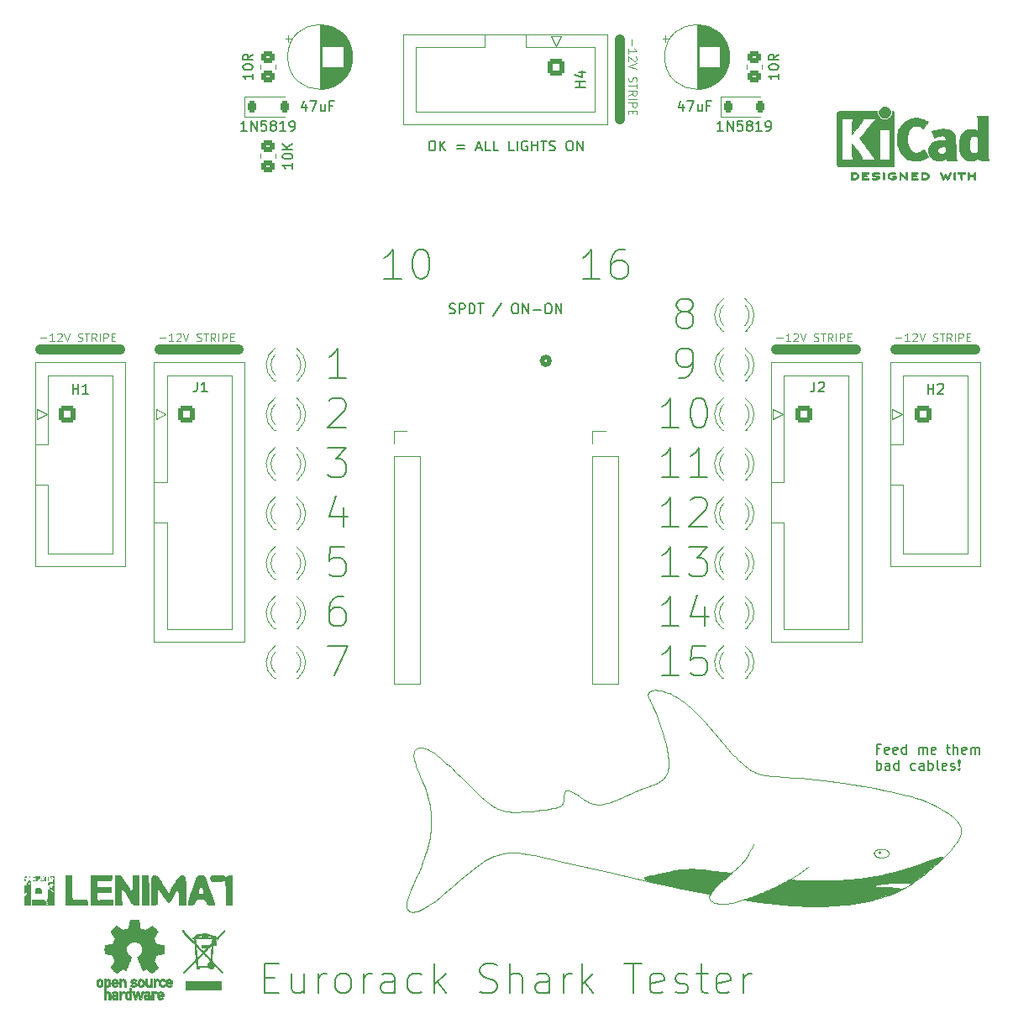
<source format=gto>
G04 #@! TF.GenerationSoftware,KiCad,Pcbnew,8.0.5*
G04 #@! TF.CreationDate,2024-11-03T16:46:15+01:00*
G04 #@! TF.ProjectId,cable-tester,6361626c-652d-4746-9573-7465722e6b69,rev?*
G04 #@! TF.SameCoordinates,Original*
G04 #@! TF.FileFunction,Legend,Top*
G04 #@! TF.FilePolarity,Positive*
%FSLAX46Y46*%
G04 Gerber Fmt 4.6, Leading zero omitted, Abs format (unit mm)*
G04 Created by KiCad (PCBNEW 8.0.5) date 2024-11-03 16:46:15*
%MOMM*%
%LPD*%
G01*
G04 APERTURE LIST*
G04 Aperture macros list*
%AMRoundRect*
0 Rectangle with rounded corners*
0 $1 Rounding radius*
0 $2 $3 $4 $5 $6 $7 $8 $9 X,Y pos of 4 corners*
0 Add a 4 corners polygon primitive as box body*
4,1,4,$2,$3,$4,$5,$6,$7,$8,$9,$2,$3,0*
0 Add four circle primitives for the rounded corners*
1,1,$1+$1,$2,$3*
1,1,$1+$1,$4,$5*
1,1,$1+$1,$6,$7*
1,1,$1+$1,$8,$9*
0 Add four rect primitives between the rounded corners*
20,1,$1+$1,$2,$3,$4,$5,0*
20,1,$1+$1,$4,$5,$6,$7,0*
20,1,$1+$1,$6,$7,$8,$9,0*
20,1,$1+$1,$8,$9,$2,$3,0*%
G04 Aperture macros list end*
%ADD10C,0.150000*%
%ADD11C,0.100000*%
%ADD12C,0.120000*%
%ADD13C,0.010000*%
%ADD14C,1.000000*%
%ADD15C,0.508000*%
%ADD16C,0.000000*%
%ADD17C,2.850000*%
%ADD18R,1.600000X1.600000*%
%ADD19C,1.600000*%
%ADD20R,1.800000X1.800000*%
%ADD21C,1.800000*%
%ADD22C,1.700000*%
%ADD23RoundRect,0.250000X-0.600000X-0.600000X0.600000X-0.600000X0.600000X0.600000X-0.600000X0.600000X0*%
%ADD24RoundRect,0.250000X0.450000X-0.350000X0.450000X0.350000X-0.450000X0.350000X-0.450000X-0.350000X0*%
%ADD25RoundRect,0.225000X-0.225000X-0.375000X0.225000X-0.375000X0.225000X0.375000X-0.225000X0.375000X0*%
%ADD26C,3.200000*%
%ADD27RoundRect,0.250000X-0.600000X0.600000X-0.600000X-0.600000X0.600000X-0.600000X0.600000X0.600000X0*%
%ADD28C,1.524000*%
%ADD29RoundRect,0.250000X-0.450000X0.350000X-0.450000X-0.350000X0.450000X-0.350000X0.450000X0.350000X0*%
%ADD30O,1.700000X1.700000*%
%ADD31R,1.700000X1.700000*%
G04 APERTURE END LIST*
D10*
X92452380Y-62454819D02*
X92642856Y-62454819D01*
X92642856Y-62454819D02*
X92738094Y-62502438D01*
X92738094Y-62502438D02*
X92833332Y-62597676D01*
X92833332Y-62597676D02*
X92880951Y-62788152D01*
X92880951Y-62788152D02*
X92880951Y-63121485D01*
X92880951Y-63121485D02*
X92833332Y-63311961D01*
X92833332Y-63311961D02*
X92738094Y-63407200D01*
X92738094Y-63407200D02*
X92642856Y-63454819D01*
X92642856Y-63454819D02*
X92452380Y-63454819D01*
X92452380Y-63454819D02*
X92357142Y-63407200D01*
X92357142Y-63407200D02*
X92261904Y-63311961D01*
X92261904Y-63311961D02*
X92214285Y-63121485D01*
X92214285Y-63121485D02*
X92214285Y-62788152D01*
X92214285Y-62788152D02*
X92261904Y-62597676D01*
X92261904Y-62597676D02*
X92357142Y-62502438D01*
X92357142Y-62502438D02*
X92452380Y-62454819D01*
X93309523Y-63454819D02*
X93309523Y-62454819D01*
X93880951Y-63454819D02*
X93452380Y-62883390D01*
X93880951Y-62454819D02*
X93309523Y-63026247D01*
X95071428Y-62931009D02*
X95833333Y-62931009D01*
X95833333Y-63216723D02*
X95071428Y-63216723D01*
X97023809Y-63169104D02*
X97499999Y-63169104D01*
X96928571Y-63454819D02*
X97261904Y-62454819D01*
X97261904Y-62454819D02*
X97595237Y-63454819D01*
X98404761Y-63454819D02*
X97928571Y-63454819D01*
X97928571Y-63454819D02*
X97928571Y-62454819D01*
X99214285Y-63454819D02*
X98738095Y-63454819D01*
X98738095Y-63454819D02*
X98738095Y-62454819D01*
X100785714Y-63454819D02*
X100309524Y-63454819D01*
X100309524Y-63454819D02*
X100309524Y-62454819D01*
X101119048Y-63454819D02*
X101119048Y-62454819D01*
X102119047Y-62502438D02*
X102023809Y-62454819D01*
X102023809Y-62454819D02*
X101880952Y-62454819D01*
X101880952Y-62454819D02*
X101738095Y-62502438D01*
X101738095Y-62502438D02*
X101642857Y-62597676D01*
X101642857Y-62597676D02*
X101595238Y-62692914D01*
X101595238Y-62692914D02*
X101547619Y-62883390D01*
X101547619Y-62883390D02*
X101547619Y-63026247D01*
X101547619Y-63026247D02*
X101595238Y-63216723D01*
X101595238Y-63216723D02*
X101642857Y-63311961D01*
X101642857Y-63311961D02*
X101738095Y-63407200D01*
X101738095Y-63407200D02*
X101880952Y-63454819D01*
X101880952Y-63454819D02*
X101976190Y-63454819D01*
X101976190Y-63454819D02*
X102119047Y-63407200D01*
X102119047Y-63407200D02*
X102166666Y-63359580D01*
X102166666Y-63359580D02*
X102166666Y-63026247D01*
X102166666Y-63026247D02*
X101976190Y-63026247D01*
X102595238Y-63454819D02*
X102595238Y-62454819D01*
X102595238Y-62931009D02*
X103166666Y-62931009D01*
X103166666Y-63454819D02*
X103166666Y-62454819D01*
X103500000Y-62454819D02*
X104071428Y-62454819D01*
X103785714Y-63454819D02*
X103785714Y-62454819D01*
X104357143Y-63407200D02*
X104500000Y-63454819D01*
X104500000Y-63454819D02*
X104738095Y-63454819D01*
X104738095Y-63454819D02*
X104833333Y-63407200D01*
X104833333Y-63407200D02*
X104880952Y-63359580D01*
X104880952Y-63359580D02*
X104928571Y-63264342D01*
X104928571Y-63264342D02*
X104928571Y-63169104D01*
X104928571Y-63169104D02*
X104880952Y-63073866D01*
X104880952Y-63073866D02*
X104833333Y-63026247D01*
X104833333Y-63026247D02*
X104738095Y-62978628D01*
X104738095Y-62978628D02*
X104547619Y-62931009D01*
X104547619Y-62931009D02*
X104452381Y-62883390D01*
X104452381Y-62883390D02*
X104404762Y-62835771D01*
X104404762Y-62835771D02*
X104357143Y-62740533D01*
X104357143Y-62740533D02*
X104357143Y-62645295D01*
X104357143Y-62645295D02*
X104404762Y-62550057D01*
X104404762Y-62550057D02*
X104452381Y-62502438D01*
X104452381Y-62502438D02*
X104547619Y-62454819D01*
X104547619Y-62454819D02*
X104785714Y-62454819D01*
X104785714Y-62454819D02*
X104928571Y-62502438D01*
X106309524Y-62454819D02*
X106500000Y-62454819D01*
X106500000Y-62454819D02*
X106595238Y-62502438D01*
X106595238Y-62502438D02*
X106690476Y-62597676D01*
X106690476Y-62597676D02*
X106738095Y-62788152D01*
X106738095Y-62788152D02*
X106738095Y-63121485D01*
X106738095Y-63121485D02*
X106690476Y-63311961D01*
X106690476Y-63311961D02*
X106595238Y-63407200D01*
X106595238Y-63407200D02*
X106500000Y-63454819D01*
X106500000Y-63454819D02*
X106309524Y-63454819D01*
X106309524Y-63454819D02*
X106214286Y-63407200D01*
X106214286Y-63407200D02*
X106119048Y-63311961D01*
X106119048Y-63311961D02*
X106071429Y-63121485D01*
X106071429Y-63121485D02*
X106071429Y-62788152D01*
X106071429Y-62788152D02*
X106119048Y-62597676D01*
X106119048Y-62597676D02*
X106214286Y-62502438D01*
X106214286Y-62502438D02*
X106309524Y-62454819D01*
X107166667Y-63454819D02*
X107166667Y-62454819D01*
X107166667Y-62454819D02*
X107738095Y-63454819D01*
X107738095Y-63454819D02*
X107738095Y-62454819D01*
X137670112Y-123736065D02*
X137336779Y-123736065D01*
X137336779Y-124259875D02*
X137336779Y-123259875D01*
X137336779Y-123259875D02*
X137812969Y-123259875D01*
X138574874Y-124212256D02*
X138479636Y-124259875D01*
X138479636Y-124259875D02*
X138289160Y-124259875D01*
X138289160Y-124259875D02*
X138193922Y-124212256D01*
X138193922Y-124212256D02*
X138146303Y-124117017D01*
X138146303Y-124117017D02*
X138146303Y-123736065D01*
X138146303Y-123736065D02*
X138193922Y-123640827D01*
X138193922Y-123640827D02*
X138289160Y-123593208D01*
X138289160Y-123593208D02*
X138479636Y-123593208D01*
X138479636Y-123593208D02*
X138574874Y-123640827D01*
X138574874Y-123640827D02*
X138622493Y-123736065D01*
X138622493Y-123736065D02*
X138622493Y-123831303D01*
X138622493Y-123831303D02*
X138146303Y-123926541D01*
X139432017Y-124212256D02*
X139336779Y-124259875D01*
X139336779Y-124259875D02*
X139146303Y-124259875D01*
X139146303Y-124259875D02*
X139051065Y-124212256D01*
X139051065Y-124212256D02*
X139003446Y-124117017D01*
X139003446Y-124117017D02*
X139003446Y-123736065D01*
X139003446Y-123736065D02*
X139051065Y-123640827D01*
X139051065Y-123640827D02*
X139146303Y-123593208D01*
X139146303Y-123593208D02*
X139336779Y-123593208D01*
X139336779Y-123593208D02*
X139432017Y-123640827D01*
X139432017Y-123640827D02*
X139479636Y-123736065D01*
X139479636Y-123736065D02*
X139479636Y-123831303D01*
X139479636Y-123831303D02*
X139003446Y-123926541D01*
X140336779Y-124259875D02*
X140336779Y-123259875D01*
X140336779Y-124212256D02*
X140241541Y-124259875D01*
X140241541Y-124259875D02*
X140051065Y-124259875D01*
X140051065Y-124259875D02*
X139955827Y-124212256D01*
X139955827Y-124212256D02*
X139908208Y-124164636D01*
X139908208Y-124164636D02*
X139860589Y-124069398D01*
X139860589Y-124069398D02*
X139860589Y-123783684D01*
X139860589Y-123783684D02*
X139908208Y-123688446D01*
X139908208Y-123688446D02*
X139955827Y-123640827D01*
X139955827Y-123640827D02*
X140051065Y-123593208D01*
X140051065Y-123593208D02*
X140241541Y-123593208D01*
X140241541Y-123593208D02*
X140336779Y-123640827D01*
X141574875Y-124259875D02*
X141574875Y-123593208D01*
X141574875Y-123688446D02*
X141622494Y-123640827D01*
X141622494Y-123640827D02*
X141717732Y-123593208D01*
X141717732Y-123593208D02*
X141860589Y-123593208D01*
X141860589Y-123593208D02*
X141955827Y-123640827D01*
X141955827Y-123640827D02*
X142003446Y-123736065D01*
X142003446Y-123736065D02*
X142003446Y-124259875D01*
X142003446Y-123736065D02*
X142051065Y-123640827D01*
X142051065Y-123640827D02*
X142146303Y-123593208D01*
X142146303Y-123593208D02*
X142289160Y-123593208D01*
X142289160Y-123593208D02*
X142384399Y-123640827D01*
X142384399Y-123640827D02*
X142432018Y-123736065D01*
X142432018Y-123736065D02*
X142432018Y-124259875D01*
X143289160Y-124212256D02*
X143193922Y-124259875D01*
X143193922Y-124259875D02*
X143003446Y-124259875D01*
X143003446Y-124259875D02*
X142908208Y-124212256D01*
X142908208Y-124212256D02*
X142860589Y-124117017D01*
X142860589Y-124117017D02*
X142860589Y-123736065D01*
X142860589Y-123736065D02*
X142908208Y-123640827D01*
X142908208Y-123640827D02*
X143003446Y-123593208D01*
X143003446Y-123593208D02*
X143193922Y-123593208D01*
X143193922Y-123593208D02*
X143289160Y-123640827D01*
X143289160Y-123640827D02*
X143336779Y-123736065D01*
X143336779Y-123736065D02*
X143336779Y-123831303D01*
X143336779Y-123831303D02*
X142860589Y-123926541D01*
X144384399Y-123593208D02*
X144765351Y-123593208D01*
X144527256Y-123259875D02*
X144527256Y-124117017D01*
X144527256Y-124117017D02*
X144574875Y-124212256D01*
X144574875Y-124212256D02*
X144670113Y-124259875D01*
X144670113Y-124259875D02*
X144765351Y-124259875D01*
X145098685Y-124259875D02*
X145098685Y-123259875D01*
X145527256Y-124259875D02*
X145527256Y-123736065D01*
X145527256Y-123736065D02*
X145479637Y-123640827D01*
X145479637Y-123640827D02*
X145384399Y-123593208D01*
X145384399Y-123593208D02*
X145241542Y-123593208D01*
X145241542Y-123593208D02*
X145146304Y-123640827D01*
X145146304Y-123640827D02*
X145098685Y-123688446D01*
X146384399Y-124212256D02*
X146289161Y-124259875D01*
X146289161Y-124259875D02*
X146098685Y-124259875D01*
X146098685Y-124259875D02*
X146003447Y-124212256D01*
X146003447Y-124212256D02*
X145955828Y-124117017D01*
X145955828Y-124117017D02*
X145955828Y-123736065D01*
X145955828Y-123736065D02*
X146003447Y-123640827D01*
X146003447Y-123640827D02*
X146098685Y-123593208D01*
X146098685Y-123593208D02*
X146289161Y-123593208D01*
X146289161Y-123593208D02*
X146384399Y-123640827D01*
X146384399Y-123640827D02*
X146432018Y-123736065D01*
X146432018Y-123736065D02*
X146432018Y-123831303D01*
X146432018Y-123831303D02*
X145955828Y-123926541D01*
X146860590Y-124259875D02*
X146860590Y-123593208D01*
X146860590Y-123688446D02*
X146908209Y-123640827D01*
X146908209Y-123640827D02*
X147003447Y-123593208D01*
X147003447Y-123593208D02*
X147146304Y-123593208D01*
X147146304Y-123593208D02*
X147241542Y-123640827D01*
X147241542Y-123640827D02*
X147289161Y-123736065D01*
X147289161Y-123736065D02*
X147289161Y-124259875D01*
X147289161Y-123736065D02*
X147336780Y-123640827D01*
X147336780Y-123640827D02*
X147432018Y-123593208D01*
X147432018Y-123593208D02*
X147574875Y-123593208D01*
X147574875Y-123593208D02*
X147670114Y-123640827D01*
X147670114Y-123640827D02*
X147717733Y-123736065D01*
X147717733Y-123736065D02*
X147717733Y-124259875D01*
X137336779Y-125869819D02*
X137336779Y-124869819D01*
X137336779Y-125250771D02*
X137432017Y-125203152D01*
X137432017Y-125203152D02*
X137622493Y-125203152D01*
X137622493Y-125203152D02*
X137717731Y-125250771D01*
X137717731Y-125250771D02*
X137765350Y-125298390D01*
X137765350Y-125298390D02*
X137812969Y-125393628D01*
X137812969Y-125393628D02*
X137812969Y-125679342D01*
X137812969Y-125679342D02*
X137765350Y-125774580D01*
X137765350Y-125774580D02*
X137717731Y-125822200D01*
X137717731Y-125822200D02*
X137622493Y-125869819D01*
X137622493Y-125869819D02*
X137432017Y-125869819D01*
X137432017Y-125869819D02*
X137336779Y-125822200D01*
X138670112Y-125869819D02*
X138670112Y-125346009D01*
X138670112Y-125346009D02*
X138622493Y-125250771D01*
X138622493Y-125250771D02*
X138527255Y-125203152D01*
X138527255Y-125203152D02*
X138336779Y-125203152D01*
X138336779Y-125203152D02*
X138241541Y-125250771D01*
X138670112Y-125822200D02*
X138574874Y-125869819D01*
X138574874Y-125869819D02*
X138336779Y-125869819D01*
X138336779Y-125869819D02*
X138241541Y-125822200D01*
X138241541Y-125822200D02*
X138193922Y-125726961D01*
X138193922Y-125726961D02*
X138193922Y-125631723D01*
X138193922Y-125631723D02*
X138241541Y-125536485D01*
X138241541Y-125536485D02*
X138336779Y-125488866D01*
X138336779Y-125488866D02*
X138574874Y-125488866D01*
X138574874Y-125488866D02*
X138670112Y-125441247D01*
X139574874Y-125869819D02*
X139574874Y-124869819D01*
X139574874Y-125822200D02*
X139479636Y-125869819D01*
X139479636Y-125869819D02*
X139289160Y-125869819D01*
X139289160Y-125869819D02*
X139193922Y-125822200D01*
X139193922Y-125822200D02*
X139146303Y-125774580D01*
X139146303Y-125774580D02*
X139098684Y-125679342D01*
X139098684Y-125679342D02*
X139098684Y-125393628D01*
X139098684Y-125393628D02*
X139146303Y-125298390D01*
X139146303Y-125298390D02*
X139193922Y-125250771D01*
X139193922Y-125250771D02*
X139289160Y-125203152D01*
X139289160Y-125203152D02*
X139479636Y-125203152D01*
X139479636Y-125203152D02*
X139574874Y-125250771D01*
X141241541Y-125822200D02*
X141146303Y-125869819D01*
X141146303Y-125869819D02*
X140955827Y-125869819D01*
X140955827Y-125869819D02*
X140860589Y-125822200D01*
X140860589Y-125822200D02*
X140812970Y-125774580D01*
X140812970Y-125774580D02*
X140765351Y-125679342D01*
X140765351Y-125679342D02*
X140765351Y-125393628D01*
X140765351Y-125393628D02*
X140812970Y-125298390D01*
X140812970Y-125298390D02*
X140860589Y-125250771D01*
X140860589Y-125250771D02*
X140955827Y-125203152D01*
X140955827Y-125203152D02*
X141146303Y-125203152D01*
X141146303Y-125203152D02*
X141241541Y-125250771D01*
X142098684Y-125869819D02*
X142098684Y-125346009D01*
X142098684Y-125346009D02*
X142051065Y-125250771D01*
X142051065Y-125250771D02*
X141955827Y-125203152D01*
X141955827Y-125203152D02*
X141765351Y-125203152D01*
X141765351Y-125203152D02*
X141670113Y-125250771D01*
X142098684Y-125822200D02*
X142003446Y-125869819D01*
X142003446Y-125869819D02*
X141765351Y-125869819D01*
X141765351Y-125869819D02*
X141670113Y-125822200D01*
X141670113Y-125822200D02*
X141622494Y-125726961D01*
X141622494Y-125726961D02*
X141622494Y-125631723D01*
X141622494Y-125631723D02*
X141670113Y-125536485D01*
X141670113Y-125536485D02*
X141765351Y-125488866D01*
X141765351Y-125488866D02*
X142003446Y-125488866D01*
X142003446Y-125488866D02*
X142098684Y-125441247D01*
X142574875Y-125869819D02*
X142574875Y-124869819D01*
X142574875Y-125250771D02*
X142670113Y-125203152D01*
X142670113Y-125203152D02*
X142860589Y-125203152D01*
X142860589Y-125203152D02*
X142955827Y-125250771D01*
X142955827Y-125250771D02*
X143003446Y-125298390D01*
X143003446Y-125298390D02*
X143051065Y-125393628D01*
X143051065Y-125393628D02*
X143051065Y-125679342D01*
X143051065Y-125679342D02*
X143003446Y-125774580D01*
X143003446Y-125774580D02*
X142955827Y-125822200D01*
X142955827Y-125822200D02*
X142860589Y-125869819D01*
X142860589Y-125869819D02*
X142670113Y-125869819D01*
X142670113Y-125869819D02*
X142574875Y-125822200D01*
X143622494Y-125869819D02*
X143527256Y-125822200D01*
X143527256Y-125822200D02*
X143479637Y-125726961D01*
X143479637Y-125726961D02*
X143479637Y-124869819D01*
X144384399Y-125822200D02*
X144289161Y-125869819D01*
X144289161Y-125869819D02*
X144098685Y-125869819D01*
X144098685Y-125869819D02*
X144003447Y-125822200D01*
X144003447Y-125822200D02*
X143955828Y-125726961D01*
X143955828Y-125726961D02*
X143955828Y-125346009D01*
X143955828Y-125346009D02*
X144003447Y-125250771D01*
X144003447Y-125250771D02*
X144098685Y-125203152D01*
X144098685Y-125203152D02*
X144289161Y-125203152D01*
X144289161Y-125203152D02*
X144384399Y-125250771D01*
X144384399Y-125250771D02*
X144432018Y-125346009D01*
X144432018Y-125346009D02*
X144432018Y-125441247D01*
X144432018Y-125441247D02*
X143955828Y-125536485D01*
X144812971Y-125822200D02*
X144908209Y-125869819D01*
X144908209Y-125869819D02*
X145098685Y-125869819D01*
X145098685Y-125869819D02*
X145193923Y-125822200D01*
X145193923Y-125822200D02*
X145241542Y-125726961D01*
X145241542Y-125726961D02*
X145241542Y-125679342D01*
X145241542Y-125679342D02*
X145193923Y-125584104D01*
X145193923Y-125584104D02*
X145098685Y-125536485D01*
X145098685Y-125536485D02*
X144955828Y-125536485D01*
X144955828Y-125536485D02*
X144860590Y-125488866D01*
X144860590Y-125488866D02*
X144812971Y-125393628D01*
X144812971Y-125393628D02*
X144812971Y-125346009D01*
X144812971Y-125346009D02*
X144860590Y-125250771D01*
X144860590Y-125250771D02*
X144955828Y-125203152D01*
X144955828Y-125203152D02*
X145098685Y-125203152D01*
X145098685Y-125203152D02*
X145193923Y-125250771D01*
X145670114Y-125774580D02*
X145717733Y-125822200D01*
X145717733Y-125822200D02*
X145670114Y-125869819D01*
X145670114Y-125869819D02*
X145622495Y-125822200D01*
X145622495Y-125822200D02*
X145670114Y-125774580D01*
X145670114Y-125774580D02*
X145670114Y-125869819D01*
X145670114Y-125488866D02*
X145622495Y-124917438D01*
X145622495Y-124917438D02*
X145670114Y-124869819D01*
X145670114Y-124869819D02*
X145717733Y-124917438D01*
X145717733Y-124917438D02*
X145670114Y-125488866D01*
X145670114Y-125488866D02*
X145670114Y-124869819D01*
X78454819Y-64690476D02*
X78454819Y-65261904D01*
X78454819Y-64976190D02*
X77454819Y-64976190D01*
X77454819Y-64976190D02*
X77597676Y-65071428D01*
X77597676Y-65071428D02*
X77692914Y-65166666D01*
X77692914Y-65166666D02*
X77740533Y-65261904D01*
X77454819Y-64071428D02*
X77454819Y-63976190D01*
X77454819Y-63976190D02*
X77502438Y-63880952D01*
X77502438Y-63880952D02*
X77550057Y-63833333D01*
X77550057Y-63833333D02*
X77645295Y-63785714D01*
X77645295Y-63785714D02*
X77835771Y-63738095D01*
X77835771Y-63738095D02*
X78073866Y-63738095D01*
X78073866Y-63738095D02*
X78264342Y-63785714D01*
X78264342Y-63785714D02*
X78359580Y-63833333D01*
X78359580Y-63833333D02*
X78407200Y-63880952D01*
X78407200Y-63880952D02*
X78454819Y-63976190D01*
X78454819Y-63976190D02*
X78454819Y-64071428D01*
X78454819Y-64071428D02*
X78407200Y-64166666D01*
X78407200Y-64166666D02*
X78359580Y-64214285D01*
X78359580Y-64214285D02*
X78264342Y-64261904D01*
X78264342Y-64261904D02*
X78073866Y-64309523D01*
X78073866Y-64309523D02*
X77835771Y-64309523D01*
X77835771Y-64309523D02*
X77645295Y-64261904D01*
X77645295Y-64261904D02*
X77550057Y-64214285D01*
X77550057Y-64214285D02*
X77502438Y-64166666D01*
X77502438Y-64166666D02*
X77454819Y-64071428D01*
X78454819Y-63309523D02*
X77454819Y-63309523D01*
X78454819Y-62738095D02*
X77883390Y-63166666D01*
X77454819Y-62738095D02*
X78026247Y-63309523D01*
X117428571Y-116380057D02*
X115714285Y-116380057D01*
X116571428Y-116380057D02*
X116571428Y-113380057D01*
X116571428Y-113380057D02*
X116285714Y-113808628D01*
X116285714Y-113808628D02*
X115999999Y-114094342D01*
X115999999Y-114094342D02*
X115714285Y-114237200D01*
X120142857Y-113380057D02*
X118714285Y-113380057D01*
X118714285Y-113380057D02*
X118571428Y-114808628D01*
X118571428Y-114808628D02*
X118714285Y-114665771D01*
X118714285Y-114665771D02*
X119000000Y-114522914D01*
X119000000Y-114522914D02*
X119714285Y-114522914D01*
X119714285Y-114522914D02*
X120000000Y-114665771D01*
X120000000Y-114665771D02*
X120142857Y-114808628D01*
X120142857Y-114808628D02*
X120285714Y-115094342D01*
X120285714Y-115094342D02*
X120285714Y-115808628D01*
X120285714Y-115808628D02*
X120142857Y-116094342D01*
X120142857Y-116094342D02*
X120000000Y-116237200D01*
X120000000Y-116237200D02*
X119714285Y-116380057D01*
X119714285Y-116380057D02*
X119000000Y-116380057D01*
X119000000Y-116380057D02*
X118714285Y-116237200D01*
X118714285Y-116237200D02*
X118571428Y-116094342D01*
X117428571Y-111380057D02*
X115714285Y-111380057D01*
X116571428Y-111380057D02*
X116571428Y-108380057D01*
X116571428Y-108380057D02*
X116285714Y-108808628D01*
X116285714Y-108808628D02*
X115999999Y-109094342D01*
X115999999Y-109094342D02*
X115714285Y-109237200D01*
X120000000Y-109380057D02*
X120000000Y-111380057D01*
X119285714Y-108237200D02*
X118571428Y-110380057D01*
X118571428Y-110380057D02*
X120428571Y-110380057D01*
X117428571Y-106380057D02*
X115714285Y-106380057D01*
X116571428Y-106380057D02*
X116571428Y-103380057D01*
X116571428Y-103380057D02*
X116285714Y-103808628D01*
X116285714Y-103808628D02*
X115999999Y-104094342D01*
X115999999Y-104094342D02*
X115714285Y-104237200D01*
X118428571Y-103380057D02*
X120285714Y-103380057D01*
X120285714Y-103380057D02*
X119285714Y-104522914D01*
X119285714Y-104522914D02*
X119714285Y-104522914D01*
X119714285Y-104522914D02*
X120000000Y-104665771D01*
X120000000Y-104665771D02*
X120142857Y-104808628D01*
X120142857Y-104808628D02*
X120285714Y-105094342D01*
X120285714Y-105094342D02*
X120285714Y-105808628D01*
X120285714Y-105808628D02*
X120142857Y-106094342D01*
X120142857Y-106094342D02*
X120000000Y-106237200D01*
X120000000Y-106237200D02*
X119714285Y-106380057D01*
X119714285Y-106380057D02*
X118857142Y-106380057D01*
X118857142Y-106380057D02*
X118571428Y-106237200D01*
X118571428Y-106237200D02*
X118428571Y-106094342D01*
X117428571Y-101380057D02*
X115714285Y-101380057D01*
X116571428Y-101380057D02*
X116571428Y-98380057D01*
X116571428Y-98380057D02*
X116285714Y-98808628D01*
X116285714Y-98808628D02*
X115999999Y-99094342D01*
X115999999Y-99094342D02*
X115714285Y-99237200D01*
X118571428Y-98665771D02*
X118714285Y-98522914D01*
X118714285Y-98522914D02*
X119000000Y-98380057D01*
X119000000Y-98380057D02*
X119714285Y-98380057D01*
X119714285Y-98380057D02*
X120000000Y-98522914D01*
X120000000Y-98522914D02*
X120142857Y-98665771D01*
X120142857Y-98665771D02*
X120285714Y-98951485D01*
X120285714Y-98951485D02*
X120285714Y-99237200D01*
X120285714Y-99237200D02*
X120142857Y-99665771D01*
X120142857Y-99665771D02*
X118428571Y-101380057D01*
X118428571Y-101380057D02*
X120285714Y-101380057D01*
X117428571Y-96380057D02*
X115714285Y-96380057D01*
X116571428Y-96380057D02*
X116571428Y-93380057D01*
X116571428Y-93380057D02*
X116285714Y-93808628D01*
X116285714Y-93808628D02*
X115999999Y-94094342D01*
X115999999Y-94094342D02*
X115714285Y-94237200D01*
X120285714Y-96380057D02*
X118571428Y-96380057D01*
X119428571Y-96380057D02*
X119428571Y-93380057D01*
X119428571Y-93380057D02*
X119142857Y-93808628D01*
X119142857Y-93808628D02*
X118857142Y-94094342D01*
X118857142Y-94094342D02*
X118571428Y-94237200D01*
X117428571Y-91380057D02*
X115714285Y-91380057D01*
X116571428Y-91380057D02*
X116571428Y-88380057D01*
X116571428Y-88380057D02*
X116285714Y-88808628D01*
X116285714Y-88808628D02*
X115999999Y-89094342D01*
X115999999Y-89094342D02*
X115714285Y-89237200D01*
X119285714Y-88380057D02*
X119571428Y-88380057D01*
X119571428Y-88380057D02*
X119857142Y-88522914D01*
X119857142Y-88522914D02*
X120000000Y-88665771D01*
X120000000Y-88665771D02*
X120142857Y-88951485D01*
X120142857Y-88951485D02*
X120285714Y-89522914D01*
X120285714Y-89522914D02*
X120285714Y-90237200D01*
X120285714Y-90237200D02*
X120142857Y-90808628D01*
X120142857Y-90808628D02*
X120000000Y-91094342D01*
X120000000Y-91094342D02*
X119857142Y-91237200D01*
X119857142Y-91237200D02*
X119571428Y-91380057D01*
X119571428Y-91380057D02*
X119285714Y-91380057D01*
X119285714Y-91380057D02*
X119000000Y-91237200D01*
X119000000Y-91237200D02*
X118857142Y-91094342D01*
X118857142Y-91094342D02*
X118714285Y-90808628D01*
X118714285Y-90808628D02*
X118571428Y-90237200D01*
X118571428Y-90237200D02*
X118571428Y-89522914D01*
X118571428Y-89522914D02*
X118714285Y-88951485D01*
X118714285Y-88951485D02*
X118857142Y-88665771D01*
X118857142Y-88665771D02*
X119000000Y-88522914D01*
X119000000Y-88522914D02*
X119285714Y-88380057D01*
X117428571Y-86380057D02*
X118000000Y-86380057D01*
X118000000Y-86380057D02*
X118285714Y-86237200D01*
X118285714Y-86237200D02*
X118428571Y-86094342D01*
X118428571Y-86094342D02*
X118714286Y-85665771D01*
X118714286Y-85665771D02*
X118857143Y-85094342D01*
X118857143Y-85094342D02*
X118857143Y-83951485D01*
X118857143Y-83951485D02*
X118714286Y-83665771D01*
X118714286Y-83665771D02*
X118571429Y-83522914D01*
X118571429Y-83522914D02*
X118285714Y-83380057D01*
X118285714Y-83380057D02*
X117714286Y-83380057D01*
X117714286Y-83380057D02*
X117428571Y-83522914D01*
X117428571Y-83522914D02*
X117285714Y-83665771D01*
X117285714Y-83665771D02*
X117142857Y-83951485D01*
X117142857Y-83951485D02*
X117142857Y-84665771D01*
X117142857Y-84665771D02*
X117285714Y-84951485D01*
X117285714Y-84951485D02*
X117428571Y-85094342D01*
X117428571Y-85094342D02*
X117714286Y-85237200D01*
X117714286Y-85237200D02*
X118285714Y-85237200D01*
X118285714Y-85237200D02*
X118571429Y-85094342D01*
X118571429Y-85094342D02*
X118714286Y-84951485D01*
X118714286Y-84951485D02*
X118857143Y-84665771D01*
X117714286Y-79665771D02*
X117428571Y-79522914D01*
X117428571Y-79522914D02*
X117285714Y-79380057D01*
X117285714Y-79380057D02*
X117142857Y-79094342D01*
X117142857Y-79094342D02*
X117142857Y-78951485D01*
X117142857Y-78951485D02*
X117285714Y-78665771D01*
X117285714Y-78665771D02*
X117428571Y-78522914D01*
X117428571Y-78522914D02*
X117714286Y-78380057D01*
X117714286Y-78380057D02*
X118285714Y-78380057D01*
X118285714Y-78380057D02*
X118571429Y-78522914D01*
X118571429Y-78522914D02*
X118714286Y-78665771D01*
X118714286Y-78665771D02*
X118857143Y-78951485D01*
X118857143Y-78951485D02*
X118857143Y-79094342D01*
X118857143Y-79094342D02*
X118714286Y-79380057D01*
X118714286Y-79380057D02*
X118571429Y-79522914D01*
X118571429Y-79522914D02*
X118285714Y-79665771D01*
X118285714Y-79665771D02*
X117714286Y-79665771D01*
X117714286Y-79665771D02*
X117428571Y-79808628D01*
X117428571Y-79808628D02*
X117285714Y-79951485D01*
X117285714Y-79951485D02*
X117142857Y-80237200D01*
X117142857Y-80237200D02*
X117142857Y-80808628D01*
X117142857Y-80808628D02*
X117285714Y-81094342D01*
X117285714Y-81094342D02*
X117428571Y-81237200D01*
X117428571Y-81237200D02*
X117714286Y-81380057D01*
X117714286Y-81380057D02*
X118285714Y-81380057D01*
X118285714Y-81380057D02*
X118571429Y-81237200D01*
X118571429Y-81237200D02*
X118714286Y-81094342D01*
X118714286Y-81094342D02*
X118857143Y-80808628D01*
X118857143Y-80808628D02*
X118857143Y-80237200D01*
X118857143Y-80237200D02*
X118714286Y-79951485D01*
X118714286Y-79951485D02*
X118571429Y-79808628D01*
X118571429Y-79808628D02*
X118285714Y-79665771D01*
X82000000Y-113380057D02*
X84000000Y-113380057D01*
X84000000Y-113380057D02*
X82714286Y-116380057D01*
X83571429Y-108380057D02*
X83000000Y-108380057D01*
X83000000Y-108380057D02*
X82714286Y-108522914D01*
X82714286Y-108522914D02*
X82571429Y-108665771D01*
X82571429Y-108665771D02*
X82285714Y-109094342D01*
X82285714Y-109094342D02*
X82142857Y-109665771D01*
X82142857Y-109665771D02*
X82142857Y-110808628D01*
X82142857Y-110808628D02*
X82285714Y-111094342D01*
X82285714Y-111094342D02*
X82428571Y-111237200D01*
X82428571Y-111237200D02*
X82714286Y-111380057D01*
X82714286Y-111380057D02*
X83285714Y-111380057D01*
X83285714Y-111380057D02*
X83571429Y-111237200D01*
X83571429Y-111237200D02*
X83714286Y-111094342D01*
X83714286Y-111094342D02*
X83857143Y-110808628D01*
X83857143Y-110808628D02*
X83857143Y-110094342D01*
X83857143Y-110094342D02*
X83714286Y-109808628D01*
X83714286Y-109808628D02*
X83571429Y-109665771D01*
X83571429Y-109665771D02*
X83285714Y-109522914D01*
X83285714Y-109522914D02*
X82714286Y-109522914D01*
X82714286Y-109522914D02*
X82428571Y-109665771D01*
X82428571Y-109665771D02*
X82285714Y-109808628D01*
X82285714Y-109808628D02*
X82142857Y-110094342D01*
X83714286Y-103380057D02*
X82285714Y-103380057D01*
X82285714Y-103380057D02*
X82142857Y-104808628D01*
X82142857Y-104808628D02*
X82285714Y-104665771D01*
X82285714Y-104665771D02*
X82571429Y-104522914D01*
X82571429Y-104522914D02*
X83285714Y-104522914D01*
X83285714Y-104522914D02*
X83571429Y-104665771D01*
X83571429Y-104665771D02*
X83714286Y-104808628D01*
X83714286Y-104808628D02*
X83857143Y-105094342D01*
X83857143Y-105094342D02*
X83857143Y-105808628D01*
X83857143Y-105808628D02*
X83714286Y-106094342D01*
X83714286Y-106094342D02*
X83571429Y-106237200D01*
X83571429Y-106237200D02*
X83285714Y-106380057D01*
X83285714Y-106380057D02*
X82571429Y-106380057D01*
X82571429Y-106380057D02*
X82285714Y-106237200D01*
X82285714Y-106237200D02*
X82142857Y-106094342D01*
X83571429Y-99380057D02*
X83571429Y-101380057D01*
X82857143Y-98237200D02*
X82142857Y-100380057D01*
X82142857Y-100380057D02*
X84000000Y-100380057D01*
X82000000Y-93380057D02*
X83857143Y-93380057D01*
X83857143Y-93380057D02*
X82857143Y-94522914D01*
X82857143Y-94522914D02*
X83285714Y-94522914D01*
X83285714Y-94522914D02*
X83571429Y-94665771D01*
X83571429Y-94665771D02*
X83714286Y-94808628D01*
X83714286Y-94808628D02*
X83857143Y-95094342D01*
X83857143Y-95094342D02*
X83857143Y-95808628D01*
X83857143Y-95808628D02*
X83714286Y-96094342D01*
X83714286Y-96094342D02*
X83571429Y-96237200D01*
X83571429Y-96237200D02*
X83285714Y-96380057D01*
X83285714Y-96380057D02*
X82428571Y-96380057D01*
X82428571Y-96380057D02*
X82142857Y-96237200D01*
X82142857Y-96237200D02*
X82000000Y-96094342D01*
X82142857Y-88665771D02*
X82285714Y-88522914D01*
X82285714Y-88522914D02*
X82571429Y-88380057D01*
X82571429Y-88380057D02*
X83285714Y-88380057D01*
X83285714Y-88380057D02*
X83571429Y-88522914D01*
X83571429Y-88522914D02*
X83714286Y-88665771D01*
X83714286Y-88665771D02*
X83857143Y-88951485D01*
X83857143Y-88951485D02*
X83857143Y-89237200D01*
X83857143Y-89237200D02*
X83714286Y-89665771D01*
X83714286Y-89665771D02*
X82000000Y-91380057D01*
X82000000Y-91380057D02*
X83857143Y-91380057D01*
X83857143Y-86380057D02*
X82142857Y-86380057D01*
X83000000Y-86380057D02*
X83000000Y-83380057D01*
X83000000Y-83380057D02*
X82714286Y-83808628D01*
X82714286Y-83808628D02*
X82428571Y-84094342D01*
X82428571Y-84094342D02*
X82142857Y-84237200D01*
X94289160Y-79822200D02*
X94432017Y-79869819D01*
X94432017Y-79869819D02*
X94670112Y-79869819D01*
X94670112Y-79869819D02*
X94765350Y-79822200D01*
X94765350Y-79822200D02*
X94812969Y-79774580D01*
X94812969Y-79774580D02*
X94860588Y-79679342D01*
X94860588Y-79679342D02*
X94860588Y-79584104D01*
X94860588Y-79584104D02*
X94812969Y-79488866D01*
X94812969Y-79488866D02*
X94765350Y-79441247D01*
X94765350Y-79441247D02*
X94670112Y-79393628D01*
X94670112Y-79393628D02*
X94479636Y-79346009D01*
X94479636Y-79346009D02*
X94384398Y-79298390D01*
X94384398Y-79298390D02*
X94336779Y-79250771D01*
X94336779Y-79250771D02*
X94289160Y-79155533D01*
X94289160Y-79155533D02*
X94289160Y-79060295D01*
X94289160Y-79060295D02*
X94336779Y-78965057D01*
X94336779Y-78965057D02*
X94384398Y-78917438D01*
X94384398Y-78917438D02*
X94479636Y-78869819D01*
X94479636Y-78869819D02*
X94717731Y-78869819D01*
X94717731Y-78869819D02*
X94860588Y-78917438D01*
X95289160Y-79869819D02*
X95289160Y-78869819D01*
X95289160Y-78869819D02*
X95670112Y-78869819D01*
X95670112Y-78869819D02*
X95765350Y-78917438D01*
X95765350Y-78917438D02*
X95812969Y-78965057D01*
X95812969Y-78965057D02*
X95860588Y-79060295D01*
X95860588Y-79060295D02*
X95860588Y-79203152D01*
X95860588Y-79203152D02*
X95812969Y-79298390D01*
X95812969Y-79298390D02*
X95765350Y-79346009D01*
X95765350Y-79346009D02*
X95670112Y-79393628D01*
X95670112Y-79393628D02*
X95289160Y-79393628D01*
X96289160Y-79869819D02*
X96289160Y-78869819D01*
X96289160Y-78869819D02*
X96527255Y-78869819D01*
X96527255Y-78869819D02*
X96670112Y-78917438D01*
X96670112Y-78917438D02*
X96765350Y-79012676D01*
X96765350Y-79012676D02*
X96812969Y-79107914D01*
X96812969Y-79107914D02*
X96860588Y-79298390D01*
X96860588Y-79298390D02*
X96860588Y-79441247D01*
X96860588Y-79441247D02*
X96812969Y-79631723D01*
X96812969Y-79631723D02*
X96765350Y-79726961D01*
X96765350Y-79726961D02*
X96670112Y-79822200D01*
X96670112Y-79822200D02*
X96527255Y-79869819D01*
X96527255Y-79869819D02*
X96289160Y-79869819D01*
X97146303Y-78869819D02*
X97717731Y-78869819D01*
X97432017Y-79869819D02*
X97432017Y-78869819D01*
X99527255Y-78822200D02*
X98670113Y-80107914D01*
X100812970Y-78869819D02*
X101003446Y-78869819D01*
X101003446Y-78869819D02*
X101098684Y-78917438D01*
X101098684Y-78917438D02*
X101193922Y-79012676D01*
X101193922Y-79012676D02*
X101241541Y-79203152D01*
X101241541Y-79203152D02*
X101241541Y-79536485D01*
X101241541Y-79536485D02*
X101193922Y-79726961D01*
X101193922Y-79726961D02*
X101098684Y-79822200D01*
X101098684Y-79822200D02*
X101003446Y-79869819D01*
X101003446Y-79869819D02*
X100812970Y-79869819D01*
X100812970Y-79869819D02*
X100717732Y-79822200D01*
X100717732Y-79822200D02*
X100622494Y-79726961D01*
X100622494Y-79726961D02*
X100574875Y-79536485D01*
X100574875Y-79536485D02*
X100574875Y-79203152D01*
X100574875Y-79203152D02*
X100622494Y-79012676D01*
X100622494Y-79012676D02*
X100717732Y-78917438D01*
X100717732Y-78917438D02*
X100812970Y-78869819D01*
X101670113Y-79869819D02*
X101670113Y-78869819D01*
X101670113Y-78869819D02*
X102241541Y-79869819D01*
X102241541Y-79869819D02*
X102241541Y-78869819D01*
X102717732Y-79488866D02*
X103479637Y-79488866D01*
X104146303Y-78869819D02*
X104336779Y-78869819D01*
X104336779Y-78869819D02*
X104432017Y-78917438D01*
X104432017Y-78917438D02*
X104527255Y-79012676D01*
X104527255Y-79012676D02*
X104574874Y-79203152D01*
X104574874Y-79203152D02*
X104574874Y-79536485D01*
X104574874Y-79536485D02*
X104527255Y-79726961D01*
X104527255Y-79726961D02*
X104432017Y-79822200D01*
X104432017Y-79822200D02*
X104336779Y-79869819D01*
X104336779Y-79869819D02*
X104146303Y-79869819D01*
X104146303Y-79869819D02*
X104051065Y-79822200D01*
X104051065Y-79822200D02*
X103955827Y-79726961D01*
X103955827Y-79726961D02*
X103908208Y-79536485D01*
X103908208Y-79536485D02*
X103908208Y-79203152D01*
X103908208Y-79203152D02*
X103955827Y-79012676D01*
X103955827Y-79012676D02*
X104051065Y-78917438D01*
X104051065Y-78917438D02*
X104146303Y-78869819D01*
X105003446Y-79869819D02*
X105003446Y-78869819D01*
X105003446Y-78869819D02*
X105574874Y-79869819D01*
X105574874Y-79869819D02*
X105574874Y-78869819D01*
X89428571Y-76380057D02*
X87714285Y-76380057D01*
X88571428Y-76380057D02*
X88571428Y-73380057D01*
X88571428Y-73380057D02*
X88285714Y-73808628D01*
X88285714Y-73808628D02*
X87999999Y-74094342D01*
X87999999Y-74094342D02*
X87714285Y-74237200D01*
X91285714Y-73380057D02*
X91571428Y-73380057D01*
X91571428Y-73380057D02*
X91857142Y-73522914D01*
X91857142Y-73522914D02*
X92000000Y-73665771D01*
X92000000Y-73665771D02*
X92142857Y-73951485D01*
X92142857Y-73951485D02*
X92285714Y-74522914D01*
X92285714Y-74522914D02*
X92285714Y-75237200D01*
X92285714Y-75237200D02*
X92142857Y-75808628D01*
X92142857Y-75808628D02*
X92000000Y-76094342D01*
X92000000Y-76094342D02*
X91857142Y-76237200D01*
X91857142Y-76237200D02*
X91571428Y-76380057D01*
X91571428Y-76380057D02*
X91285714Y-76380057D01*
X91285714Y-76380057D02*
X91000000Y-76237200D01*
X91000000Y-76237200D02*
X90857142Y-76094342D01*
X90857142Y-76094342D02*
X90714285Y-75808628D01*
X90714285Y-75808628D02*
X90571428Y-75237200D01*
X90571428Y-75237200D02*
X90571428Y-74522914D01*
X90571428Y-74522914D02*
X90714285Y-73951485D01*
X90714285Y-73951485D02*
X90857142Y-73665771D01*
X90857142Y-73665771D02*
X91000000Y-73522914D01*
X91000000Y-73522914D02*
X91285714Y-73380057D01*
X109428571Y-76380057D02*
X107714285Y-76380057D01*
X108571428Y-76380057D02*
X108571428Y-73380057D01*
X108571428Y-73380057D02*
X108285714Y-73808628D01*
X108285714Y-73808628D02*
X107999999Y-74094342D01*
X107999999Y-74094342D02*
X107714285Y-74237200D01*
X112000000Y-73380057D02*
X111428571Y-73380057D01*
X111428571Y-73380057D02*
X111142857Y-73522914D01*
X111142857Y-73522914D02*
X111000000Y-73665771D01*
X111000000Y-73665771D02*
X110714285Y-74094342D01*
X110714285Y-74094342D02*
X110571428Y-74665771D01*
X110571428Y-74665771D02*
X110571428Y-75808628D01*
X110571428Y-75808628D02*
X110714285Y-76094342D01*
X110714285Y-76094342D02*
X110857142Y-76237200D01*
X110857142Y-76237200D02*
X111142857Y-76380057D01*
X111142857Y-76380057D02*
X111714285Y-76380057D01*
X111714285Y-76380057D02*
X112000000Y-76237200D01*
X112000000Y-76237200D02*
X112142857Y-76094342D01*
X112142857Y-76094342D02*
X112285714Y-75808628D01*
X112285714Y-75808628D02*
X112285714Y-75094342D01*
X112285714Y-75094342D02*
X112142857Y-74808628D01*
X112142857Y-74808628D02*
X112000000Y-74665771D01*
X112000000Y-74665771D02*
X111714285Y-74522914D01*
X111714285Y-74522914D02*
X111142857Y-74522914D01*
X111142857Y-74522914D02*
X110857142Y-74665771D01*
X110857142Y-74665771D02*
X110714285Y-74808628D01*
X110714285Y-74808628D02*
X110571428Y-75094342D01*
X127454819Y-55690476D02*
X127454819Y-56261904D01*
X127454819Y-55976190D02*
X126454819Y-55976190D01*
X126454819Y-55976190D02*
X126597676Y-56071428D01*
X126597676Y-56071428D02*
X126692914Y-56166666D01*
X126692914Y-56166666D02*
X126740533Y-56261904D01*
X126454819Y-55071428D02*
X126454819Y-54976190D01*
X126454819Y-54976190D02*
X126502438Y-54880952D01*
X126502438Y-54880952D02*
X126550057Y-54833333D01*
X126550057Y-54833333D02*
X126645295Y-54785714D01*
X126645295Y-54785714D02*
X126835771Y-54738095D01*
X126835771Y-54738095D02*
X127073866Y-54738095D01*
X127073866Y-54738095D02*
X127264342Y-54785714D01*
X127264342Y-54785714D02*
X127359580Y-54833333D01*
X127359580Y-54833333D02*
X127407200Y-54880952D01*
X127407200Y-54880952D02*
X127454819Y-54976190D01*
X127454819Y-54976190D02*
X127454819Y-55071428D01*
X127454819Y-55071428D02*
X127407200Y-55166666D01*
X127407200Y-55166666D02*
X127359580Y-55214285D01*
X127359580Y-55214285D02*
X127264342Y-55261904D01*
X127264342Y-55261904D02*
X127073866Y-55309523D01*
X127073866Y-55309523D02*
X126835771Y-55309523D01*
X126835771Y-55309523D02*
X126645295Y-55261904D01*
X126645295Y-55261904D02*
X126550057Y-55214285D01*
X126550057Y-55214285D02*
X126502438Y-55166666D01*
X126502438Y-55166666D02*
X126454819Y-55071428D01*
X127454819Y-53738095D02*
X126978628Y-54071428D01*
X127454819Y-54309523D02*
X126454819Y-54309523D01*
X126454819Y-54309523D02*
X126454819Y-53928571D01*
X126454819Y-53928571D02*
X126502438Y-53833333D01*
X126502438Y-53833333D02*
X126550057Y-53785714D01*
X126550057Y-53785714D02*
X126645295Y-53738095D01*
X126645295Y-53738095D02*
X126788152Y-53738095D01*
X126788152Y-53738095D02*
X126883390Y-53785714D01*
X126883390Y-53785714D02*
X126931009Y-53833333D01*
X126931009Y-53833333D02*
X126978628Y-53928571D01*
X126978628Y-53928571D02*
X126978628Y-54309523D01*
X121857142Y-61454819D02*
X121285714Y-61454819D01*
X121571428Y-61454819D02*
X121571428Y-60454819D01*
X121571428Y-60454819D02*
X121476190Y-60597676D01*
X121476190Y-60597676D02*
X121380952Y-60692914D01*
X121380952Y-60692914D02*
X121285714Y-60740533D01*
X122285714Y-61454819D02*
X122285714Y-60454819D01*
X122285714Y-60454819D02*
X122857142Y-61454819D01*
X122857142Y-61454819D02*
X122857142Y-60454819D01*
X123809523Y-60454819D02*
X123333333Y-60454819D01*
X123333333Y-60454819D02*
X123285714Y-60931009D01*
X123285714Y-60931009D02*
X123333333Y-60883390D01*
X123333333Y-60883390D02*
X123428571Y-60835771D01*
X123428571Y-60835771D02*
X123666666Y-60835771D01*
X123666666Y-60835771D02*
X123761904Y-60883390D01*
X123761904Y-60883390D02*
X123809523Y-60931009D01*
X123809523Y-60931009D02*
X123857142Y-61026247D01*
X123857142Y-61026247D02*
X123857142Y-61264342D01*
X123857142Y-61264342D02*
X123809523Y-61359580D01*
X123809523Y-61359580D02*
X123761904Y-61407200D01*
X123761904Y-61407200D02*
X123666666Y-61454819D01*
X123666666Y-61454819D02*
X123428571Y-61454819D01*
X123428571Y-61454819D02*
X123333333Y-61407200D01*
X123333333Y-61407200D02*
X123285714Y-61359580D01*
X124428571Y-60883390D02*
X124333333Y-60835771D01*
X124333333Y-60835771D02*
X124285714Y-60788152D01*
X124285714Y-60788152D02*
X124238095Y-60692914D01*
X124238095Y-60692914D02*
X124238095Y-60645295D01*
X124238095Y-60645295D02*
X124285714Y-60550057D01*
X124285714Y-60550057D02*
X124333333Y-60502438D01*
X124333333Y-60502438D02*
X124428571Y-60454819D01*
X124428571Y-60454819D02*
X124619047Y-60454819D01*
X124619047Y-60454819D02*
X124714285Y-60502438D01*
X124714285Y-60502438D02*
X124761904Y-60550057D01*
X124761904Y-60550057D02*
X124809523Y-60645295D01*
X124809523Y-60645295D02*
X124809523Y-60692914D01*
X124809523Y-60692914D02*
X124761904Y-60788152D01*
X124761904Y-60788152D02*
X124714285Y-60835771D01*
X124714285Y-60835771D02*
X124619047Y-60883390D01*
X124619047Y-60883390D02*
X124428571Y-60883390D01*
X124428571Y-60883390D02*
X124333333Y-60931009D01*
X124333333Y-60931009D02*
X124285714Y-60978628D01*
X124285714Y-60978628D02*
X124238095Y-61073866D01*
X124238095Y-61073866D02*
X124238095Y-61264342D01*
X124238095Y-61264342D02*
X124285714Y-61359580D01*
X124285714Y-61359580D02*
X124333333Y-61407200D01*
X124333333Y-61407200D02*
X124428571Y-61454819D01*
X124428571Y-61454819D02*
X124619047Y-61454819D01*
X124619047Y-61454819D02*
X124714285Y-61407200D01*
X124714285Y-61407200D02*
X124761904Y-61359580D01*
X124761904Y-61359580D02*
X124809523Y-61264342D01*
X124809523Y-61264342D02*
X124809523Y-61073866D01*
X124809523Y-61073866D02*
X124761904Y-60978628D01*
X124761904Y-60978628D02*
X124714285Y-60931009D01*
X124714285Y-60931009D02*
X124619047Y-60883390D01*
X125761904Y-61454819D02*
X125190476Y-61454819D01*
X125476190Y-61454819D02*
X125476190Y-60454819D01*
X125476190Y-60454819D02*
X125380952Y-60597676D01*
X125380952Y-60597676D02*
X125285714Y-60692914D01*
X125285714Y-60692914D02*
X125190476Y-60740533D01*
X126238095Y-61454819D02*
X126428571Y-61454819D01*
X126428571Y-61454819D02*
X126523809Y-61407200D01*
X126523809Y-61407200D02*
X126571428Y-61359580D01*
X126571428Y-61359580D02*
X126666666Y-61216723D01*
X126666666Y-61216723D02*
X126714285Y-61026247D01*
X126714285Y-61026247D02*
X126714285Y-60645295D01*
X126714285Y-60645295D02*
X126666666Y-60550057D01*
X126666666Y-60550057D02*
X126619047Y-60502438D01*
X126619047Y-60502438D02*
X126523809Y-60454819D01*
X126523809Y-60454819D02*
X126333333Y-60454819D01*
X126333333Y-60454819D02*
X126238095Y-60502438D01*
X126238095Y-60502438D02*
X126190476Y-60550057D01*
X126190476Y-60550057D02*
X126142857Y-60645295D01*
X126142857Y-60645295D02*
X126142857Y-60883390D01*
X126142857Y-60883390D02*
X126190476Y-60978628D01*
X126190476Y-60978628D02*
X126238095Y-61026247D01*
X126238095Y-61026247D02*
X126333333Y-61073866D01*
X126333333Y-61073866D02*
X126523809Y-61073866D01*
X126523809Y-61073866D02*
X126619047Y-61026247D01*
X126619047Y-61026247D02*
X126666666Y-60978628D01*
X126666666Y-60978628D02*
X126714285Y-60883390D01*
X79833333Y-58788152D02*
X79833333Y-59454819D01*
X79595238Y-58407200D02*
X79357143Y-59121485D01*
X79357143Y-59121485D02*
X79976190Y-59121485D01*
X80261905Y-58454819D02*
X80928571Y-58454819D01*
X80928571Y-58454819D02*
X80500000Y-59454819D01*
X81738095Y-58788152D02*
X81738095Y-59454819D01*
X81309524Y-58788152D02*
X81309524Y-59311961D01*
X81309524Y-59311961D02*
X81357143Y-59407200D01*
X81357143Y-59407200D02*
X81452381Y-59454819D01*
X81452381Y-59454819D02*
X81595238Y-59454819D01*
X81595238Y-59454819D02*
X81690476Y-59407200D01*
X81690476Y-59407200D02*
X81738095Y-59359580D01*
X82547619Y-58931009D02*
X82214286Y-58931009D01*
X82214286Y-59454819D02*
X82214286Y-58454819D01*
X82214286Y-58454819D02*
X82690476Y-58454819D01*
X117833333Y-58788152D02*
X117833333Y-59454819D01*
X117595238Y-58407200D02*
X117357143Y-59121485D01*
X117357143Y-59121485D02*
X117976190Y-59121485D01*
X118261905Y-58454819D02*
X118928571Y-58454819D01*
X118928571Y-58454819D02*
X118500000Y-59454819D01*
X119738095Y-58788152D02*
X119738095Y-59454819D01*
X119309524Y-58788152D02*
X119309524Y-59311961D01*
X119309524Y-59311961D02*
X119357143Y-59407200D01*
X119357143Y-59407200D02*
X119452381Y-59454819D01*
X119452381Y-59454819D02*
X119595238Y-59454819D01*
X119595238Y-59454819D02*
X119690476Y-59407200D01*
X119690476Y-59407200D02*
X119738095Y-59359580D01*
X120547619Y-58931009D02*
X120214286Y-58931009D01*
X120214286Y-59454819D02*
X120214286Y-58454819D01*
X120214286Y-58454819D02*
X120690476Y-58454819D01*
X75642856Y-146808628D02*
X76642856Y-146808628D01*
X77071428Y-148380057D02*
X75642856Y-148380057D01*
X75642856Y-148380057D02*
X75642856Y-145380057D01*
X75642856Y-145380057D02*
X77071428Y-145380057D01*
X79642857Y-146380057D02*
X79642857Y-148380057D01*
X78357142Y-146380057D02*
X78357142Y-147951485D01*
X78357142Y-147951485D02*
X78499999Y-148237200D01*
X78499999Y-148237200D02*
X78785714Y-148380057D01*
X78785714Y-148380057D02*
X79214285Y-148380057D01*
X79214285Y-148380057D02*
X79499999Y-148237200D01*
X79499999Y-148237200D02*
X79642857Y-148094342D01*
X81071428Y-148380057D02*
X81071428Y-146380057D01*
X81071428Y-146951485D02*
X81214285Y-146665771D01*
X81214285Y-146665771D02*
X81357143Y-146522914D01*
X81357143Y-146522914D02*
X81642857Y-146380057D01*
X81642857Y-146380057D02*
X81928571Y-146380057D01*
X83357143Y-148380057D02*
X83071428Y-148237200D01*
X83071428Y-148237200D02*
X82928571Y-148094342D01*
X82928571Y-148094342D02*
X82785714Y-147808628D01*
X82785714Y-147808628D02*
X82785714Y-146951485D01*
X82785714Y-146951485D02*
X82928571Y-146665771D01*
X82928571Y-146665771D02*
X83071428Y-146522914D01*
X83071428Y-146522914D02*
X83357143Y-146380057D01*
X83357143Y-146380057D02*
X83785714Y-146380057D01*
X83785714Y-146380057D02*
X84071428Y-146522914D01*
X84071428Y-146522914D02*
X84214286Y-146665771D01*
X84214286Y-146665771D02*
X84357143Y-146951485D01*
X84357143Y-146951485D02*
X84357143Y-147808628D01*
X84357143Y-147808628D02*
X84214286Y-148094342D01*
X84214286Y-148094342D02*
X84071428Y-148237200D01*
X84071428Y-148237200D02*
X83785714Y-148380057D01*
X83785714Y-148380057D02*
X83357143Y-148380057D01*
X85642857Y-148380057D02*
X85642857Y-146380057D01*
X85642857Y-146951485D02*
X85785714Y-146665771D01*
X85785714Y-146665771D02*
X85928572Y-146522914D01*
X85928572Y-146522914D02*
X86214286Y-146380057D01*
X86214286Y-146380057D02*
X86500000Y-146380057D01*
X88785715Y-148380057D02*
X88785715Y-146808628D01*
X88785715Y-146808628D02*
X88642857Y-146522914D01*
X88642857Y-146522914D02*
X88357143Y-146380057D01*
X88357143Y-146380057D02*
X87785715Y-146380057D01*
X87785715Y-146380057D02*
X87500000Y-146522914D01*
X88785715Y-148237200D02*
X88500000Y-148380057D01*
X88500000Y-148380057D02*
X87785715Y-148380057D01*
X87785715Y-148380057D02*
X87500000Y-148237200D01*
X87500000Y-148237200D02*
X87357143Y-147951485D01*
X87357143Y-147951485D02*
X87357143Y-147665771D01*
X87357143Y-147665771D02*
X87500000Y-147380057D01*
X87500000Y-147380057D02*
X87785715Y-147237200D01*
X87785715Y-147237200D02*
X88500000Y-147237200D01*
X88500000Y-147237200D02*
X88785715Y-147094342D01*
X91500001Y-148237200D02*
X91214286Y-148380057D01*
X91214286Y-148380057D02*
X90642858Y-148380057D01*
X90642858Y-148380057D02*
X90357143Y-148237200D01*
X90357143Y-148237200D02*
X90214286Y-148094342D01*
X90214286Y-148094342D02*
X90071429Y-147808628D01*
X90071429Y-147808628D02*
X90071429Y-146951485D01*
X90071429Y-146951485D02*
X90214286Y-146665771D01*
X90214286Y-146665771D02*
X90357143Y-146522914D01*
X90357143Y-146522914D02*
X90642858Y-146380057D01*
X90642858Y-146380057D02*
X91214286Y-146380057D01*
X91214286Y-146380057D02*
X91500001Y-146522914D01*
X92785715Y-148380057D02*
X92785715Y-145380057D01*
X93071430Y-147237200D02*
X93928572Y-148380057D01*
X93928572Y-146380057D02*
X92785715Y-147522914D01*
X97357143Y-148237200D02*
X97785715Y-148380057D01*
X97785715Y-148380057D02*
X98500000Y-148380057D01*
X98500000Y-148380057D02*
X98785715Y-148237200D01*
X98785715Y-148237200D02*
X98928572Y-148094342D01*
X98928572Y-148094342D02*
X99071429Y-147808628D01*
X99071429Y-147808628D02*
X99071429Y-147522914D01*
X99071429Y-147522914D02*
X98928572Y-147237200D01*
X98928572Y-147237200D02*
X98785715Y-147094342D01*
X98785715Y-147094342D02*
X98500000Y-146951485D01*
X98500000Y-146951485D02*
X97928572Y-146808628D01*
X97928572Y-146808628D02*
X97642857Y-146665771D01*
X97642857Y-146665771D02*
X97500000Y-146522914D01*
X97500000Y-146522914D02*
X97357143Y-146237200D01*
X97357143Y-146237200D02*
X97357143Y-145951485D01*
X97357143Y-145951485D02*
X97500000Y-145665771D01*
X97500000Y-145665771D02*
X97642857Y-145522914D01*
X97642857Y-145522914D02*
X97928572Y-145380057D01*
X97928572Y-145380057D02*
X98642857Y-145380057D01*
X98642857Y-145380057D02*
X99071429Y-145522914D01*
X100357143Y-148380057D02*
X100357143Y-145380057D01*
X101642858Y-148380057D02*
X101642858Y-146808628D01*
X101642858Y-146808628D02*
X101500000Y-146522914D01*
X101500000Y-146522914D02*
X101214286Y-146380057D01*
X101214286Y-146380057D02*
X100785715Y-146380057D01*
X100785715Y-146380057D02*
X100500000Y-146522914D01*
X100500000Y-146522914D02*
X100357143Y-146665771D01*
X104357144Y-148380057D02*
X104357144Y-146808628D01*
X104357144Y-146808628D02*
X104214286Y-146522914D01*
X104214286Y-146522914D02*
X103928572Y-146380057D01*
X103928572Y-146380057D02*
X103357144Y-146380057D01*
X103357144Y-146380057D02*
X103071429Y-146522914D01*
X104357144Y-148237200D02*
X104071429Y-148380057D01*
X104071429Y-148380057D02*
X103357144Y-148380057D01*
X103357144Y-148380057D02*
X103071429Y-148237200D01*
X103071429Y-148237200D02*
X102928572Y-147951485D01*
X102928572Y-147951485D02*
X102928572Y-147665771D01*
X102928572Y-147665771D02*
X103071429Y-147380057D01*
X103071429Y-147380057D02*
X103357144Y-147237200D01*
X103357144Y-147237200D02*
X104071429Y-147237200D01*
X104071429Y-147237200D02*
X104357144Y-147094342D01*
X105785715Y-148380057D02*
X105785715Y-146380057D01*
X105785715Y-146951485D02*
X105928572Y-146665771D01*
X105928572Y-146665771D02*
X106071430Y-146522914D01*
X106071430Y-146522914D02*
X106357144Y-146380057D01*
X106357144Y-146380057D02*
X106642858Y-146380057D01*
X107642858Y-148380057D02*
X107642858Y-145380057D01*
X107928573Y-147237200D02*
X108785715Y-148380057D01*
X108785715Y-146380057D02*
X107642858Y-147522914D01*
X111928572Y-145380057D02*
X113642858Y-145380057D01*
X112785715Y-148380057D02*
X112785715Y-145380057D01*
X115785714Y-148237200D02*
X115500000Y-148380057D01*
X115500000Y-148380057D02*
X114928572Y-148380057D01*
X114928572Y-148380057D02*
X114642857Y-148237200D01*
X114642857Y-148237200D02*
X114500000Y-147951485D01*
X114500000Y-147951485D02*
X114500000Y-146808628D01*
X114500000Y-146808628D02*
X114642857Y-146522914D01*
X114642857Y-146522914D02*
X114928572Y-146380057D01*
X114928572Y-146380057D02*
X115500000Y-146380057D01*
X115500000Y-146380057D02*
X115785714Y-146522914D01*
X115785714Y-146522914D02*
X115928572Y-146808628D01*
X115928572Y-146808628D02*
X115928572Y-147094342D01*
X115928572Y-147094342D02*
X114500000Y-147380057D01*
X117071429Y-148237200D02*
X117357143Y-148380057D01*
X117357143Y-148380057D02*
X117928572Y-148380057D01*
X117928572Y-148380057D02*
X118214286Y-148237200D01*
X118214286Y-148237200D02*
X118357143Y-147951485D01*
X118357143Y-147951485D02*
X118357143Y-147808628D01*
X118357143Y-147808628D02*
X118214286Y-147522914D01*
X118214286Y-147522914D02*
X117928572Y-147380057D01*
X117928572Y-147380057D02*
X117500001Y-147380057D01*
X117500001Y-147380057D02*
X117214286Y-147237200D01*
X117214286Y-147237200D02*
X117071429Y-146951485D01*
X117071429Y-146951485D02*
X117071429Y-146808628D01*
X117071429Y-146808628D02*
X117214286Y-146522914D01*
X117214286Y-146522914D02*
X117500001Y-146380057D01*
X117500001Y-146380057D02*
X117928572Y-146380057D01*
X117928572Y-146380057D02*
X118214286Y-146522914D01*
X119214286Y-146380057D02*
X120357143Y-146380057D01*
X119642857Y-145380057D02*
X119642857Y-147951485D01*
X119642857Y-147951485D02*
X119785714Y-148237200D01*
X119785714Y-148237200D02*
X120071429Y-148380057D01*
X120071429Y-148380057D02*
X120357143Y-148380057D01*
X122500000Y-148237200D02*
X122214286Y-148380057D01*
X122214286Y-148380057D02*
X121642858Y-148380057D01*
X121642858Y-148380057D02*
X121357143Y-148237200D01*
X121357143Y-148237200D02*
X121214286Y-147951485D01*
X121214286Y-147951485D02*
X121214286Y-146808628D01*
X121214286Y-146808628D02*
X121357143Y-146522914D01*
X121357143Y-146522914D02*
X121642858Y-146380057D01*
X121642858Y-146380057D02*
X122214286Y-146380057D01*
X122214286Y-146380057D02*
X122500000Y-146522914D01*
X122500000Y-146522914D02*
X122642858Y-146808628D01*
X122642858Y-146808628D02*
X122642858Y-147094342D01*
X122642858Y-147094342D02*
X121214286Y-147380057D01*
X123928572Y-148380057D02*
X123928572Y-146380057D01*
X123928572Y-146951485D02*
X124071429Y-146665771D01*
X124071429Y-146665771D02*
X124214287Y-146522914D01*
X124214287Y-146522914D02*
X124500001Y-146380057D01*
X124500001Y-146380057D02*
X124785715Y-146380057D01*
X74454819Y-55690476D02*
X74454819Y-56261904D01*
X74454819Y-55976190D02*
X73454819Y-55976190D01*
X73454819Y-55976190D02*
X73597676Y-56071428D01*
X73597676Y-56071428D02*
X73692914Y-56166666D01*
X73692914Y-56166666D02*
X73740533Y-56261904D01*
X73454819Y-55071428D02*
X73454819Y-54976190D01*
X73454819Y-54976190D02*
X73502438Y-54880952D01*
X73502438Y-54880952D02*
X73550057Y-54833333D01*
X73550057Y-54833333D02*
X73645295Y-54785714D01*
X73645295Y-54785714D02*
X73835771Y-54738095D01*
X73835771Y-54738095D02*
X74073866Y-54738095D01*
X74073866Y-54738095D02*
X74264342Y-54785714D01*
X74264342Y-54785714D02*
X74359580Y-54833333D01*
X74359580Y-54833333D02*
X74407200Y-54880952D01*
X74407200Y-54880952D02*
X74454819Y-54976190D01*
X74454819Y-54976190D02*
X74454819Y-55071428D01*
X74454819Y-55071428D02*
X74407200Y-55166666D01*
X74407200Y-55166666D02*
X74359580Y-55214285D01*
X74359580Y-55214285D02*
X74264342Y-55261904D01*
X74264342Y-55261904D02*
X74073866Y-55309523D01*
X74073866Y-55309523D02*
X73835771Y-55309523D01*
X73835771Y-55309523D02*
X73645295Y-55261904D01*
X73645295Y-55261904D02*
X73550057Y-55214285D01*
X73550057Y-55214285D02*
X73502438Y-55166666D01*
X73502438Y-55166666D02*
X73454819Y-55071428D01*
X74454819Y-53738095D02*
X73978628Y-54071428D01*
X74454819Y-54309523D02*
X73454819Y-54309523D01*
X73454819Y-54309523D02*
X73454819Y-53928571D01*
X73454819Y-53928571D02*
X73502438Y-53833333D01*
X73502438Y-53833333D02*
X73550057Y-53785714D01*
X73550057Y-53785714D02*
X73645295Y-53738095D01*
X73645295Y-53738095D02*
X73788152Y-53738095D01*
X73788152Y-53738095D02*
X73883390Y-53785714D01*
X73883390Y-53785714D02*
X73931009Y-53833333D01*
X73931009Y-53833333D02*
X73978628Y-53928571D01*
X73978628Y-53928571D02*
X73978628Y-54309523D01*
X73857142Y-61454819D02*
X73285714Y-61454819D01*
X73571428Y-61454819D02*
X73571428Y-60454819D01*
X73571428Y-60454819D02*
X73476190Y-60597676D01*
X73476190Y-60597676D02*
X73380952Y-60692914D01*
X73380952Y-60692914D02*
X73285714Y-60740533D01*
X74285714Y-61454819D02*
X74285714Y-60454819D01*
X74285714Y-60454819D02*
X74857142Y-61454819D01*
X74857142Y-61454819D02*
X74857142Y-60454819D01*
X75809523Y-60454819D02*
X75333333Y-60454819D01*
X75333333Y-60454819D02*
X75285714Y-60931009D01*
X75285714Y-60931009D02*
X75333333Y-60883390D01*
X75333333Y-60883390D02*
X75428571Y-60835771D01*
X75428571Y-60835771D02*
X75666666Y-60835771D01*
X75666666Y-60835771D02*
X75761904Y-60883390D01*
X75761904Y-60883390D02*
X75809523Y-60931009D01*
X75809523Y-60931009D02*
X75857142Y-61026247D01*
X75857142Y-61026247D02*
X75857142Y-61264342D01*
X75857142Y-61264342D02*
X75809523Y-61359580D01*
X75809523Y-61359580D02*
X75761904Y-61407200D01*
X75761904Y-61407200D02*
X75666666Y-61454819D01*
X75666666Y-61454819D02*
X75428571Y-61454819D01*
X75428571Y-61454819D02*
X75333333Y-61407200D01*
X75333333Y-61407200D02*
X75285714Y-61359580D01*
X76428571Y-60883390D02*
X76333333Y-60835771D01*
X76333333Y-60835771D02*
X76285714Y-60788152D01*
X76285714Y-60788152D02*
X76238095Y-60692914D01*
X76238095Y-60692914D02*
X76238095Y-60645295D01*
X76238095Y-60645295D02*
X76285714Y-60550057D01*
X76285714Y-60550057D02*
X76333333Y-60502438D01*
X76333333Y-60502438D02*
X76428571Y-60454819D01*
X76428571Y-60454819D02*
X76619047Y-60454819D01*
X76619047Y-60454819D02*
X76714285Y-60502438D01*
X76714285Y-60502438D02*
X76761904Y-60550057D01*
X76761904Y-60550057D02*
X76809523Y-60645295D01*
X76809523Y-60645295D02*
X76809523Y-60692914D01*
X76809523Y-60692914D02*
X76761904Y-60788152D01*
X76761904Y-60788152D02*
X76714285Y-60835771D01*
X76714285Y-60835771D02*
X76619047Y-60883390D01*
X76619047Y-60883390D02*
X76428571Y-60883390D01*
X76428571Y-60883390D02*
X76333333Y-60931009D01*
X76333333Y-60931009D02*
X76285714Y-60978628D01*
X76285714Y-60978628D02*
X76238095Y-61073866D01*
X76238095Y-61073866D02*
X76238095Y-61264342D01*
X76238095Y-61264342D02*
X76285714Y-61359580D01*
X76285714Y-61359580D02*
X76333333Y-61407200D01*
X76333333Y-61407200D02*
X76428571Y-61454819D01*
X76428571Y-61454819D02*
X76619047Y-61454819D01*
X76619047Y-61454819D02*
X76714285Y-61407200D01*
X76714285Y-61407200D02*
X76761904Y-61359580D01*
X76761904Y-61359580D02*
X76809523Y-61264342D01*
X76809523Y-61264342D02*
X76809523Y-61073866D01*
X76809523Y-61073866D02*
X76761904Y-60978628D01*
X76761904Y-60978628D02*
X76714285Y-60931009D01*
X76714285Y-60931009D02*
X76619047Y-60883390D01*
X77761904Y-61454819D02*
X77190476Y-61454819D01*
X77476190Y-61454819D02*
X77476190Y-60454819D01*
X77476190Y-60454819D02*
X77380952Y-60597676D01*
X77380952Y-60597676D02*
X77285714Y-60692914D01*
X77285714Y-60692914D02*
X77190476Y-60740533D01*
X78238095Y-61454819D02*
X78428571Y-61454819D01*
X78428571Y-61454819D02*
X78523809Y-61407200D01*
X78523809Y-61407200D02*
X78571428Y-61359580D01*
X78571428Y-61359580D02*
X78666666Y-61216723D01*
X78666666Y-61216723D02*
X78714285Y-61026247D01*
X78714285Y-61026247D02*
X78714285Y-60645295D01*
X78714285Y-60645295D02*
X78666666Y-60550057D01*
X78666666Y-60550057D02*
X78619047Y-60502438D01*
X78619047Y-60502438D02*
X78523809Y-60454819D01*
X78523809Y-60454819D02*
X78333333Y-60454819D01*
X78333333Y-60454819D02*
X78238095Y-60502438D01*
X78238095Y-60502438D02*
X78190476Y-60550057D01*
X78190476Y-60550057D02*
X78142857Y-60645295D01*
X78142857Y-60645295D02*
X78142857Y-60883390D01*
X78142857Y-60883390D02*
X78190476Y-60978628D01*
X78190476Y-60978628D02*
X78238095Y-61026247D01*
X78238095Y-61026247D02*
X78333333Y-61073866D01*
X78333333Y-61073866D02*
X78523809Y-61073866D01*
X78523809Y-61073866D02*
X78619047Y-61026247D01*
X78619047Y-61026247D02*
X78666666Y-60978628D01*
X78666666Y-60978628D02*
X78714285Y-60883390D01*
X56308095Y-87954819D02*
X56308095Y-86954819D01*
X56308095Y-87431009D02*
X56879523Y-87431009D01*
X56879523Y-87954819D02*
X56879523Y-86954819D01*
X57879523Y-87954819D02*
X57308095Y-87954819D01*
X57593809Y-87954819D02*
X57593809Y-86954819D01*
X57593809Y-86954819D02*
X57498571Y-87097676D01*
X57498571Y-87097676D02*
X57403333Y-87192914D01*
X57403333Y-87192914D02*
X57308095Y-87240533D01*
D11*
X53056265Y-82342133D02*
X53665789Y-82342133D01*
X54465788Y-82646895D02*
X54008645Y-82646895D01*
X54237217Y-82646895D02*
X54237217Y-81846895D01*
X54237217Y-81846895D02*
X54161026Y-81961180D01*
X54161026Y-81961180D02*
X54084836Y-82037371D01*
X54084836Y-82037371D02*
X54008645Y-82075466D01*
X54770550Y-81923085D02*
X54808646Y-81884990D01*
X54808646Y-81884990D02*
X54884836Y-81846895D01*
X54884836Y-81846895D02*
X55075312Y-81846895D01*
X55075312Y-81846895D02*
X55151503Y-81884990D01*
X55151503Y-81884990D02*
X55189598Y-81923085D01*
X55189598Y-81923085D02*
X55227693Y-81999276D01*
X55227693Y-81999276D02*
X55227693Y-82075466D01*
X55227693Y-82075466D02*
X55189598Y-82189752D01*
X55189598Y-82189752D02*
X54732455Y-82646895D01*
X54732455Y-82646895D02*
X55227693Y-82646895D01*
X55456265Y-81846895D02*
X55722932Y-82646895D01*
X55722932Y-82646895D02*
X55989598Y-81846895D01*
X56827693Y-82608800D02*
X56941979Y-82646895D01*
X56941979Y-82646895D02*
X57132455Y-82646895D01*
X57132455Y-82646895D02*
X57208646Y-82608800D01*
X57208646Y-82608800D02*
X57246741Y-82570704D01*
X57246741Y-82570704D02*
X57284836Y-82494514D01*
X57284836Y-82494514D02*
X57284836Y-82418323D01*
X57284836Y-82418323D02*
X57246741Y-82342133D01*
X57246741Y-82342133D02*
X57208646Y-82304038D01*
X57208646Y-82304038D02*
X57132455Y-82265942D01*
X57132455Y-82265942D02*
X56980074Y-82227847D01*
X56980074Y-82227847D02*
X56903884Y-82189752D01*
X56903884Y-82189752D02*
X56865789Y-82151657D01*
X56865789Y-82151657D02*
X56827693Y-82075466D01*
X56827693Y-82075466D02*
X56827693Y-81999276D01*
X56827693Y-81999276D02*
X56865789Y-81923085D01*
X56865789Y-81923085D02*
X56903884Y-81884990D01*
X56903884Y-81884990D02*
X56980074Y-81846895D01*
X56980074Y-81846895D02*
X57170551Y-81846895D01*
X57170551Y-81846895D02*
X57284836Y-81884990D01*
X57513408Y-81846895D02*
X57970551Y-81846895D01*
X57741979Y-82646895D02*
X57741979Y-81846895D01*
X58694361Y-82646895D02*
X58427694Y-82265942D01*
X58237218Y-82646895D02*
X58237218Y-81846895D01*
X58237218Y-81846895D02*
X58541980Y-81846895D01*
X58541980Y-81846895D02*
X58618170Y-81884990D01*
X58618170Y-81884990D02*
X58656265Y-81923085D01*
X58656265Y-81923085D02*
X58694361Y-81999276D01*
X58694361Y-81999276D02*
X58694361Y-82113561D01*
X58694361Y-82113561D02*
X58656265Y-82189752D01*
X58656265Y-82189752D02*
X58618170Y-82227847D01*
X58618170Y-82227847D02*
X58541980Y-82265942D01*
X58541980Y-82265942D02*
X58237218Y-82265942D01*
X59037218Y-82646895D02*
X59037218Y-81846895D01*
X59418170Y-82646895D02*
X59418170Y-81846895D01*
X59418170Y-81846895D02*
X59722932Y-81846895D01*
X59722932Y-81846895D02*
X59799122Y-81884990D01*
X59799122Y-81884990D02*
X59837217Y-81923085D01*
X59837217Y-81923085D02*
X59875313Y-81999276D01*
X59875313Y-81999276D02*
X59875313Y-82113561D01*
X59875313Y-82113561D02*
X59837217Y-82189752D01*
X59837217Y-82189752D02*
X59799122Y-82227847D01*
X59799122Y-82227847D02*
X59722932Y-82265942D01*
X59722932Y-82265942D02*
X59418170Y-82265942D01*
X60218170Y-82227847D02*
X60484836Y-82227847D01*
X60599122Y-82646895D02*
X60218170Y-82646895D01*
X60218170Y-82646895D02*
X60218170Y-81846895D01*
X60218170Y-81846895D02*
X60599122Y-81846895D01*
D10*
X107954819Y-57031904D02*
X106954819Y-57031904D01*
X107431009Y-57031904D02*
X107431009Y-56460476D01*
X107954819Y-56460476D02*
X106954819Y-56460476D01*
X107288152Y-55555714D02*
X107954819Y-55555714D01*
X106907200Y-55793809D02*
X107621485Y-56031904D01*
X107621485Y-56031904D02*
X107621485Y-55412857D01*
D11*
X112657866Y-52256265D02*
X112657866Y-52865789D01*
X112353104Y-53665788D02*
X112353104Y-53208645D01*
X112353104Y-53437217D02*
X113153104Y-53437217D01*
X113153104Y-53437217D02*
X113038819Y-53361026D01*
X113038819Y-53361026D02*
X112962628Y-53284836D01*
X112962628Y-53284836D02*
X112924533Y-53208645D01*
X113076914Y-53970550D02*
X113115009Y-54008646D01*
X113115009Y-54008646D02*
X113153104Y-54084836D01*
X113153104Y-54084836D02*
X113153104Y-54275312D01*
X113153104Y-54275312D02*
X113115009Y-54351503D01*
X113115009Y-54351503D02*
X113076914Y-54389598D01*
X113076914Y-54389598D02*
X113000723Y-54427693D01*
X113000723Y-54427693D02*
X112924533Y-54427693D01*
X112924533Y-54427693D02*
X112810247Y-54389598D01*
X112810247Y-54389598D02*
X112353104Y-53932455D01*
X112353104Y-53932455D02*
X112353104Y-54427693D01*
X113153104Y-54656265D02*
X112353104Y-54922932D01*
X112353104Y-54922932D02*
X113153104Y-55189598D01*
X112391200Y-56027693D02*
X112353104Y-56141979D01*
X112353104Y-56141979D02*
X112353104Y-56332455D01*
X112353104Y-56332455D02*
X112391200Y-56408646D01*
X112391200Y-56408646D02*
X112429295Y-56446741D01*
X112429295Y-56446741D02*
X112505485Y-56484836D01*
X112505485Y-56484836D02*
X112581676Y-56484836D01*
X112581676Y-56484836D02*
X112657866Y-56446741D01*
X112657866Y-56446741D02*
X112695961Y-56408646D01*
X112695961Y-56408646D02*
X112734057Y-56332455D01*
X112734057Y-56332455D02*
X112772152Y-56180074D01*
X112772152Y-56180074D02*
X112810247Y-56103884D01*
X112810247Y-56103884D02*
X112848342Y-56065789D01*
X112848342Y-56065789D02*
X112924533Y-56027693D01*
X112924533Y-56027693D02*
X113000723Y-56027693D01*
X113000723Y-56027693D02*
X113076914Y-56065789D01*
X113076914Y-56065789D02*
X113115009Y-56103884D01*
X113115009Y-56103884D02*
X113153104Y-56180074D01*
X113153104Y-56180074D02*
X113153104Y-56370551D01*
X113153104Y-56370551D02*
X113115009Y-56484836D01*
X113153104Y-56713408D02*
X113153104Y-57170551D01*
X112353104Y-56941979D02*
X113153104Y-56941979D01*
X112353104Y-57894361D02*
X112734057Y-57627694D01*
X112353104Y-57437218D02*
X113153104Y-57437218D01*
X113153104Y-57437218D02*
X113153104Y-57741980D01*
X113153104Y-57741980D02*
X113115009Y-57818170D01*
X113115009Y-57818170D02*
X113076914Y-57856265D01*
X113076914Y-57856265D02*
X113000723Y-57894361D01*
X113000723Y-57894361D02*
X112886438Y-57894361D01*
X112886438Y-57894361D02*
X112810247Y-57856265D01*
X112810247Y-57856265D02*
X112772152Y-57818170D01*
X112772152Y-57818170D02*
X112734057Y-57741980D01*
X112734057Y-57741980D02*
X112734057Y-57437218D01*
X112353104Y-58237218D02*
X113153104Y-58237218D01*
X112353104Y-58618170D02*
X113153104Y-58618170D01*
X113153104Y-58618170D02*
X113153104Y-58922932D01*
X113153104Y-58922932D02*
X113115009Y-58999122D01*
X113115009Y-58999122D02*
X113076914Y-59037217D01*
X113076914Y-59037217D02*
X113000723Y-59075313D01*
X113000723Y-59075313D02*
X112886438Y-59075313D01*
X112886438Y-59075313D02*
X112810247Y-59037217D01*
X112810247Y-59037217D02*
X112772152Y-58999122D01*
X112772152Y-58999122D02*
X112734057Y-58922932D01*
X112734057Y-58922932D02*
X112734057Y-58618170D01*
X112772152Y-59418170D02*
X112772152Y-59684836D01*
X112353104Y-59799122D02*
X112353104Y-59418170D01*
X112353104Y-59418170D02*
X113153104Y-59418170D01*
X113153104Y-59418170D02*
X113153104Y-59799122D01*
D10*
X142508095Y-87954819D02*
X142508095Y-86954819D01*
X142508095Y-87431009D02*
X143079523Y-87431009D01*
X143079523Y-87954819D02*
X143079523Y-86954819D01*
X143508095Y-87050057D02*
X143555714Y-87002438D01*
X143555714Y-87002438D02*
X143650952Y-86954819D01*
X143650952Y-86954819D02*
X143889047Y-86954819D01*
X143889047Y-86954819D02*
X143984285Y-87002438D01*
X143984285Y-87002438D02*
X144031904Y-87050057D01*
X144031904Y-87050057D02*
X144079523Y-87145295D01*
X144079523Y-87145295D02*
X144079523Y-87240533D01*
X144079523Y-87240533D02*
X144031904Y-87383390D01*
X144031904Y-87383390D02*
X143460476Y-87954819D01*
X143460476Y-87954819D02*
X144079523Y-87954819D01*
D11*
X139256265Y-82342133D02*
X139865789Y-82342133D01*
X140665788Y-82646895D02*
X140208645Y-82646895D01*
X140437217Y-82646895D02*
X140437217Y-81846895D01*
X140437217Y-81846895D02*
X140361026Y-81961180D01*
X140361026Y-81961180D02*
X140284836Y-82037371D01*
X140284836Y-82037371D02*
X140208645Y-82075466D01*
X140970550Y-81923085D02*
X141008646Y-81884990D01*
X141008646Y-81884990D02*
X141084836Y-81846895D01*
X141084836Y-81846895D02*
X141275312Y-81846895D01*
X141275312Y-81846895D02*
X141351503Y-81884990D01*
X141351503Y-81884990D02*
X141389598Y-81923085D01*
X141389598Y-81923085D02*
X141427693Y-81999276D01*
X141427693Y-81999276D02*
X141427693Y-82075466D01*
X141427693Y-82075466D02*
X141389598Y-82189752D01*
X141389598Y-82189752D02*
X140932455Y-82646895D01*
X140932455Y-82646895D02*
X141427693Y-82646895D01*
X141656265Y-81846895D02*
X141922932Y-82646895D01*
X141922932Y-82646895D02*
X142189598Y-81846895D01*
X143027693Y-82608800D02*
X143141979Y-82646895D01*
X143141979Y-82646895D02*
X143332455Y-82646895D01*
X143332455Y-82646895D02*
X143408646Y-82608800D01*
X143408646Y-82608800D02*
X143446741Y-82570704D01*
X143446741Y-82570704D02*
X143484836Y-82494514D01*
X143484836Y-82494514D02*
X143484836Y-82418323D01*
X143484836Y-82418323D02*
X143446741Y-82342133D01*
X143446741Y-82342133D02*
X143408646Y-82304038D01*
X143408646Y-82304038D02*
X143332455Y-82265942D01*
X143332455Y-82265942D02*
X143180074Y-82227847D01*
X143180074Y-82227847D02*
X143103884Y-82189752D01*
X143103884Y-82189752D02*
X143065789Y-82151657D01*
X143065789Y-82151657D02*
X143027693Y-82075466D01*
X143027693Y-82075466D02*
X143027693Y-81999276D01*
X143027693Y-81999276D02*
X143065789Y-81923085D01*
X143065789Y-81923085D02*
X143103884Y-81884990D01*
X143103884Y-81884990D02*
X143180074Y-81846895D01*
X143180074Y-81846895D02*
X143370551Y-81846895D01*
X143370551Y-81846895D02*
X143484836Y-81884990D01*
X143713408Y-81846895D02*
X144170551Y-81846895D01*
X143941979Y-82646895D02*
X143941979Y-81846895D01*
X144894361Y-82646895D02*
X144627694Y-82265942D01*
X144437218Y-82646895D02*
X144437218Y-81846895D01*
X144437218Y-81846895D02*
X144741980Y-81846895D01*
X144741980Y-81846895D02*
X144818170Y-81884990D01*
X144818170Y-81884990D02*
X144856265Y-81923085D01*
X144856265Y-81923085D02*
X144894361Y-81999276D01*
X144894361Y-81999276D02*
X144894361Y-82113561D01*
X144894361Y-82113561D02*
X144856265Y-82189752D01*
X144856265Y-82189752D02*
X144818170Y-82227847D01*
X144818170Y-82227847D02*
X144741980Y-82265942D01*
X144741980Y-82265942D02*
X144437218Y-82265942D01*
X145237218Y-82646895D02*
X145237218Y-81846895D01*
X145618170Y-82646895D02*
X145618170Y-81846895D01*
X145618170Y-81846895D02*
X145922932Y-81846895D01*
X145922932Y-81846895D02*
X145999122Y-81884990D01*
X145999122Y-81884990D02*
X146037217Y-81923085D01*
X146037217Y-81923085D02*
X146075313Y-81999276D01*
X146075313Y-81999276D02*
X146075313Y-82113561D01*
X146075313Y-82113561D02*
X146037217Y-82189752D01*
X146037217Y-82189752D02*
X145999122Y-82227847D01*
X145999122Y-82227847D02*
X145922932Y-82265942D01*
X145922932Y-82265942D02*
X145618170Y-82265942D01*
X146418170Y-82227847D02*
X146684836Y-82227847D01*
X146799122Y-82646895D02*
X146418170Y-82646895D01*
X146418170Y-82646895D02*
X146418170Y-81846895D01*
X146418170Y-81846895D02*
X146799122Y-81846895D01*
D10*
X68866666Y-86754819D02*
X68866666Y-87469104D01*
X68866666Y-87469104D02*
X68819047Y-87611961D01*
X68819047Y-87611961D02*
X68723809Y-87707200D01*
X68723809Y-87707200D02*
X68580952Y-87754819D01*
X68580952Y-87754819D02*
X68485714Y-87754819D01*
X69866666Y-87754819D02*
X69295238Y-87754819D01*
X69580952Y-87754819D02*
X69580952Y-86754819D01*
X69580952Y-86754819D02*
X69485714Y-86897676D01*
X69485714Y-86897676D02*
X69390476Y-86992914D01*
X69390476Y-86992914D02*
X69295238Y-87040533D01*
D11*
X65056265Y-82342133D02*
X65665789Y-82342133D01*
X66465788Y-82646895D02*
X66008645Y-82646895D01*
X66237217Y-82646895D02*
X66237217Y-81846895D01*
X66237217Y-81846895D02*
X66161026Y-81961180D01*
X66161026Y-81961180D02*
X66084836Y-82037371D01*
X66084836Y-82037371D02*
X66008645Y-82075466D01*
X66770550Y-81923085D02*
X66808646Y-81884990D01*
X66808646Y-81884990D02*
X66884836Y-81846895D01*
X66884836Y-81846895D02*
X67075312Y-81846895D01*
X67075312Y-81846895D02*
X67151503Y-81884990D01*
X67151503Y-81884990D02*
X67189598Y-81923085D01*
X67189598Y-81923085D02*
X67227693Y-81999276D01*
X67227693Y-81999276D02*
X67227693Y-82075466D01*
X67227693Y-82075466D02*
X67189598Y-82189752D01*
X67189598Y-82189752D02*
X66732455Y-82646895D01*
X66732455Y-82646895D02*
X67227693Y-82646895D01*
X67456265Y-81846895D02*
X67722932Y-82646895D01*
X67722932Y-82646895D02*
X67989598Y-81846895D01*
X68827693Y-82608800D02*
X68941979Y-82646895D01*
X68941979Y-82646895D02*
X69132455Y-82646895D01*
X69132455Y-82646895D02*
X69208646Y-82608800D01*
X69208646Y-82608800D02*
X69246741Y-82570704D01*
X69246741Y-82570704D02*
X69284836Y-82494514D01*
X69284836Y-82494514D02*
X69284836Y-82418323D01*
X69284836Y-82418323D02*
X69246741Y-82342133D01*
X69246741Y-82342133D02*
X69208646Y-82304038D01*
X69208646Y-82304038D02*
X69132455Y-82265942D01*
X69132455Y-82265942D02*
X68980074Y-82227847D01*
X68980074Y-82227847D02*
X68903884Y-82189752D01*
X68903884Y-82189752D02*
X68865789Y-82151657D01*
X68865789Y-82151657D02*
X68827693Y-82075466D01*
X68827693Y-82075466D02*
X68827693Y-81999276D01*
X68827693Y-81999276D02*
X68865789Y-81923085D01*
X68865789Y-81923085D02*
X68903884Y-81884990D01*
X68903884Y-81884990D02*
X68980074Y-81846895D01*
X68980074Y-81846895D02*
X69170551Y-81846895D01*
X69170551Y-81846895D02*
X69284836Y-81884990D01*
X69513408Y-81846895D02*
X69970551Y-81846895D01*
X69741979Y-82646895D02*
X69741979Y-81846895D01*
X70694361Y-82646895D02*
X70427694Y-82265942D01*
X70237218Y-82646895D02*
X70237218Y-81846895D01*
X70237218Y-81846895D02*
X70541980Y-81846895D01*
X70541980Y-81846895D02*
X70618170Y-81884990D01*
X70618170Y-81884990D02*
X70656265Y-81923085D01*
X70656265Y-81923085D02*
X70694361Y-81999276D01*
X70694361Y-81999276D02*
X70694361Y-82113561D01*
X70694361Y-82113561D02*
X70656265Y-82189752D01*
X70656265Y-82189752D02*
X70618170Y-82227847D01*
X70618170Y-82227847D02*
X70541980Y-82265942D01*
X70541980Y-82265942D02*
X70237218Y-82265942D01*
X71037218Y-82646895D02*
X71037218Y-81846895D01*
X71418170Y-82646895D02*
X71418170Y-81846895D01*
X71418170Y-81846895D02*
X71722932Y-81846895D01*
X71722932Y-81846895D02*
X71799122Y-81884990D01*
X71799122Y-81884990D02*
X71837217Y-81923085D01*
X71837217Y-81923085D02*
X71875313Y-81999276D01*
X71875313Y-81999276D02*
X71875313Y-82113561D01*
X71875313Y-82113561D02*
X71837217Y-82189752D01*
X71837217Y-82189752D02*
X71799122Y-82227847D01*
X71799122Y-82227847D02*
X71722932Y-82265942D01*
X71722932Y-82265942D02*
X71418170Y-82265942D01*
X72218170Y-82227847D02*
X72484836Y-82227847D01*
X72599122Y-82646895D02*
X72218170Y-82646895D01*
X72218170Y-82646895D02*
X72218170Y-81846895D01*
X72218170Y-81846895D02*
X72599122Y-81846895D01*
D10*
X131066666Y-86754819D02*
X131066666Y-87469104D01*
X131066666Y-87469104D02*
X131019047Y-87611961D01*
X131019047Y-87611961D02*
X130923809Y-87707200D01*
X130923809Y-87707200D02*
X130780952Y-87754819D01*
X130780952Y-87754819D02*
X130685714Y-87754819D01*
X131495238Y-86850057D02*
X131542857Y-86802438D01*
X131542857Y-86802438D02*
X131638095Y-86754819D01*
X131638095Y-86754819D02*
X131876190Y-86754819D01*
X131876190Y-86754819D02*
X131971428Y-86802438D01*
X131971428Y-86802438D02*
X132019047Y-86850057D01*
X132019047Y-86850057D02*
X132066666Y-86945295D01*
X132066666Y-86945295D02*
X132066666Y-87040533D01*
X132066666Y-87040533D02*
X132019047Y-87183390D01*
X132019047Y-87183390D02*
X131447619Y-87754819D01*
X131447619Y-87754819D02*
X132066666Y-87754819D01*
D11*
X127256265Y-82342133D02*
X127865789Y-82342133D01*
X128665788Y-82646895D02*
X128208645Y-82646895D01*
X128437217Y-82646895D02*
X128437217Y-81846895D01*
X128437217Y-81846895D02*
X128361026Y-81961180D01*
X128361026Y-81961180D02*
X128284836Y-82037371D01*
X128284836Y-82037371D02*
X128208645Y-82075466D01*
X128970550Y-81923085D02*
X129008646Y-81884990D01*
X129008646Y-81884990D02*
X129084836Y-81846895D01*
X129084836Y-81846895D02*
X129275312Y-81846895D01*
X129275312Y-81846895D02*
X129351503Y-81884990D01*
X129351503Y-81884990D02*
X129389598Y-81923085D01*
X129389598Y-81923085D02*
X129427693Y-81999276D01*
X129427693Y-81999276D02*
X129427693Y-82075466D01*
X129427693Y-82075466D02*
X129389598Y-82189752D01*
X129389598Y-82189752D02*
X128932455Y-82646895D01*
X128932455Y-82646895D02*
X129427693Y-82646895D01*
X129656265Y-81846895D02*
X129922932Y-82646895D01*
X129922932Y-82646895D02*
X130189598Y-81846895D01*
X131027693Y-82608800D02*
X131141979Y-82646895D01*
X131141979Y-82646895D02*
X131332455Y-82646895D01*
X131332455Y-82646895D02*
X131408646Y-82608800D01*
X131408646Y-82608800D02*
X131446741Y-82570704D01*
X131446741Y-82570704D02*
X131484836Y-82494514D01*
X131484836Y-82494514D02*
X131484836Y-82418323D01*
X131484836Y-82418323D02*
X131446741Y-82342133D01*
X131446741Y-82342133D02*
X131408646Y-82304038D01*
X131408646Y-82304038D02*
X131332455Y-82265942D01*
X131332455Y-82265942D02*
X131180074Y-82227847D01*
X131180074Y-82227847D02*
X131103884Y-82189752D01*
X131103884Y-82189752D02*
X131065789Y-82151657D01*
X131065789Y-82151657D02*
X131027693Y-82075466D01*
X131027693Y-82075466D02*
X131027693Y-81999276D01*
X131027693Y-81999276D02*
X131065789Y-81923085D01*
X131065789Y-81923085D02*
X131103884Y-81884990D01*
X131103884Y-81884990D02*
X131180074Y-81846895D01*
X131180074Y-81846895D02*
X131370551Y-81846895D01*
X131370551Y-81846895D02*
X131484836Y-81884990D01*
X131713408Y-81846895D02*
X132170551Y-81846895D01*
X131941979Y-82646895D02*
X131941979Y-81846895D01*
X132894361Y-82646895D02*
X132627694Y-82265942D01*
X132437218Y-82646895D02*
X132437218Y-81846895D01*
X132437218Y-81846895D02*
X132741980Y-81846895D01*
X132741980Y-81846895D02*
X132818170Y-81884990D01*
X132818170Y-81884990D02*
X132856265Y-81923085D01*
X132856265Y-81923085D02*
X132894361Y-81999276D01*
X132894361Y-81999276D02*
X132894361Y-82113561D01*
X132894361Y-82113561D02*
X132856265Y-82189752D01*
X132856265Y-82189752D02*
X132818170Y-82227847D01*
X132818170Y-82227847D02*
X132741980Y-82265942D01*
X132741980Y-82265942D02*
X132437218Y-82265942D01*
X133237218Y-82646895D02*
X133237218Y-81846895D01*
X133618170Y-82646895D02*
X133618170Y-81846895D01*
X133618170Y-81846895D02*
X133922932Y-81846895D01*
X133922932Y-81846895D02*
X133999122Y-81884990D01*
X133999122Y-81884990D02*
X134037217Y-81923085D01*
X134037217Y-81923085D02*
X134075313Y-81999276D01*
X134075313Y-81999276D02*
X134075313Y-82113561D01*
X134075313Y-82113561D02*
X134037217Y-82189752D01*
X134037217Y-82189752D02*
X133999122Y-82227847D01*
X133999122Y-82227847D02*
X133922932Y-82265942D01*
X133922932Y-82265942D02*
X133618170Y-82265942D01*
X134418170Y-82227847D02*
X134684836Y-82227847D01*
X134799122Y-82646895D02*
X134418170Y-82646895D01*
X134418170Y-82646895D02*
X134418170Y-81846895D01*
X134418170Y-81846895D02*
X134799122Y-81846895D01*
D12*
X115749759Y-52161000D02*
X116379759Y-52161000D01*
X116064759Y-51846000D02*
X116064759Y-52476000D01*
X119250000Y-50770000D02*
X119250000Y-57230000D01*
X119290000Y-50770000D02*
X119290000Y-57230000D01*
X119330000Y-50770000D02*
X119330000Y-57230000D01*
X119370000Y-50772000D02*
X119370000Y-57228000D01*
X119410000Y-50773000D02*
X119410000Y-57227000D01*
X119450000Y-50776000D02*
X119450000Y-57224000D01*
X119490000Y-50778000D02*
X119490000Y-52960000D01*
X119490000Y-55040000D02*
X119490000Y-57222000D01*
X119530000Y-50782000D02*
X119530000Y-52960000D01*
X119530000Y-55040000D02*
X119530000Y-57218000D01*
X119570000Y-50785000D02*
X119570000Y-52960000D01*
X119570000Y-55040000D02*
X119570000Y-57215000D01*
X119610000Y-50789000D02*
X119610000Y-52960000D01*
X119610000Y-55040000D02*
X119610000Y-57211000D01*
X119650000Y-50794000D02*
X119650000Y-52960000D01*
X119650000Y-55040000D02*
X119650000Y-57206000D01*
X119690000Y-50799000D02*
X119690000Y-52960000D01*
X119690000Y-55040000D02*
X119690000Y-57201000D01*
X119730000Y-50805000D02*
X119730000Y-52960000D01*
X119730000Y-55040000D02*
X119730000Y-57195000D01*
X119770000Y-50811000D02*
X119770000Y-52960000D01*
X119770000Y-55040000D02*
X119770000Y-57189000D01*
X119810000Y-50818000D02*
X119810000Y-52960000D01*
X119810000Y-55040000D02*
X119810000Y-57182000D01*
X119850000Y-50825000D02*
X119850000Y-52960000D01*
X119850000Y-55040000D02*
X119850000Y-57175000D01*
X119890000Y-50833000D02*
X119890000Y-52960000D01*
X119890000Y-55040000D02*
X119890000Y-57167000D01*
X119930000Y-50841000D02*
X119930000Y-52960000D01*
X119930000Y-55040000D02*
X119930000Y-57159000D01*
X119971000Y-50850000D02*
X119971000Y-52960000D01*
X119971000Y-55040000D02*
X119971000Y-57150000D01*
X120011000Y-50859000D02*
X120011000Y-52960000D01*
X120011000Y-55040000D02*
X120011000Y-57141000D01*
X120051000Y-50869000D02*
X120051000Y-52960000D01*
X120051000Y-55040000D02*
X120051000Y-57131000D01*
X120091000Y-50879000D02*
X120091000Y-52960000D01*
X120091000Y-55040000D02*
X120091000Y-57121000D01*
X120131000Y-50890000D02*
X120131000Y-52960000D01*
X120131000Y-55040000D02*
X120131000Y-57110000D01*
X120171000Y-50902000D02*
X120171000Y-52960000D01*
X120171000Y-55040000D02*
X120171000Y-57098000D01*
X120211000Y-50914000D02*
X120211000Y-52960000D01*
X120211000Y-55040000D02*
X120211000Y-57086000D01*
X120251000Y-50926000D02*
X120251000Y-52960000D01*
X120251000Y-55040000D02*
X120251000Y-57074000D01*
X120291000Y-50939000D02*
X120291000Y-52960000D01*
X120291000Y-55040000D02*
X120291000Y-57061000D01*
X120331000Y-50953000D02*
X120331000Y-52960000D01*
X120331000Y-55040000D02*
X120331000Y-57047000D01*
X120371000Y-50967000D02*
X120371000Y-52960000D01*
X120371000Y-55040000D02*
X120371000Y-57033000D01*
X120411000Y-50982000D02*
X120411000Y-52960000D01*
X120411000Y-55040000D02*
X120411000Y-57018000D01*
X120451000Y-50998000D02*
X120451000Y-52960000D01*
X120451000Y-55040000D02*
X120451000Y-57002000D01*
X120491000Y-51014000D02*
X120491000Y-52960000D01*
X120491000Y-55040000D02*
X120491000Y-56986000D01*
X120531000Y-51030000D02*
X120531000Y-52960000D01*
X120531000Y-55040000D02*
X120531000Y-56970000D01*
X120571000Y-51048000D02*
X120571000Y-52960000D01*
X120571000Y-55040000D02*
X120571000Y-56952000D01*
X120611000Y-51066000D02*
X120611000Y-52960000D01*
X120611000Y-55040000D02*
X120611000Y-56934000D01*
X120651000Y-51084000D02*
X120651000Y-52960000D01*
X120651000Y-55040000D02*
X120651000Y-56916000D01*
X120691000Y-51104000D02*
X120691000Y-52960000D01*
X120691000Y-55040000D02*
X120691000Y-56896000D01*
X120731000Y-51124000D02*
X120731000Y-52960000D01*
X120731000Y-55040000D02*
X120731000Y-56876000D01*
X120771000Y-51144000D02*
X120771000Y-52960000D01*
X120771000Y-55040000D02*
X120771000Y-56856000D01*
X120811000Y-51166000D02*
X120811000Y-52960000D01*
X120811000Y-55040000D02*
X120811000Y-56834000D01*
X120851000Y-51188000D02*
X120851000Y-52960000D01*
X120851000Y-55040000D02*
X120851000Y-56812000D01*
X120891000Y-51210000D02*
X120891000Y-52960000D01*
X120891000Y-55040000D02*
X120891000Y-56790000D01*
X120931000Y-51234000D02*
X120931000Y-52960000D01*
X120931000Y-55040000D02*
X120931000Y-56766000D01*
X120971000Y-51258000D02*
X120971000Y-52960000D01*
X120971000Y-55040000D02*
X120971000Y-56742000D01*
X121011000Y-51284000D02*
X121011000Y-52960000D01*
X121011000Y-55040000D02*
X121011000Y-56716000D01*
X121051000Y-51310000D02*
X121051000Y-52960000D01*
X121051000Y-55040000D02*
X121051000Y-56690000D01*
X121091000Y-51336000D02*
X121091000Y-52960000D01*
X121091000Y-55040000D02*
X121091000Y-56664000D01*
X121131000Y-51364000D02*
X121131000Y-52960000D01*
X121131000Y-55040000D02*
X121131000Y-56636000D01*
X121171000Y-51393000D02*
X121171000Y-52960000D01*
X121171000Y-55040000D02*
X121171000Y-56607000D01*
X121211000Y-51422000D02*
X121211000Y-52960000D01*
X121211000Y-55040000D02*
X121211000Y-56578000D01*
X121251000Y-51452000D02*
X121251000Y-52960000D01*
X121251000Y-55040000D02*
X121251000Y-56548000D01*
X121291000Y-51484000D02*
X121291000Y-52960000D01*
X121291000Y-55040000D02*
X121291000Y-56516000D01*
X121331000Y-51516000D02*
X121331000Y-52960000D01*
X121331000Y-55040000D02*
X121331000Y-56484000D01*
X121371000Y-51550000D02*
X121371000Y-52960000D01*
X121371000Y-55040000D02*
X121371000Y-56450000D01*
X121411000Y-51584000D02*
X121411000Y-52960000D01*
X121411000Y-55040000D02*
X121411000Y-56416000D01*
X121451000Y-51620000D02*
X121451000Y-52960000D01*
X121451000Y-55040000D02*
X121451000Y-56380000D01*
X121491000Y-51657000D02*
X121491000Y-52960000D01*
X121491000Y-55040000D02*
X121491000Y-56343000D01*
X121531000Y-51695000D02*
X121531000Y-52960000D01*
X121531000Y-55040000D02*
X121531000Y-56305000D01*
X121571000Y-51735000D02*
X121571000Y-56265000D01*
X121611000Y-51776000D02*
X121611000Y-56224000D01*
X121651000Y-51818000D02*
X121651000Y-56182000D01*
X121691000Y-51863000D02*
X121691000Y-56137000D01*
X121731000Y-51908000D02*
X121731000Y-56092000D01*
X121771000Y-51956000D02*
X121771000Y-56044000D01*
X121811000Y-52005000D02*
X121811000Y-55995000D01*
X121851000Y-52056000D02*
X121851000Y-55944000D01*
X121891000Y-52110000D02*
X121891000Y-55890000D01*
X121931000Y-52166000D02*
X121931000Y-55834000D01*
X121971000Y-52224000D02*
X121971000Y-55776000D01*
X122011000Y-52286000D02*
X122011000Y-55714000D01*
X122051000Y-52350000D02*
X122051000Y-55650000D01*
X122091000Y-52419000D02*
X122091000Y-55581000D01*
X122131000Y-52491000D02*
X122131000Y-55509000D01*
X122171000Y-52568000D02*
X122171000Y-55432000D01*
X122211000Y-52650000D02*
X122211000Y-55350000D01*
X122251000Y-52738000D02*
X122251000Y-55262000D01*
X122291000Y-52835000D02*
X122291000Y-55165000D01*
X122331000Y-52941000D02*
X122331000Y-55059000D01*
X122371000Y-53060000D02*
X122371000Y-54940000D01*
X122411000Y-53198000D02*
X122411000Y-54802000D01*
X122451000Y-53367000D02*
X122451000Y-54633000D01*
X122491000Y-53598000D02*
X122491000Y-54402000D01*
X122520000Y-54000000D02*
G75*
G02*
X115980000Y-54000000I-3270000J0D01*
G01*
X115980000Y-54000000D02*
G75*
G02*
X122520000Y-54000000I3270000J0D01*
G01*
X77749759Y-52161000D02*
X78379759Y-52161000D01*
X78064759Y-51846000D02*
X78064759Y-52476000D01*
X81250000Y-50770000D02*
X81250000Y-57230000D01*
X81290000Y-50770000D02*
X81290000Y-57230000D01*
X81330000Y-50770000D02*
X81330000Y-57230000D01*
X81370000Y-50772000D02*
X81370000Y-57228000D01*
X81410000Y-50773000D02*
X81410000Y-57227000D01*
X81450000Y-50776000D02*
X81450000Y-57224000D01*
X81490000Y-50778000D02*
X81490000Y-52960000D01*
X81490000Y-55040000D02*
X81490000Y-57222000D01*
X81530000Y-50782000D02*
X81530000Y-52960000D01*
X81530000Y-55040000D02*
X81530000Y-57218000D01*
X81570000Y-50785000D02*
X81570000Y-52960000D01*
X81570000Y-55040000D02*
X81570000Y-57215000D01*
X81610000Y-50789000D02*
X81610000Y-52960000D01*
X81610000Y-55040000D02*
X81610000Y-57211000D01*
X81650000Y-50794000D02*
X81650000Y-52960000D01*
X81650000Y-55040000D02*
X81650000Y-57206000D01*
X81690000Y-50799000D02*
X81690000Y-52960000D01*
X81690000Y-55040000D02*
X81690000Y-57201000D01*
X81730000Y-50805000D02*
X81730000Y-52960000D01*
X81730000Y-55040000D02*
X81730000Y-57195000D01*
X81770000Y-50811000D02*
X81770000Y-52960000D01*
X81770000Y-55040000D02*
X81770000Y-57189000D01*
X81810000Y-50818000D02*
X81810000Y-52960000D01*
X81810000Y-55040000D02*
X81810000Y-57182000D01*
X81850000Y-50825000D02*
X81850000Y-52960000D01*
X81850000Y-55040000D02*
X81850000Y-57175000D01*
X81890000Y-50833000D02*
X81890000Y-52960000D01*
X81890000Y-55040000D02*
X81890000Y-57167000D01*
X81930000Y-50841000D02*
X81930000Y-52960000D01*
X81930000Y-55040000D02*
X81930000Y-57159000D01*
X81971000Y-50850000D02*
X81971000Y-52960000D01*
X81971000Y-55040000D02*
X81971000Y-57150000D01*
X82011000Y-50859000D02*
X82011000Y-52960000D01*
X82011000Y-55040000D02*
X82011000Y-57141000D01*
X82051000Y-50869000D02*
X82051000Y-52960000D01*
X82051000Y-55040000D02*
X82051000Y-57131000D01*
X82091000Y-50879000D02*
X82091000Y-52960000D01*
X82091000Y-55040000D02*
X82091000Y-57121000D01*
X82131000Y-50890000D02*
X82131000Y-52960000D01*
X82131000Y-55040000D02*
X82131000Y-57110000D01*
X82171000Y-50902000D02*
X82171000Y-52960000D01*
X82171000Y-55040000D02*
X82171000Y-57098000D01*
X82211000Y-50914000D02*
X82211000Y-52960000D01*
X82211000Y-55040000D02*
X82211000Y-57086000D01*
X82251000Y-50926000D02*
X82251000Y-52960000D01*
X82251000Y-55040000D02*
X82251000Y-57074000D01*
X82291000Y-50939000D02*
X82291000Y-52960000D01*
X82291000Y-55040000D02*
X82291000Y-57061000D01*
X82331000Y-50953000D02*
X82331000Y-52960000D01*
X82331000Y-55040000D02*
X82331000Y-57047000D01*
X82371000Y-50967000D02*
X82371000Y-52960000D01*
X82371000Y-55040000D02*
X82371000Y-57033000D01*
X82411000Y-50982000D02*
X82411000Y-52960000D01*
X82411000Y-55040000D02*
X82411000Y-57018000D01*
X82451000Y-50998000D02*
X82451000Y-52960000D01*
X82451000Y-55040000D02*
X82451000Y-57002000D01*
X82491000Y-51014000D02*
X82491000Y-52960000D01*
X82491000Y-55040000D02*
X82491000Y-56986000D01*
X82531000Y-51030000D02*
X82531000Y-52960000D01*
X82531000Y-55040000D02*
X82531000Y-56970000D01*
X82571000Y-51048000D02*
X82571000Y-52960000D01*
X82571000Y-55040000D02*
X82571000Y-56952000D01*
X82611000Y-51066000D02*
X82611000Y-52960000D01*
X82611000Y-55040000D02*
X82611000Y-56934000D01*
X82651000Y-51084000D02*
X82651000Y-52960000D01*
X82651000Y-55040000D02*
X82651000Y-56916000D01*
X82691000Y-51104000D02*
X82691000Y-52960000D01*
X82691000Y-55040000D02*
X82691000Y-56896000D01*
X82731000Y-51124000D02*
X82731000Y-52960000D01*
X82731000Y-55040000D02*
X82731000Y-56876000D01*
X82771000Y-51144000D02*
X82771000Y-52960000D01*
X82771000Y-55040000D02*
X82771000Y-56856000D01*
X82811000Y-51166000D02*
X82811000Y-52960000D01*
X82811000Y-55040000D02*
X82811000Y-56834000D01*
X82851000Y-51188000D02*
X82851000Y-52960000D01*
X82851000Y-55040000D02*
X82851000Y-56812000D01*
X82891000Y-51210000D02*
X82891000Y-52960000D01*
X82891000Y-55040000D02*
X82891000Y-56790000D01*
X82931000Y-51234000D02*
X82931000Y-52960000D01*
X82931000Y-55040000D02*
X82931000Y-56766000D01*
X82971000Y-51258000D02*
X82971000Y-52960000D01*
X82971000Y-55040000D02*
X82971000Y-56742000D01*
X83011000Y-51284000D02*
X83011000Y-52960000D01*
X83011000Y-55040000D02*
X83011000Y-56716000D01*
X83051000Y-51310000D02*
X83051000Y-52960000D01*
X83051000Y-55040000D02*
X83051000Y-56690000D01*
X83091000Y-51336000D02*
X83091000Y-52960000D01*
X83091000Y-55040000D02*
X83091000Y-56664000D01*
X83131000Y-51364000D02*
X83131000Y-52960000D01*
X83131000Y-55040000D02*
X83131000Y-56636000D01*
X83171000Y-51393000D02*
X83171000Y-52960000D01*
X83171000Y-55040000D02*
X83171000Y-56607000D01*
X83211000Y-51422000D02*
X83211000Y-52960000D01*
X83211000Y-55040000D02*
X83211000Y-56578000D01*
X83251000Y-51452000D02*
X83251000Y-52960000D01*
X83251000Y-55040000D02*
X83251000Y-56548000D01*
X83291000Y-51484000D02*
X83291000Y-52960000D01*
X83291000Y-55040000D02*
X83291000Y-56516000D01*
X83331000Y-51516000D02*
X83331000Y-52960000D01*
X83331000Y-55040000D02*
X83331000Y-56484000D01*
X83371000Y-51550000D02*
X83371000Y-52960000D01*
X83371000Y-55040000D02*
X83371000Y-56450000D01*
X83411000Y-51584000D02*
X83411000Y-52960000D01*
X83411000Y-55040000D02*
X83411000Y-56416000D01*
X83451000Y-51620000D02*
X83451000Y-52960000D01*
X83451000Y-55040000D02*
X83451000Y-56380000D01*
X83491000Y-51657000D02*
X83491000Y-52960000D01*
X83491000Y-55040000D02*
X83491000Y-56343000D01*
X83531000Y-51695000D02*
X83531000Y-52960000D01*
X83531000Y-55040000D02*
X83531000Y-56305000D01*
X83571000Y-51735000D02*
X83571000Y-56265000D01*
X83611000Y-51776000D02*
X83611000Y-56224000D01*
X83651000Y-51818000D02*
X83651000Y-56182000D01*
X83691000Y-51863000D02*
X83691000Y-56137000D01*
X83731000Y-51908000D02*
X83731000Y-56092000D01*
X83771000Y-51956000D02*
X83771000Y-56044000D01*
X83811000Y-52005000D02*
X83811000Y-55995000D01*
X83851000Y-52056000D02*
X83851000Y-55944000D01*
X83891000Y-52110000D02*
X83891000Y-55890000D01*
X83931000Y-52166000D02*
X83931000Y-55834000D01*
X83971000Y-52224000D02*
X83971000Y-55776000D01*
X84011000Y-52286000D02*
X84011000Y-55714000D01*
X84051000Y-52350000D02*
X84051000Y-55650000D01*
X84091000Y-52419000D02*
X84091000Y-55581000D01*
X84131000Y-52491000D02*
X84131000Y-55509000D01*
X84171000Y-52568000D02*
X84171000Y-55432000D01*
X84211000Y-52650000D02*
X84211000Y-55350000D01*
X84251000Y-52738000D02*
X84251000Y-55262000D01*
X84291000Y-52835000D02*
X84291000Y-55165000D01*
X84331000Y-52941000D02*
X84331000Y-55059000D01*
X84371000Y-53060000D02*
X84371000Y-54940000D01*
X84411000Y-53198000D02*
X84411000Y-54802000D01*
X84451000Y-53367000D02*
X84451000Y-54633000D01*
X84491000Y-53598000D02*
X84491000Y-54402000D01*
X84520000Y-54000000D02*
G75*
G02*
X77980000Y-54000000I-3270000J0D01*
G01*
X77980000Y-54000000D02*
G75*
G02*
X84520000Y-54000000I3270000J0D01*
G01*
D13*
X64891388Y-146937645D02*
X64948865Y-146955206D01*
X64985872Y-146977395D01*
X64997927Y-146994942D01*
X64994609Y-147015742D01*
X64973079Y-147048419D01*
X64954874Y-147071562D01*
X64917344Y-147113402D01*
X64889148Y-147131005D01*
X64865111Y-147129856D01*
X64793808Y-147111710D01*
X64741442Y-147112534D01*
X64698918Y-147133098D01*
X64684642Y-147145134D01*
X64638947Y-147187483D01*
X64638947Y-147740526D01*
X64455131Y-147740526D01*
X64455131Y-146938421D01*
X64547039Y-146938421D01*
X64602219Y-146940603D01*
X64630688Y-146948351D01*
X64638943Y-146963468D01*
X64638947Y-146963916D01*
X64642845Y-146979749D01*
X64660474Y-146977684D01*
X64684901Y-146966261D01*
X64735350Y-146945005D01*
X64776316Y-146932216D01*
X64829028Y-146928938D01*
X64891388Y-146937645D01*
G36*
X64891388Y-146937645D02*
G01*
X64948865Y-146955206D01*
X64985872Y-146977395D01*
X64997927Y-146994942D01*
X64994609Y-147015742D01*
X64973079Y-147048419D01*
X64954874Y-147071562D01*
X64917344Y-147113402D01*
X64889148Y-147131005D01*
X64865111Y-147129856D01*
X64793808Y-147111710D01*
X64741442Y-147112534D01*
X64698918Y-147133098D01*
X64684642Y-147145134D01*
X64638947Y-147187483D01*
X64638947Y-147740526D01*
X64455131Y-147740526D01*
X64455131Y-146938421D01*
X64547039Y-146938421D01*
X64602219Y-146940603D01*
X64630688Y-146948351D01*
X64638943Y-146963468D01*
X64638947Y-146963916D01*
X64642845Y-146979749D01*
X64660474Y-146977684D01*
X64684901Y-146966261D01*
X64735350Y-146945005D01*
X64776316Y-146932216D01*
X64829028Y-146928938D01*
X64891388Y-146937645D01*
G37*
X64673167Y-148191447D02*
X64737408Y-148204112D01*
X64773980Y-148222864D01*
X64812453Y-148254017D01*
X64757717Y-148323127D01*
X64723969Y-148364979D01*
X64701053Y-148385398D01*
X64678279Y-148388517D01*
X64644956Y-148378472D01*
X64629314Y-148372789D01*
X64565542Y-148364404D01*
X64507140Y-148382378D01*
X64464264Y-148422982D01*
X64457299Y-148435929D01*
X64449713Y-148470224D01*
X64443859Y-148533427D01*
X64440011Y-148621060D01*
X64438443Y-148728640D01*
X64438421Y-148743944D01*
X64438421Y-149010526D01*
X64254605Y-149010526D01*
X64254605Y-148191710D01*
X64346513Y-148191710D01*
X64399507Y-148193094D01*
X64427115Y-148199252D01*
X64437324Y-148213194D01*
X64438421Y-148226344D01*
X64438421Y-148260978D01*
X64482450Y-148226344D01*
X64532937Y-148202716D01*
X64600760Y-148191033D01*
X64673167Y-148191447D01*
G36*
X64673167Y-148191447D02*
G01*
X64737408Y-148204112D01*
X64773980Y-148222864D01*
X64812453Y-148254017D01*
X64757717Y-148323127D01*
X64723969Y-148364979D01*
X64701053Y-148385398D01*
X64678279Y-148388517D01*
X64644956Y-148378472D01*
X64629314Y-148372789D01*
X64565542Y-148364404D01*
X64507140Y-148382378D01*
X64464264Y-148422982D01*
X64457299Y-148435929D01*
X64449713Y-148470224D01*
X64443859Y-148533427D01*
X64440011Y-148621060D01*
X64438443Y-148728640D01*
X64438421Y-148743944D01*
X64438421Y-149010526D01*
X64254605Y-149010526D01*
X64254605Y-148191710D01*
X64346513Y-148191710D01*
X64399507Y-148193094D01*
X64427115Y-148199252D01*
X64437324Y-148213194D01*
X64438421Y-148226344D01*
X64438421Y-148260978D01*
X64482450Y-148226344D01*
X64532937Y-148202716D01*
X64600760Y-148191033D01*
X64673167Y-148191447D01*
G37*
X61179881Y-148193486D02*
X61204888Y-148200982D01*
X61212950Y-148217451D01*
X61213289Y-148224886D01*
X61214736Y-148245594D01*
X61224698Y-148248845D01*
X61251612Y-148234648D01*
X61267598Y-148224948D01*
X61318033Y-148204175D01*
X61378272Y-148193904D01*
X61441434Y-148193114D01*
X61500637Y-148200786D01*
X61549002Y-148215898D01*
X61579646Y-148237432D01*
X61585689Y-148264366D01*
X61582639Y-148271660D01*
X61560406Y-148301937D01*
X61525930Y-148339175D01*
X61519694Y-148345195D01*
X61486833Y-148372875D01*
X61458480Y-148381818D01*
X61418827Y-148375576D01*
X61402942Y-148371429D01*
X61353509Y-148361467D01*
X61318752Y-148365947D01*
X61289400Y-148381746D01*
X61262513Y-148402949D01*
X61242710Y-148429614D01*
X61228948Y-148466827D01*
X61220184Y-148519673D01*
X61215374Y-148593237D01*
X61213474Y-148692605D01*
X61213289Y-148752601D01*
X61213289Y-149010526D01*
X61046184Y-149010526D01*
X61046184Y-148191710D01*
X61129736Y-148191710D01*
X61179881Y-148193486D01*
G36*
X61179881Y-148193486D02*
G01*
X61204888Y-148200982D01*
X61212950Y-148217451D01*
X61213289Y-148224886D01*
X61214736Y-148245594D01*
X61224698Y-148248845D01*
X61251612Y-148234648D01*
X61267598Y-148224948D01*
X61318033Y-148204175D01*
X61378272Y-148193904D01*
X61441434Y-148193114D01*
X61500637Y-148200786D01*
X61549002Y-148215898D01*
X61579646Y-148237432D01*
X61585689Y-148264366D01*
X61582639Y-148271660D01*
X61560406Y-148301937D01*
X61525930Y-148339175D01*
X61519694Y-148345195D01*
X61486833Y-148372875D01*
X61458480Y-148381818D01*
X61418827Y-148375576D01*
X61402942Y-148371429D01*
X61353509Y-148361467D01*
X61318752Y-148365947D01*
X61289400Y-148381746D01*
X61262513Y-148402949D01*
X61242710Y-148429614D01*
X61228948Y-148466827D01*
X61220184Y-148519673D01*
X61215374Y-148593237D01*
X61213474Y-148692605D01*
X61213289Y-148752601D01*
X61213289Y-149010526D01*
X61046184Y-149010526D01*
X61046184Y-148191710D01*
X61129736Y-148191710D01*
X61179881Y-148193486D01*
G37*
X63820131Y-147198533D02*
X63821710Y-147321089D01*
X63827481Y-147414179D01*
X63838991Y-147481651D01*
X63857790Y-147527355D01*
X63885426Y-147555139D01*
X63923448Y-147568854D01*
X63970526Y-147572358D01*
X64019832Y-147568432D01*
X64057283Y-147554089D01*
X64084428Y-147525478D01*
X64102815Y-147478751D01*
X64113993Y-147410058D01*
X64119511Y-147315550D01*
X64120921Y-147198533D01*
X64120921Y-146938421D01*
X64304736Y-146938421D01*
X64304736Y-147740526D01*
X64212828Y-147740526D01*
X64157422Y-147738281D01*
X64128891Y-147730396D01*
X64120921Y-147715428D01*
X64116120Y-147702097D01*
X64097014Y-147704917D01*
X64058504Y-147723783D01*
X63970239Y-147752887D01*
X63876623Y-147750825D01*
X63786921Y-147719221D01*
X63744204Y-147694257D01*
X63711621Y-147667226D01*
X63687817Y-147633405D01*
X63671439Y-147588068D01*
X63661131Y-147526489D01*
X63655541Y-147443943D01*
X63653312Y-147335705D01*
X63653026Y-147252004D01*
X63653026Y-146938421D01*
X63820131Y-146938421D01*
X63820131Y-147198533D01*
G36*
X63820131Y-147198533D02*
G01*
X63821710Y-147321089D01*
X63827481Y-147414179D01*
X63838991Y-147481651D01*
X63857790Y-147527355D01*
X63885426Y-147555139D01*
X63923448Y-147568854D01*
X63970526Y-147572358D01*
X64019832Y-147568432D01*
X64057283Y-147554089D01*
X64084428Y-147525478D01*
X64102815Y-147478751D01*
X64113993Y-147410058D01*
X64119511Y-147315550D01*
X64120921Y-147198533D01*
X64120921Y-146938421D01*
X64304736Y-146938421D01*
X64304736Y-147740526D01*
X64212828Y-147740526D01*
X64157422Y-147738281D01*
X64128891Y-147730396D01*
X64120921Y-147715428D01*
X64116120Y-147702097D01*
X64097014Y-147704917D01*
X64058504Y-147723783D01*
X63970239Y-147752887D01*
X63876623Y-147750825D01*
X63786921Y-147719221D01*
X63744204Y-147694257D01*
X63711621Y-147667226D01*
X63687817Y-147633405D01*
X63671439Y-147588068D01*
X63661131Y-147526489D01*
X63655541Y-147443943D01*
X63653312Y-147335705D01*
X63653026Y-147252004D01*
X63653026Y-146938421D01*
X63820131Y-146938421D01*
X63820131Y-147198533D01*
G37*
X61497957Y-146952226D02*
X61539546Y-146972090D01*
X61579825Y-147000784D01*
X61610510Y-147033809D01*
X61632861Y-147075931D01*
X61648136Y-147131915D01*
X61657592Y-147206528D01*
X61662487Y-147304535D01*
X61664081Y-147430702D01*
X61664106Y-147443914D01*
X61664473Y-147740526D01*
X61480657Y-147740526D01*
X61480657Y-147467081D01*
X61480527Y-147365777D01*
X61479621Y-147292353D01*
X61477173Y-147241271D01*
X61472414Y-147206990D01*
X61464574Y-147183971D01*
X61452885Y-147166673D01*
X61436602Y-147149581D01*
X61379634Y-147112857D01*
X61317445Y-147106042D01*
X61258199Y-147129261D01*
X61237595Y-147146543D01*
X61222470Y-147162791D01*
X61211610Y-147180191D01*
X61204310Y-147204212D01*
X61199863Y-147240322D01*
X61197564Y-147293988D01*
X61196704Y-147370680D01*
X61196578Y-147464043D01*
X61196578Y-147740526D01*
X61012763Y-147740526D01*
X61012763Y-146938421D01*
X61104671Y-146938421D01*
X61159851Y-146940603D01*
X61188320Y-146948351D01*
X61196575Y-146963468D01*
X61196578Y-146963916D01*
X61200408Y-146978720D01*
X61217301Y-146977040D01*
X61250888Y-146960773D01*
X61327063Y-146936840D01*
X61414200Y-146934178D01*
X61497957Y-146952226D01*
G36*
X61497957Y-146952226D02*
G01*
X61539546Y-146972090D01*
X61579825Y-147000784D01*
X61610510Y-147033809D01*
X61632861Y-147075931D01*
X61648136Y-147131915D01*
X61657592Y-147206528D01*
X61662487Y-147304535D01*
X61664081Y-147430702D01*
X61664106Y-147443914D01*
X61664473Y-147740526D01*
X61480657Y-147740526D01*
X61480657Y-147467081D01*
X61480527Y-147365777D01*
X61479621Y-147292353D01*
X61477173Y-147241271D01*
X61472414Y-147206990D01*
X61464574Y-147183971D01*
X61452885Y-147166673D01*
X61436602Y-147149581D01*
X61379634Y-147112857D01*
X61317445Y-147106042D01*
X61258199Y-147129261D01*
X61237595Y-147146543D01*
X61222470Y-147162791D01*
X61211610Y-147180191D01*
X61204310Y-147204212D01*
X61199863Y-147240322D01*
X61197564Y-147293988D01*
X61196704Y-147370680D01*
X61196578Y-147464043D01*
X61196578Y-147740526D01*
X61012763Y-147740526D01*
X61012763Y-146938421D01*
X61104671Y-146938421D01*
X61159851Y-146940603D01*
X61188320Y-146948351D01*
X61196575Y-146963468D01*
X61196578Y-146963916D01*
X61200408Y-146978720D01*
X61217301Y-146977040D01*
X61250888Y-146960773D01*
X61327063Y-146936840D01*
X61414200Y-146934178D01*
X61497957Y-146952226D01*
G37*
X65446576Y-146945419D02*
X65543395Y-146986549D01*
X65573890Y-147006571D01*
X65612865Y-147037340D01*
X65637331Y-147061533D01*
X65641578Y-147069413D01*
X65629584Y-147086899D01*
X65598887Y-147116570D01*
X65574312Y-147137279D01*
X65507046Y-147191336D01*
X65453930Y-147146642D01*
X65412884Y-147117789D01*
X65372863Y-147107829D01*
X65327059Y-147110261D01*
X65254324Y-147128345D01*
X65204256Y-147165881D01*
X65173829Y-147226562D01*
X65160017Y-147314081D01*
X65160013Y-147314136D01*
X65161208Y-147411958D01*
X65179772Y-147483730D01*
X65216804Y-147532595D01*
X65242050Y-147549143D01*
X65309097Y-147569749D01*
X65380709Y-147569762D01*
X65443015Y-147549768D01*
X65457763Y-147540000D01*
X65494750Y-147515047D01*
X65523668Y-147510958D01*
X65554856Y-147529530D01*
X65589336Y-147562887D01*
X65643912Y-147619196D01*
X65583318Y-147669142D01*
X65489698Y-147725513D01*
X65384125Y-147753293D01*
X65273798Y-147751282D01*
X65201343Y-147732862D01*
X65116656Y-147687310D01*
X65048927Y-147615650D01*
X65018157Y-147565066D01*
X64993236Y-147492488D01*
X64980766Y-147400569D01*
X64980670Y-147300948D01*
X64992870Y-147205267D01*
X65017290Y-147125169D01*
X65021136Y-147116956D01*
X65078093Y-147036413D01*
X65155209Y-146977771D01*
X65246390Y-146942247D01*
X65345543Y-146931057D01*
X65446576Y-146945419D01*
G36*
X65446576Y-146945419D02*
G01*
X65543395Y-146986549D01*
X65573890Y-147006571D01*
X65612865Y-147037340D01*
X65637331Y-147061533D01*
X65641578Y-147069413D01*
X65629584Y-147086899D01*
X65598887Y-147116570D01*
X65574312Y-147137279D01*
X65507046Y-147191336D01*
X65453930Y-147146642D01*
X65412884Y-147117789D01*
X65372863Y-147107829D01*
X65327059Y-147110261D01*
X65254324Y-147128345D01*
X65204256Y-147165881D01*
X65173829Y-147226562D01*
X65160017Y-147314081D01*
X65160013Y-147314136D01*
X65161208Y-147411958D01*
X65179772Y-147483730D01*
X65216804Y-147532595D01*
X65242050Y-147549143D01*
X65309097Y-147569749D01*
X65380709Y-147569762D01*
X65443015Y-147549768D01*
X65457763Y-147540000D01*
X65494750Y-147515047D01*
X65523668Y-147510958D01*
X65554856Y-147529530D01*
X65589336Y-147562887D01*
X65643912Y-147619196D01*
X65583318Y-147669142D01*
X65489698Y-147725513D01*
X65384125Y-147753293D01*
X65273798Y-147751282D01*
X65201343Y-147732862D01*
X65116656Y-147687310D01*
X65048927Y-147615650D01*
X65018157Y-147565066D01*
X64993236Y-147492488D01*
X64980766Y-147400569D01*
X64980670Y-147300948D01*
X64992870Y-147205267D01*
X65017290Y-147125169D01*
X65021136Y-147116956D01*
X65078093Y-147036413D01*
X65155209Y-146977771D01*
X65246390Y-146942247D01*
X65345543Y-146931057D01*
X65446576Y-146945419D01*
G37*
X63311669Y-146948310D02*
X63396192Y-146994340D01*
X63462321Y-147067006D01*
X63493478Y-147126106D01*
X63506855Y-147178305D01*
X63515522Y-147252719D01*
X63519237Y-147338442D01*
X63517754Y-147424569D01*
X63510831Y-147500193D01*
X63502745Y-147540584D01*
X63475465Y-147595840D01*
X63428220Y-147654530D01*
X63371282Y-147705852D01*
X63314924Y-147739005D01*
X63313550Y-147739531D01*
X63243616Y-147754018D01*
X63160737Y-147754377D01*
X63081977Y-147741188D01*
X63051566Y-147730617D01*
X62973239Y-147686201D01*
X62917143Y-147628007D01*
X62880286Y-147550965D01*
X62859680Y-147450001D01*
X62855018Y-147397116D01*
X62855613Y-147330663D01*
X63034736Y-147330663D01*
X63040770Y-147427630D01*
X63058138Y-147501523D01*
X63085740Y-147548736D01*
X63105404Y-147562237D01*
X63155787Y-147571651D01*
X63215673Y-147568864D01*
X63267449Y-147555316D01*
X63281027Y-147547862D01*
X63316849Y-147504451D01*
X63340493Y-147438014D01*
X63350558Y-147357161D01*
X63345642Y-147270502D01*
X63334655Y-147218349D01*
X63303109Y-147157951D01*
X63253311Y-147120197D01*
X63193337Y-147107143D01*
X63131264Y-147120849D01*
X63083582Y-147154372D01*
X63058525Y-147182031D01*
X63043900Y-147209294D01*
X63036929Y-147246190D01*
X63034833Y-147302750D01*
X63034736Y-147330663D01*
X62855613Y-147330663D01*
X62856282Y-147255994D01*
X62879265Y-147140271D01*
X62923972Y-147049941D01*
X62990405Y-146985000D01*
X63078565Y-146945445D01*
X63097495Y-146940858D01*
X63211266Y-146930090D01*
X63311669Y-146948310D01*
G36*
X63311669Y-146948310D02*
G01*
X63396192Y-146994340D01*
X63462321Y-147067006D01*
X63493478Y-147126106D01*
X63506855Y-147178305D01*
X63515522Y-147252719D01*
X63519237Y-147338442D01*
X63517754Y-147424569D01*
X63510831Y-147500193D01*
X63502745Y-147540584D01*
X63475465Y-147595840D01*
X63428220Y-147654530D01*
X63371282Y-147705852D01*
X63314924Y-147739005D01*
X63313550Y-147739531D01*
X63243616Y-147754018D01*
X63160737Y-147754377D01*
X63081977Y-147741188D01*
X63051566Y-147730617D01*
X62973239Y-147686201D01*
X62917143Y-147628007D01*
X62880286Y-147550965D01*
X62859680Y-147450001D01*
X62855018Y-147397116D01*
X62855613Y-147330663D01*
X63034736Y-147330663D01*
X63040770Y-147427630D01*
X63058138Y-147501523D01*
X63085740Y-147548736D01*
X63105404Y-147562237D01*
X63155787Y-147571651D01*
X63215673Y-147568864D01*
X63267449Y-147555316D01*
X63281027Y-147547862D01*
X63316849Y-147504451D01*
X63340493Y-147438014D01*
X63350558Y-147357161D01*
X63345642Y-147270502D01*
X63334655Y-147218349D01*
X63303109Y-147157951D01*
X63253311Y-147120197D01*
X63193337Y-147107143D01*
X63131264Y-147120849D01*
X63083582Y-147154372D01*
X63058525Y-147182031D01*
X63043900Y-147209294D01*
X63036929Y-147246190D01*
X63034833Y-147302750D01*
X63034736Y-147330663D01*
X62855613Y-147330663D01*
X62856282Y-147255994D01*
X62879265Y-147140271D01*
X62923972Y-147049941D01*
X62990405Y-146985000D01*
X63078565Y-146945445D01*
X63097495Y-146940858D01*
X63211266Y-146930090D01*
X63311669Y-146948310D01*
G37*
X62874130Y-148195104D02*
X62940220Y-148200066D01*
X63026626Y-148459079D01*
X63113031Y-148718092D01*
X63140124Y-148626184D01*
X63156428Y-148569384D01*
X63177875Y-148492625D01*
X63201035Y-148408251D01*
X63213280Y-148362993D01*
X63259344Y-148191710D01*
X63449387Y-148191710D01*
X63392582Y-148371349D01*
X63364607Y-148459704D01*
X63330813Y-148566281D01*
X63295520Y-148677454D01*
X63264013Y-148776579D01*
X63192250Y-149002171D01*
X63037286Y-149012253D01*
X62995270Y-148873528D01*
X62969359Y-148787351D01*
X62941083Y-148692347D01*
X62916369Y-148608441D01*
X62915394Y-148605102D01*
X62896935Y-148548248D01*
X62880649Y-148509456D01*
X62869242Y-148494787D01*
X62866898Y-148496483D01*
X62858671Y-148519225D01*
X62843038Y-148567940D01*
X62821904Y-148636502D01*
X62797170Y-148718785D01*
X62783787Y-148764046D01*
X62711311Y-149010526D01*
X62557495Y-149010526D01*
X62434531Y-148622006D01*
X62399988Y-148513022D01*
X62368521Y-148414048D01*
X62341616Y-148329736D01*
X62320759Y-148264734D01*
X62307438Y-148223692D01*
X62303388Y-148211701D01*
X62306594Y-148199423D01*
X62331765Y-148194046D01*
X62384146Y-148194584D01*
X62392345Y-148194990D01*
X62489482Y-148200066D01*
X62553100Y-148434013D01*
X62576484Y-148519333D01*
X62597381Y-148594335D01*
X62613951Y-148652507D01*
X62624354Y-148687337D01*
X62626276Y-148693016D01*
X62634241Y-148686486D01*
X62650304Y-148652654D01*
X62672621Y-148596127D01*
X62699345Y-148521510D01*
X62721937Y-148454107D01*
X62808041Y-148190143D01*
X62874130Y-148195104D01*
G36*
X62874130Y-148195104D02*
G01*
X62940220Y-148200066D01*
X63026626Y-148459079D01*
X63113031Y-148718092D01*
X63140124Y-148626184D01*
X63156428Y-148569384D01*
X63177875Y-148492625D01*
X63201035Y-148408251D01*
X63213280Y-148362993D01*
X63259344Y-148191710D01*
X63449387Y-148191710D01*
X63392582Y-148371349D01*
X63364607Y-148459704D01*
X63330813Y-148566281D01*
X63295520Y-148677454D01*
X63264013Y-148776579D01*
X63192250Y-149002171D01*
X63037286Y-149012253D01*
X62995270Y-148873528D01*
X62969359Y-148787351D01*
X62941083Y-148692347D01*
X62916369Y-148608441D01*
X62915394Y-148605102D01*
X62896935Y-148548248D01*
X62880649Y-148509456D01*
X62869242Y-148494787D01*
X62866898Y-148496483D01*
X62858671Y-148519225D01*
X62843038Y-148567940D01*
X62821904Y-148636502D01*
X62797170Y-148718785D01*
X62783787Y-148764046D01*
X62711311Y-149010526D01*
X62557495Y-149010526D01*
X62434531Y-148622006D01*
X62399988Y-148513022D01*
X62368521Y-148414048D01*
X62341616Y-148329736D01*
X62320759Y-148264734D01*
X62307438Y-148223692D01*
X62303388Y-148211701D01*
X62306594Y-148199423D01*
X62331765Y-148194046D01*
X62384146Y-148194584D01*
X62392345Y-148194990D01*
X62489482Y-148200066D01*
X62553100Y-148434013D01*
X62576484Y-148519333D01*
X62597381Y-148594335D01*
X62613951Y-148652507D01*
X62624354Y-148687337D01*
X62626276Y-148693016D01*
X62634241Y-148686486D01*
X62650304Y-148652654D01*
X62672621Y-148596127D01*
X62699345Y-148521510D01*
X62721937Y-148454107D01*
X62808041Y-148190143D01*
X62874130Y-148195104D01*
G37*
X59126784Y-146947104D02*
X59214205Y-146985754D01*
X59280570Y-147050290D01*
X59325976Y-147140812D01*
X59350518Y-147257418D01*
X59352277Y-147275624D01*
X59353656Y-147403984D01*
X59335784Y-147516496D01*
X59299750Y-147607688D01*
X59280455Y-147637022D01*
X59213245Y-147699106D01*
X59127650Y-147739316D01*
X59031890Y-147756003D01*
X58934187Y-147747517D01*
X58859917Y-147721380D01*
X58796047Y-147677335D01*
X58743846Y-147619587D01*
X58742943Y-147618236D01*
X58721744Y-147582593D01*
X58707967Y-147546752D01*
X58699624Y-147501519D01*
X58694727Y-147437701D01*
X58692569Y-147385368D01*
X58691671Y-147337910D01*
X58858743Y-147337910D01*
X58860376Y-147385154D01*
X58866304Y-147448046D01*
X58876761Y-147488407D01*
X58895619Y-147517122D01*
X58913281Y-147533896D01*
X58975894Y-147569016D01*
X59041408Y-147573710D01*
X59102421Y-147548440D01*
X59132928Y-147520124D01*
X59154911Y-147491589D01*
X59167769Y-147464284D01*
X59173412Y-147428750D01*
X59173751Y-147375524D01*
X59172012Y-147326506D01*
X59168271Y-147256482D01*
X59162341Y-147211064D01*
X59151653Y-147181440D01*
X59133639Y-147158797D01*
X59119363Y-147145855D01*
X59059651Y-147111860D01*
X58995234Y-147110165D01*
X58941219Y-147130301D01*
X58895140Y-147172352D01*
X58867689Y-147241428D01*
X58858743Y-147337910D01*
X58691671Y-147337910D01*
X58690599Y-147281299D01*
X58693964Y-147203468D01*
X58704045Y-147144930D01*
X58722226Y-147098737D01*
X58749890Y-147057942D01*
X58760146Y-147045828D01*
X58824278Y-146985474D01*
X58893066Y-146950220D01*
X58977189Y-146935450D01*
X59018209Y-146934243D01*
X59126784Y-146947104D01*
G36*
X59126784Y-146947104D02*
G01*
X59214205Y-146985754D01*
X59280570Y-147050290D01*
X59325976Y-147140812D01*
X59350518Y-147257418D01*
X59352277Y-147275624D01*
X59353656Y-147403984D01*
X59335784Y-147516496D01*
X59299750Y-147607688D01*
X59280455Y-147637022D01*
X59213245Y-147699106D01*
X59127650Y-147739316D01*
X59031890Y-147756003D01*
X58934187Y-147747517D01*
X58859917Y-147721380D01*
X58796047Y-147677335D01*
X58743846Y-147619587D01*
X58742943Y-147618236D01*
X58721744Y-147582593D01*
X58707967Y-147546752D01*
X58699624Y-147501519D01*
X58694727Y-147437701D01*
X58692569Y-147385368D01*
X58691671Y-147337910D01*
X58858743Y-147337910D01*
X58860376Y-147385154D01*
X58866304Y-147448046D01*
X58876761Y-147488407D01*
X58895619Y-147517122D01*
X58913281Y-147533896D01*
X58975894Y-147569016D01*
X59041408Y-147573710D01*
X59102421Y-147548440D01*
X59132928Y-147520124D01*
X59154911Y-147491589D01*
X59167769Y-147464284D01*
X59173412Y-147428750D01*
X59173751Y-147375524D01*
X59172012Y-147326506D01*
X59168271Y-147256482D01*
X59162341Y-147211064D01*
X59151653Y-147181440D01*
X59133639Y-147158797D01*
X59119363Y-147145855D01*
X59059651Y-147111860D01*
X58995234Y-147110165D01*
X58941219Y-147130301D01*
X58895140Y-147172352D01*
X58867689Y-147241428D01*
X58858743Y-147337910D01*
X58691671Y-147337910D01*
X58690599Y-147281299D01*
X58693964Y-147203468D01*
X58704045Y-147144930D01*
X58722226Y-147098737D01*
X58749890Y-147057942D01*
X58760146Y-147045828D01*
X58824278Y-146985474D01*
X58893066Y-146950220D01*
X58977189Y-146935450D01*
X59018209Y-146934243D01*
X59126784Y-146947104D01*
G37*
X62232631Y-149010526D02*
X62140723Y-149010526D01*
X62087377Y-149008962D01*
X62059593Y-149002485D01*
X62049590Y-148988418D01*
X62048815Y-148978906D01*
X62047128Y-148959832D01*
X62036490Y-148956174D01*
X62008535Y-148967932D01*
X61986795Y-148978906D01*
X61903332Y-149004911D01*
X61812604Y-149006416D01*
X61738842Y-148987021D01*
X61670154Y-148940165D01*
X61617794Y-148871004D01*
X61589122Y-148789427D01*
X61588392Y-148784866D01*
X61584132Y-148735101D01*
X61582014Y-148663659D01*
X61582184Y-148609626D01*
X61764720Y-148609626D01*
X61768949Y-148681441D01*
X61778568Y-148740634D01*
X61791590Y-148774060D01*
X61840856Y-148819740D01*
X61899350Y-148836115D01*
X61959671Y-148822873D01*
X62011217Y-148783373D01*
X62030738Y-148756807D01*
X62042152Y-148725106D01*
X62047498Y-148678832D01*
X62048815Y-148609328D01*
X62046458Y-148540499D01*
X62040233Y-148480026D01*
X62031408Y-148439556D01*
X62029937Y-148435929D01*
X61994347Y-148392802D01*
X61942400Y-148369124D01*
X61884278Y-148365301D01*
X61830160Y-148381738D01*
X61790226Y-148418840D01*
X61786083Y-148426222D01*
X61773116Y-148471239D01*
X61766052Y-148535967D01*
X61764720Y-148609626D01*
X61582184Y-148609626D01*
X61582271Y-148582230D01*
X61583472Y-148538405D01*
X61591645Y-148429988D01*
X61608630Y-148348588D01*
X61636887Y-148288412D01*
X61678872Y-148243666D01*
X61719632Y-148217400D01*
X61776581Y-148198935D01*
X61847411Y-148192602D01*
X61919941Y-148197760D01*
X61981986Y-148213769D01*
X62014768Y-148232920D01*
X62048815Y-148263732D01*
X62048815Y-147874210D01*
X62232631Y-147874210D01*
X62232631Y-149010526D01*
G36*
X62232631Y-149010526D02*
G01*
X62140723Y-149010526D01*
X62087377Y-149008962D01*
X62059593Y-149002485D01*
X62049590Y-148988418D01*
X62048815Y-148978906D01*
X62047128Y-148959832D01*
X62036490Y-148956174D01*
X62008535Y-148967932D01*
X61986795Y-148978906D01*
X61903332Y-149004911D01*
X61812604Y-149006416D01*
X61738842Y-148987021D01*
X61670154Y-148940165D01*
X61617794Y-148871004D01*
X61589122Y-148789427D01*
X61588392Y-148784866D01*
X61584132Y-148735101D01*
X61582014Y-148663659D01*
X61582184Y-148609626D01*
X61764720Y-148609626D01*
X61768949Y-148681441D01*
X61778568Y-148740634D01*
X61791590Y-148774060D01*
X61840856Y-148819740D01*
X61899350Y-148836115D01*
X61959671Y-148822873D01*
X62011217Y-148783373D01*
X62030738Y-148756807D01*
X62042152Y-148725106D01*
X62047498Y-148678832D01*
X62048815Y-148609328D01*
X62046458Y-148540499D01*
X62040233Y-148480026D01*
X62031408Y-148439556D01*
X62029937Y-148435929D01*
X61994347Y-148392802D01*
X61942400Y-148369124D01*
X61884278Y-148365301D01*
X61830160Y-148381738D01*
X61790226Y-148418840D01*
X61786083Y-148426222D01*
X61773116Y-148471239D01*
X61766052Y-148535967D01*
X61764720Y-148609626D01*
X61582184Y-148609626D01*
X61582271Y-148582230D01*
X61583472Y-148538405D01*
X61591645Y-148429988D01*
X61608630Y-148348588D01*
X61636887Y-148288412D01*
X61678872Y-148243666D01*
X61719632Y-148217400D01*
X61776581Y-148198935D01*
X61847411Y-148192602D01*
X61919941Y-148197760D01*
X61981986Y-148213769D01*
X62014768Y-148232920D01*
X62048815Y-148263732D01*
X62048815Y-147874210D01*
X62232631Y-147874210D01*
X62232631Y-149010526D01*
G37*
X66058784Y-146935554D02*
X66101574Y-146945949D01*
X66183609Y-146984013D01*
X66253757Y-147042149D01*
X66302305Y-147111852D01*
X66308975Y-147127502D01*
X66318124Y-147168496D01*
X66324529Y-147229138D01*
X66326710Y-147290430D01*
X66326710Y-147406316D01*
X66084407Y-147406316D01*
X65984471Y-147406693D01*
X65914069Y-147408987D01*
X65869313Y-147414938D01*
X65846315Y-147426285D01*
X65841189Y-147444771D01*
X65850048Y-147472136D01*
X65865917Y-147504155D01*
X65910184Y-147557592D01*
X65971699Y-147584215D01*
X66046885Y-147583347D01*
X66132053Y-147554371D01*
X66205659Y-147518611D01*
X66266734Y-147566904D01*
X66327810Y-147615197D01*
X66270351Y-147668285D01*
X66193641Y-147718445D01*
X66099302Y-147748688D01*
X65997827Y-147757151D01*
X65899711Y-147741974D01*
X65883881Y-147736824D01*
X65797647Y-147691791D01*
X65733501Y-147624652D01*
X65690091Y-147533405D01*
X65666064Y-147416044D01*
X65665784Y-147413529D01*
X65663633Y-147285627D01*
X65672329Y-147239997D01*
X65842105Y-147239997D01*
X65857697Y-147247013D01*
X65900029Y-147252388D01*
X65962434Y-147255457D01*
X66001981Y-147255921D01*
X66075728Y-147255630D01*
X66121840Y-147253783D01*
X66146100Y-147248912D01*
X66154294Y-147239555D01*
X66152206Y-147224245D01*
X66150455Y-147218322D01*
X66120560Y-147162668D01*
X66073542Y-147117815D01*
X66032049Y-147098105D01*
X65976926Y-147099295D01*
X65921068Y-147123875D01*
X65874212Y-147164570D01*
X65846094Y-147214108D01*
X65842105Y-147239997D01*
X65672329Y-147239997D01*
X65685074Y-147173133D01*
X65727611Y-147078727D01*
X65788747Y-147005088D01*
X65865985Y-146954893D01*
X65956830Y-146930822D01*
X66058784Y-146935554D01*
G36*
X66058784Y-146935554D02*
G01*
X66101574Y-146945949D01*
X66183609Y-146984013D01*
X66253757Y-147042149D01*
X66302305Y-147111852D01*
X66308975Y-147127502D01*
X66318124Y-147168496D01*
X66324529Y-147229138D01*
X66326710Y-147290430D01*
X66326710Y-147406316D01*
X66084407Y-147406316D01*
X65984471Y-147406693D01*
X65914069Y-147408987D01*
X65869313Y-147414938D01*
X65846315Y-147426285D01*
X65841189Y-147444771D01*
X65850048Y-147472136D01*
X65865917Y-147504155D01*
X65910184Y-147557592D01*
X65971699Y-147584215D01*
X66046885Y-147583347D01*
X66132053Y-147554371D01*
X66205659Y-147518611D01*
X66266734Y-147566904D01*
X66327810Y-147615197D01*
X66270351Y-147668285D01*
X66193641Y-147718445D01*
X66099302Y-147748688D01*
X65997827Y-147757151D01*
X65899711Y-147741974D01*
X65883881Y-147736824D01*
X65797647Y-147691791D01*
X65733501Y-147624652D01*
X65690091Y-147533405D01*
X65666064Y-147416044D01*
X65665784Y-147413529D01*
X65663633Y-147285627D01*
X65672329Y-147239997D01*
X65842105Y-147239997D01*
X65857697Y-147247013D01*
X65900029Y-147252388D01*
X65962434Y-147255457D01*
X66001981Y-147255921D01*
X66075728Y-147255630D01*
X66121840Y-147253783D01*
X66146100Y-147248912D01*
X66154294Y-147239555D01*
X66152206Y-147224245D01*
X66150455Y-147218322D01*
X66120560Y-147162668D01*
X66073542Y-147117815D01*
X66032049Y-147098105D01*
X65976926Y-147099295D01*
X65921068Y-147123875D01*
X65874212Y-147164570D01*
X65846094Y-147214108D01*
X65842105Y-147239997D01*
X65672329Y-147239997D01*
X65685074Y-147173133D01*
X65727611Y-147078727D01*
X65788747Y-147005088D01*
X65865985Y-146954893D01*
X65956830Y-146930822D01*
X66058784Y-146935554D01*
G37*
X62518628Y-146935547D02*
X62581908Y-146947548D01*
X62647557Y-146972648D01*
X62654572Y-146975848D01*
X62704356Y-147002026D01*
X62738834Y-147026353D01*
X62749978Y-147041937D01*
X62739366Y-147067353D01*
X62713588Y-147104853D01*
X62702146Y-147118852D01*
X62654992Y-147173954D01*
X62594201Y-147138086D01*
X62536347Y-147114192D01*
X62469500Y-147101420D01*
X62405394Y-147100613D01*
X62355764Y-147112615D01*
X62343854Y-147120105D01*
X62321172Y-147154450D01*
X62318416Y-147194013D01*
X62335388Y-147224920D01*
X62345427Y-147230913D01*
X62375510Y-147238357D01*
X62428389Y-147247106D01*
X62493575Y-147255467D01*
X62505600Y-147256778D01*
X62610297Y-147274888D01*
X62686232Y-147305651D01*
X62736592Y-147351907D01*
X62764564Y-147416497D01*
X62773278Y-147495387D01*
X62761240Y-147585065D01*
X62722151Y-147655486D01*
X62655855Y-147706777D01*
X62562194Y-147739067D01*
X62458223Y-147751807D01*
X62373438Y-147751654D01*
X62304665Y-147740083D01*
X62257697Y-147724109D01*
X62198350Y-147696275D01*
X62143506Y-147663973D01*
X62124013Y-147649755D01*
X62073881Y-147608835D01*
X62194803Y-147486477D01*
X62263543Y-147531967D01*
X62332488Y-147566133D01*
X62406111Y-147584004D01*
X62476883Y-147585889D01*
X62537274Y-147572101D01*
X62579757Y-147542949D01*
X62593474Y-147518352D01*
X62591417Y-147478904D01*
X62557330Y-147448737D01*
X62491308Y-147427906D01*
X62418974Y-147418279D01*
X62307652Y-147399910D01*
X62224952Y-147365254D01*
X62169765Y-147313297D01*
X62140988Y-147243023D01*
X62137001Y-147159707D01*
X62156693Y-147072681D01*
X62201589Y-147006902D01*
X62272091Y-146962068D01*
X62368601Y-146937879D01*
X62440100Y-146933137D01*
X62518628Y-146935547D01*
G36*
X62518628Y-146935547D02*
G01*
X62581908Y-146947548D01*
X62647557Y-146972648D01*
X62654572Y-146975848D01*
X62704356Y-147002026D01*
X62738834Y-147026353D01*
X62749978Y-147041937D01*
X62739366Y-147067353D01*
X62713588Y-147104853D01*
X62702146Y-147118852D01*
X62654992Y-147173954D01*
X62594201Y-147138086D01*
X62536347Y-147114192D01*
X62469500Y-147101420D01*
X62405394Y-147100613D01*
X62355764Y-147112615D01*
X62343854Y-147120105D01*
X62321172Y-147154450D01*
X62318416Y-147194013D01*
X62335388Y-147224920D01*
X62345427Y-147230913D01*
X62375510Y-147238357D01*
X62428389Y-147247106D01*
X62493575Y-147255467D01*
X62505600Y-147256778D01*
X62610297Y-147274888D01*
X62686232Y-147305651D01*
X62736592Y-147351907D01*
X62764564Y-147416497D01*
X62773278Y-147495387D01*
X62761240Y-147585065D01*
X62722151Y-147655486D01*
X62655855Y-147706777D01*
X62562194Y-147739067D01*
X62458223Y-147751807D01*
X62373438Y-147751654D01*
X62304665Y-147740083D01*
X62257697Y-147724109D01*
X62198350Y-147696275D01*
X62143506Y-147663973D01*
X62124013Y-147649755D01*
X62073881Y-147608835D01*
X62194803Y-147486477D01*
X62263543Y-147531967D01*
X62332488Y-147566133D01*
X62406111Y-147584004D01*
X62476883Y-147585889D01*
X62537274Y-147572101D01*
X62579757Y-147542949D01*
X62593474Y-147518352D01*
X62591417Y-147478904D01*
X62557330Y-147448737D01*
X62491308Y-147427906D01*
X62418974Y-147418279D01*
X62307652Y-147399910D01*
X62224952Y-147365254D01*
X62169765Y-147313297D01*
X62140988Y-147243023D01*
X62137001Y-147159707D01*
X62156693Y-147072681D01*
X62201589Y-147006902D01*
X62272091Y-146962068D01*
X62368601Y-146937879D01*
X62440100Y-146933137D01*
X62518628Y-146935547D01*
G37*
X65201193Y-148196078D02*
X65281068Y-148216845D01*
X65347962Y-148259705D01*
X65380351Y-148291723D01*
X65433445Y-148367413D01*
X65463873Y-148455216D01*
X65474327Y-148563150D01*
X65474380Y-148571875D01*
X65474473Y-148659605D01*
X64969534Y-148659605D01*
X64980298Y-148705559D01*
X64999732Y-148747178D01*
X65033745Y-148790544D01*
X65040860Y-148797467D01*
X65102003Y-148834935D01*
X65171729Y-148841289D01*
X65251987Y-148816638D01*
X65265592Y-148810000D01*
X65307319Y-148789819D01*
X65335268Y-148778321D01*
X65340145Y-148777258D01*
X65357168Y-148787583D01*
X65389633Y-148812845D01*
X65406114Y-148826650D01*
X65440264Y-148858361D01*
X65451478Y-148879299D01*
X65443695Y-148898560D01*
X65439535Y-148903827D01*
X65411357Y-148926878D01*
X65364862Y-148954892D01*
X65332434Y-148971246D01*
X65240385Y-149000059D01*
X65138476Y-149009395D01*
X65041963Y-148998332D01*
X65014934Y-148990412D01*
X64931276Y-148945581D01*
X64869266Y-148876598D01*
X64828545Y-148782794D01*
X64808755Y-148663498D01*
X64806582Y-148601118D01*
X64812926Y-148510298D01*
X64973157Y-148510298D01*
X64988655Y-148517012D01*
X65030312Y-148522280D01*
X65090876Y-148525389D01*
X65131907Y-148525921D01*
X65205711Y-148525408D01*
X65252293Y-148523006D01*
X65277848Y-148517422D01*
X65288569Y-148507361D01*
X65290657Y-148492763D01*
X65276331Y-148447796D01*
X65240262Y-148403353D01*
X65192815Y-148369242D01*
X65145349Y-148355288D01*
X65080879Y-148367666D01*
X65025070Y-148403452D01*
X64986374Y-148455033D01*
X64973157Y-148510298D01*
X64812926Y-148510298D01*
X64815821Y-148468866D01*
X64844336Y-148363498D01*
X64892729Y-148284178D01*
X64961604Y-148230071D01*
X65051565Y-148200343D01*
X65100300Y-148194618D01*
X65201193Y-148196078D01*
G36*
X65201193Y-148196078D02*
G01*
X65281068Y-148216845D01*
X65347962Y-148259705D01*
X65380351Y-148291723D01*
X65433445Y-148367413D01*
X65463873Y-148455216D01*
X65474327Y-148563150D01*
X65474380Y-148571875D01*
X65474473Y-148659605D01*
X64969534Y-148659605D01*
X64980298Y-148705559D01*
X64999732Y-148747178D01*
X65033745Y-148790544D01*
X65040860Y-148797467D01*
X65102003Y-148834935D01*
X65171729Y-148841289D01*
X65251987Y-148816638D01*
X65265592Y-148810000D01*
X65307319Y-148789819D01*
X65335268Y-148778321D01*
X65340145Y-148777258D01*
X65357168Y-148787583D01*
X65389633Y-148812845D01*
X65406114Y-148826650D01*
X65440264Y-148858361D01*
X65451478Y-148879299D01*
X65443695Y-148898560D01*
X65439535Y-148903827D01*
X65411357Y-148926878D01*
X65364862Y-148954892D01*
X65332434Y-148971246D01*
X65240385Y-149000059D01*
X65138476Y-149009395D01*
X65041963Y-148998332D01*
X65014934Y-148990412D01*
X64931276Y-148945581D01*
X64869266Y-148876598D01*
X64828545Y-148782794D01*
X64808755Y-148663498D01*
X64806582Y-148601118D01*
X64812926Y-148510298D01*
X64973157Y-148510298D01*
X64988655Y-148517012D01*
X65030312Y-148522280D01*
X65090876Y-148525389D01*
X65131907Y-148525921D01*
X65205711Y-148525408D01*
X65252293Y-148523006D01*
X65277848Y-148517422D01*
X65288569Y-148507361D01*
X65290657Y-148492763D01*
X65276331Y-148447796D01*
X65240262Y-148403353D01*
X65192815Y-148369242D01*
X65145349Y-148355288D01*
X65080879Y-148367666D01*
X65025070Y-148403452D01*
X64986374Y-148455033D01*
X64973157Y-148510298D01*
X64812926Y-148510298D01*
X64815821Y-148468866D01*
X64844336Y-148363498D01*
X64892729Y-148284178D01*
X64961604Y-148230071D01*
X65051565Y-148200343D01*
X65100300Y-148194618D01*
X65201193Y-148196078D01*
G37*
X60697018Y-146957027D02*
X60713670Y-146964866D01*
X60771305Y-147007086D01*
X60825805Y-147068700D01*
X60866499Y-147136543D01*
X60878074Y-147167734D01*
X60888634Y-147223449D01*
X60894931Y-147290781D01*
X60895696Y-147318585D01*
X60895789Y-147406316D01*
X60390850Y-147406316D01*
X60401613Y-147452270D01*
X60428033Y-147506620D01*
X60474222Y-147553591D01*
X60529172Y-147583848D01*
X60564189Y-147590131D01*
X60611677Y-147582506D01*
X60668335Y-147563383D01*
X60687582Y-147554584D01*
X60758759Y-147519036D01*
X60819502Y-147565367D01*
X60854552Y-147596703D01*
X60873202Y-147622567D01*
X60874147Y-147630158D01*
X60857485Y-147648556D01*
X60820970Y-147676515D01*
X60787828Y-147698327D01*
X60698393Y-147737537D01*
X60598129Y-147755285D01*
X60498754Y-147750670D01*
X60419539Y-147726551D01*
X60337880Y-147674884D01*
X60279849Y-147606856D01*
X60243546Y-147518843D01*
X60227072Y-147407216D01*
X60225611Y-147356138D01*
X60231457Y-147239091D01*
X60232175Y-147235686D01*
X60399489Y-147235686D01*
X60404097Y-147246662D01*
X60423036Y-147252715D01*
X60462098Y-147255310D01*
X60527077Y-147255910D01*
X60552097Y-147255921D01*
X60628221Y-147255014D01*
X60676496Y-147251720D01*
X60702460Y-147245181D01*
X60711648Y-147234537D01*
X60711973Y-147231119D01*
X60701487Y-147203956D01*
X60675242Y-147165903D01*
X60663959Y-147152579D01*
X60622072Y-147114896D01*
X60578409Y-147100080D01*
X60554885Y-147098842D01*
X60491243Y-147114329D01*
X60437873Y-147155930D01*
X60404019Y-147216353D01*
X60403419Y-147218322D01*
X60399489Y-147235686D01*
X60232175Y-147235686D01*
X60250899Y-147146928D01*
X60285922Y-147073190D01*
X60328756Y-147020848D01*
X60407948Y-146964092D01*
X60501040Y-146933762D01*
X60600055Y-146931021D01*
X60697018Y-146957027D01*
G36*
X60697018Y-146957027D02*
G01*
X60713670Y-146964866D01*
X60771305Y-147007086D01*
X60825805Y-147068700D01*
X60866499Y-147136543D01*
X60878074Y-147167734D01*
X60888634Y-147223449D01*
X60894931Y-147290781D01*
X60895696Y-147318585D01*
X60895789Y-147406316D01*
X60390850Y-147406316D01*
X60401613Y-147452270D01*
X60428033Y-147506620D01*
X60474222Y-147553591D01*
X60529172Y-147583848D01*
X60564189Y-147590131D01*
X60611677Y-147582506D01*
X60668335Y-147563383D01*
X60687582Y-147554584D01*
X60758759Y-147519036D01*
X60819502Y-147565367D01*
X60854552Y-147596703D01*
X60873202Y-147622567D01*
X60874147Y-147630158D01*
X60857485Y-147648556D01*
X60820970Y-147676515D01*
X60787828Y-147698327D01*
X60698393Y-147737537D01*
X60598129Y-147755285D01*
X60498754Y-147750670D01*
X60419539Y-147726551D01*
X60337880Y-147674884D01*
X60279849Y-147606856D01*
X60243546Y-147518843D01*
X60227072Y-147407216D01*
X60225611Y-147356138D01*
X60231457Y-147239091D01*
X60232175Y-147235686D01*
X60399489Y-147235686D01*
X60404097Y-147246662D01*
X60423036Y-147252715D01*
X60462098Y-147255310D01*
X60527077Y-147255910D01*
X60552097Y-147255921D01*
X60628221Y-147255014D01*
X60676496Y-147251720D01*
X60702460Y-147245181D01*
X60711648Y-147234537D01*
X60711973Y-147231119D01*
X60701487Y-147203956D01*
X60675242Y-147165903D01*
X60663959Y-147152579D01*
X60622072Y-147114896D01*
X60578409Y-147100080D01*
X60554885Y-147098842D01*
X60491243Y-147114329D01*
X60437873Y-147155930D01*
X60404019Y-147216353D01*
X60403419Y-147218322D01*
X60399489Y-147235686D01*
X60232175Y-147235686D01*
X60250899Y-147146928D01*
X60285922Y-147073190D01*
X60328756Y-147020848D01*
X60407948Y-146964092D01*
X60501040Y-146933762D01*
X60600055Y-146931021D01*
X60697018Y-146957027D01*
G37*
X63879992Y-148196673D02*
X63950427Y-148213780D01*
X63970787Y-148222844D01*
X64010253Y-148246583D01*
X64040541Y-148273321D01*
X64062952Y-148307699D01*
X64078786Y-148354360D01*
X64089343Y-148417946D01*
X64095924Y-148503099D01*
X64099828Y-148614462D01*
X64101310Y-148688849D01*
X64106765Y-149010526D01*
X64013580Y-149010526D01*
X63957047Y-149008156D01*
X63927922Y-149000055D01*
X63920394Y-148986451D01*
X63916420Y-148971741D01*
X63898652Y-148974554D01*
X63874440Y-148986348D01*
X63813828Y-149004427D01*
X63735929Y-149009299D01*
X63653995Y-149001330D01*
X63581281Y-148980889D01*
X63574759Y-148978051D01*
X63508302Y-148931365D01*
X63464491Y-148866464D01*
X63444332Y-148790600D01*
X63445872Y-148763344D01*
X63610345Y-148763344D01*
X63624837Y-148800024D01*
X63667805Y-148826309D01*
X63737129Y-148840417D01*
X63774177Y-148842290D01*
X63835919Y-148837494D01*
X63876960Y-148818858D01*
X63886973Y-148810000D01*
X63914100Y-148761806D01*
X63920394Y-148718092D01*
X63920394Y-148659605D01*
X63838930Y-148659605D01*
X63744234Y-148664432D01*
X63677813Y-148679613D01*
X63635846Y-148706200D01*
X63626449Y-148718052D01*
X63610345Y-148763344D01*
X63445872Y-148763344D01*
X63448829Y-148711026D01*
X63478985Y-148634995D01*
X63520131Y-148583612D01*
X63545052Y-148561397D01*
X63569448Y-148546798D01*
X63601191Y-148537897D01*
X63648152Y-148532775D01*
X63718204Y-148529515D01*
X63745990Y-148528577D01*
X63920394Y-148522879D01*
X63920138Y-148470091D01*
X63913384Y-148414603D01*
X63888964Y-148381052D01*
X63839630Y-148359618D01*
X63838306Y-148359236D01*
X63768360Y-148350808D01*
X63699914Y-148361816D01*
X63649047Y-148388585D01*
X63628637Y-148401803D01*
X63606654Y-148399974D01*
X63572826Y-148380824D01*
X63552961Y-148367308D01*
X63514106Y-148338432D01*
X63490038Y-148316786D01*
X63486176Y-148310589D01*
X63502079Y-148278519D01*
X63549065Y-148240219D01*
X63569473Y-148227297D01*
X63628143Y-148205041D01*
X63707212Y-148192432D01*
X63795041Y-148189600D01*
X63879992Y-148196673D01*
G36*
X63879992Y-148196673D02*
G01*
X63950427Y-148213780D01*
X63970787Y-148222844D01*
X64010253Y-148246583D01*
X64040541Y-148273321D01*
X64062952Y-148307699D01*
X64078786Y-148354360D01*
X64089343Y-148417946D01*
X64095924Y-148503099D01*
X64099828Y-148614462D01*
X64101310Y-148688849D01*
X64106765Y-149010526D01*
X64013580Y-149010526D01*
X63957047Y-149008156D01*
X63927922Y-149000055D01*
X63920394Y-148986451D01*
X63916420Y-148971741D01*
X63898652Y-148974554D01*
X63874440Y-148986348D01*
X63813828Y-149004427D01*
X63735929Y-149009299D01*
X63653995Y-149001330D01*
X63581281Y-148980889D01*
X63574759Y-148978051D01*
X63508302Y-148931365D01*
X63464491Y-148866464D01*
X63444332Y-148790600D01*
X63445872Y-148763344D01*
X63610345Y-148763344D01*
X63624837Y-148800024D01*
X63667805Y-148826309D01*
X63737129Y-148840417D01*
X63774177Y-148842290D01*
X63835919Y-148837494D01*
X63876960Y-148818858D01*
X63886973Y-148810000D01*
X63914100Y-148761806D01*
X63920394Y-148718092D01*
X63920394Y-148659605D01*
X63838930Y-148659605D01*
X63744234Y-148664432D01*
X63677813Y-148679613D01*
X63635846Y-148706200D01*
X63626449Y-148718052D01*
X63610345Y-148763344D01*
X63445872Y-148763344D01*
X63448829Y-148711026D01*
X63478985Y-148634995D01*
X63520131Y-148583612D01*
X63545052Y-148561397D01*
X63569448Y-148546798D01*
X63601191Y-148537897D01*
X63648152Y-148532775D01*
X63718204Y-148529515D01*
X63745990Y-148528577D01*
X63920394Y-148522879D01*
X63920138Y-148470091D01*
X63913384Y-148414603D01*
X63888964Y-148381052D01*
X63839630Y-148359618D01*
X63838306Y-148359236D01*
X63768360Y-148350808D01*
X63699914Y-148361816D01*
X63649047Y-148388585D01*
X63628637Y-148401803D01*
X63606654Y-148399974D01*
X63572826Y-148380824D01*
X63552961Y-148367308D01*
X63514106Y-148338432D01*
X63490038Y-148316786D01*
X63486176Y-148310589D01*
X63502079Y-148278519D01*
X63549065Y-148240219D01*
X63569473Y-148227297D01*
X63628143Y-148205041D01*
X63707212Y-148192432D01*
X63795041Y-148189600D01*
X63879992Y-148196673D01*
G37*
X60660457Y-148198184D02*
X60739070Y-148219160D01*
X60798916Y-148257180D01*
X60841147Y-148306978D01*
X60854275Y-148328230D01*
X60863968Y-148350492D01*
X60870744Y-148378970D01*
X60875123Y-148418871D01*
X60877624Y-148475401D01*
X60878768Y-148553767D01*
X60879072Y-148659176D01*
X60879078Y-148687142D01*
X60879078Y-149010526D01*
X60798868Y-149010526D01*
X60747706Y-149006943D01*
X60709877Y-148997866D01*
X60700399Y-148992268D01*
X60674488Y-148982606D01*
X60648024Y-148992268D01*
X60604452Y-149004330D01*
X60541160Y-149009185D01*
X60471010Y-149007078D01*
X60406860Y-148998256D01*
X60369407Y-148986937D01*
X60296933Y-148940412D01*
X60251640Y-148875846D01*
X60231278Y-148790000D01*
X60231088Y-148787796D01*
X60232875Y-148749713D01*
X60394473Y-148749713D01*
X60408601Y-148793030D01*
X60431612Y-148817408D01*
X60477804Y-148835845D01*
X60538775Y-148843205D01*
X60600949Y-148839583D01*
X60650751Y-148825074D01*
X60664703Y-148815765D01*
X60689085Y-148772753D01*
X60695263Y-148723857D01*
X60695263Y-148659605D01*
X60602818Y-148659605D01*
X60514995Y-148666366D01*
X60448418Y-148685520D01*
X60407002Y-148715376D01*
X60394473Y-148749713D01*
X60232875Y-148749713D01*
X60235490Y-148694004D01*
X60266424Y-148619847D01*
X60324581Y-148563767D01*
X60332620Y-148558665D01*
X60367163Y-148542055D01*
X60409918Y-148531996D01*
X60469686Y-148527107D01*
X60540690Y-148525983D01*
X60695263Y-148525921D01*
X60695263Y-148461125D01*
X60688706Y-148410850D01*
X60671975Y-148377169D01*
X60670016Y-148375376D01*
X60632783Y-148360642D01*
X60576580Y-148354931D01*
X60514467Y-148357737D01*
X60459510Y-148368556D01*
X60426899Y-148384782D01*
X60409228Y-148397780D01*
X60390569Y-148400262D01*
X60364819Y-148389613D01*
X60325873Y-148363218D01*
X60267630Y-148318465D01*
X60262284Y-148314273D01*
X60265023Y-148298760D01*
X60287876Y-148272960D01*
X60322609Y-148244289D01*
X60360990Y-148220166D01*
X60373048Y-148214470D01*
X60417034Y-148203103D01*
X60481487Y-148194995D01*
X60553497Y-148191743D01*
X60556864Y-148191736D01*
X60660457Y-148198184D01*
G36*
X60660457Y-148198184D02*
G01*
X60739070Y-148219160D01*
X60798916Y-148257180D01*
X60841147Y-148306978D01*
X60854275Y-148328230D01*
X60863968Y-148350492D01*
X60870744Y-148378970D01*
X60875123Y-148418871D01*
X60877624Y-148475401D01*
X60878768Y-148553767D01*
X60879072Y-148659176D01*
X60879078Y-148687142D01*
X60879078Y-149010526D01*
X60798868Y-149010526D01*
X60747706Y-149006943D01*
X60709877Y-148997866D01*
X60700399Y-148992268D01*
X60674488Y-148982606D01*
X60648024Y-148992268D01*
X60604452Y-149004330D01*
X60541160Y-149009185D01*
X60471010Y-149007078D01*
X60406860Y-148998256D01*
X60369407Y-148986937D01*
X60296933Y-148940412D01*
X60251640Y-148875846D01*
X60231278Y-148790000D01*
X60231088Y-148787796D01*
X60232875Y-148749713D01*
X60394473Y-148749713D01*
X60408601Y-148793030D01*
X60431612Y-148817408D01*
X60477804Y-148835845D01*
X60538775Y-148843205D01*
X60600949Y-148839583D01*
X60650751Y-148825074D01*
X60664703Y-148815765D01*
X60689085Y-148772753D01*
X60695263Y-148723857D01*
X60695263Y-148659605D01*
X60602818Y-148659605D01*
X60514995Y-148666366D01*
X60448418Y-148685520D01*
X60407002Y-148715376D01*
X60394473Y-148749713D01*
X60232875Y-148749713D01*
X60235490Y-148694004D01*
X60266424Y-148619847D01*
X60324581Y-148563767D01*
X60332620Y-148558665D01*
X60367163Y-148542055D01*
X60409918Y-148531996D01*
X60469686Y-148527107D01*
X60540690Y-148525983D01*
X60695263Y-148525921D01*
X60695263Y-148461125D01*
X60688706Y-148410850D01*
X60671975Y-148377169D01*
X60670016Y-148375376D01*
X60632783Y-148360642D01*
X60576580Y-148354931D01*
X60514467Y-148357737D01*
X60459510Y-148368556D01*
X60426899Y-148384782D01*
X60409228Y-148397780D01*
X60390569Y-148400262D01*
X60364819Y-148389613D01*
X60325873Y-148363218D01*
X60267630Y-148318465D01*
X60262284Y-148314273D01*
X60265023Y-148298760D01*
X60287876Y-148272960D01*
X60322609Y-148244289D01*
X60360990Y-148220166D01*
X60373048Y-148214470D01*
X60417034Y-148203103D01*
X60481487Y-148194995D01*
X60553497Y-148191743D01*
X60556864Y-148191736D01*
X60660457Y-148198184D01*
G37*
X59963360Y-146952468D02*
X59998592Y-146969874D01*
X60042040Y-147000206D01*
X60073706Y-147033283D01*
X60095394Y-147074817D01*
X60108903Y-147130522D01*
X60116038Y-147206111D01*
X60118600Y-147307296D01*
X60118750Y-147350797D01*
X60118312Y-147446135D01*
X60116496Y-147514271D01*
X60112545Y-147561418D01*
X60105702Y-147593790D01*
X60095211Y-147617600D01*
X60084296Y-147633843D01*
X60014619Y-147702952D01*
X59932566Y-147744521D01*
X59844050Y-147757023D01*
X59754981Y-147738934D01*
X59726763Y-147726142D01*
X59659210Y-147690931D01*
X59659210Y-148242700D01*
X59708512Y-148217205D01*
X59773473Y-148197480D01*
X59853320Y-148192427D01*
X59933052Y-148201756D01*
X59993265Y-148222714D01*
X60043208Y-148262627D01*
X60085881Y-148319741D01*
X60089090Y-148325605D01*
X60102622Y-148353227D01*
X60112505Y-148381068D01*
X60119309Y-148414794D01*
X60123601Y-148460071D01*
X60125951Y-148522562D01*
X60126928Y-148607935D01*
X60127105Y-148704010D01*
X60127105Y-149010526D01*
X59943289Y-149010526D01*
X59943289Y-148445339D01*
X59891875Y-148402077D01*
X59838466Y-148367472D01*
X59787888Y-148361180D01*
X59737030Y-148377372D01*
X59709925Y-148393227D01*
X59689751Y-148415810D01*
X59675403Y-148449940D01*
X59665776Y-148500434D01*
X59659763Y-148572111D01*
X59656260Y-148669788D01*
X59655026Y-148734802D01*
X59650855Y-149002171D01*
X59563125Y-149007222D01*
X59475394Y-149012273D01*
X59475394Y-147353101D01*
X59659210Y-147353101D01*
X59663896Y-147445600D01*
X59679688Y-147509809D01*
X59709183Y-147549759D01*
X59754980Y-147569480D01*
X59801250Y-147573421D01*
X59853628Y-147568892D01*
X59888390Y-147551069D01*
X59910128Y-147527519D01*
X59927240Y-147502189D01*
X59937427Y-147473969D01*
X59941960Y-147434431D01*
X59942109Y-147375142D01*
X59940584Y-147325498D01*
X59937081Y-147250710D01*
X59931867Y-147201611D01*
X59923087Y-147170467D01*
X59908886Y-147149545D01*
X59895484Y-147137452D01*
X59839487Y-147111081D01*
X59773211Y-147106822D01*
X59735156Y-147115906D01*
X59697477Y-147148196D01*
X59672519Y-147211006D01*
X59660422Y-147303894D01*
X59659210Y-147353101D01*
X59475394Y-147353101D01*
X59475394Y-146938421D01*
X59567302Y-146938421D01*
X59622483Y-146940603D01*
X59650952Y-146948351D01*
X59659206Y-146963468D01*
X59659210Y-146963916D01*
X59663040Y-146978720D01*
X59679933Y-146977039D01*
X59713519Y-146960772D01*
X59791778Y-146935887D01*
X59879827Y-146933271D01*
X59963360Y-146952468D01*
G36*
X59963360Y-146952468D02*
G01*
X59998592Y-146969874D01*
X60042040Y-147000206D01*
X60073706Y-147033283D01*
X60095394Y-147074817D01*
X60108903Y-147130522D01*
X60116038Y-147206111D01*
X60118600Y-147307296D01*
X60118750Y-147350797D01*
X60118312Y-147446135D01*
X60116496Y-147514271D01*
X60112545Y-147561418D01*
X60105702Y-147593790D01*
X60095211Y-147617600D01*
X60084296Y-147633843D01*
X60014619Y-147702952D01*
X59932566Y-147744521D01*
X59844050Y-147757023D01*
X59754981Y-147738934D01*
X59726763Y-147726142D01*
X59659210Y-147690931D01*
X59659210Y-148242700D01*
X59708512Y-148217205D01*
X59773473Y-148197480D01*
X59853320Y-148192427D01*
X59933052Y-148201756D01*
X59993265Y-148222714D01*
X60043208Y-148262627D01*
X60085881Y-148319741D01*
X60089090Y-148325605D01*
X60102622Y-148353227D01*
X60112505Y-148381068D01*
X60119309Y-148414794D01*
X60123601Y-148460071D01*
X60125951Y-148522562D01*
X60126928Y-148607935D01*
X60127105Y-148704010D01*
X60127105Y-149010526D01*
X59943289Y-149010526D01*
X59943289Y-148445339D01*
X59891875Y-148402077D01*
X59838466Y-148367472D01*
X59787888Y-148361180D01*
X59737030Y-148377372D01*
X59709925Y-148393227D01*
X59689751Y-148415810D01*
X59675403Y-148449940D01*
X59665776Y-148500434D01*
X59659763Y-148572111D01*
X59656260Y-148669788D01*
X59655026Y-148734802D01*
X59650855Y-149002171D01*
X59563125Y-149007222D01*
X59475394Y-149012273D01*
X59475394Y-147353101D01*
X59659210Y-147353101D01*
X59663896Y-147445600D01*
X59679688Y-147509809D01*
X59709183Y-147549759D01*
X59754980Y-147569480D01*
X59801250Y-147573421D01*
X59853628Y-147568892D01*
X59888390Y-147551069D01*
X59910128Y-147527519D01*
X59927240Y-147502189D01*
X59937427Y-147473969D01*
X59941960Y-147434431D01*
X59942109Y-147375142D01*
X59940584Y-147325498D01*
X59937081Y-147250710D01*
X59931867Y-147201611D01*
X59923087Y-147170467D01*
X59908886Y-147149545D01*
X59895484Y-147137452D01*
X59839487Y-147111081D01*
X59773211Y-147106822D01*
X59735156Y-147115906D01*
X59697477Y-147148196D01*
X59672519Y-147211006D01*
X59660422Y-147303894D01*
X59659210Y-147353101D01*
X59475394Y-147353101D01*
X59475394Y-146938421D01*
X59567302Y-146938421D01*
X59622483Y-146940603D01*
X59650952Y-146948351D01*
X59659206Y-146963468D01*
X59659210Y-146963916D01*
X59663040Y-146978720D01*
X59679933Y-146977039D01*
X59713519Y-146960772D01*
X59791778Y-146935887D01*
X59879827Y-146933271D01*
X59963360Y-146952468D01*
G37*
X63000964Y-141398576D02*
X63076513Y-141799322D01*
X63634041Y-142029154D01*
X63968465Y-141801748D01*
X64062122Y-141738431D01*
X64146782Y-141681896D01*
X64218495Y-141634727D01*
X64273311Y-141599502D01*
X64307280Y-141578805D01*
X64316530Y-141574342D01*
X64333195Y-141585820D01*
X64368806Y-141617551D01*
X64419371Y-141665483D01*
X64480900Y-141725562D01*
X64549399Y-141793733D01*
X64620879Y-141865945D01*
X64691347Y-141938142D01*
X64756811Y-142006273D01*
X64813280Y-142066283D01*
X64856763Y-142114119D01*
X64883268Y-142145727D01*
X64889605Y-142156305D01*
X64880486Y-142175806D01*
X64854920Y-142218531D01*
X64815597Y-142280298D01*
X64765203Y-142356931D01*
X64706427Y-142444248D01*
X64672368Y-142494052D01*
X64610289Y-142584993D01*
X64555126Y-142667059D01*
X64509554Y-142736163D01*
X64476250Y-142788222D01*
X64457890Y-142819150D01*
X64455131Y-142825650D01*
X64461385Y-142844121D01*
X64478434Y-142887172D01*
X64503703Y-142948749D01*
X64534622Y-143022799D01*
X64568618Y-143103270D01*
X64603118Y-143184107D01*
X64635551Y-143259258D01*
X64663343Y-143322671D01*
X64683923Y-143368293D01*
X64694719Y-143390069D01*
X64695356Y-143390926D01*
X64712307Y-143395084D01*
X64757451Y-143404361D01*
X64826110Y-143417844D01*
X64913602Y-143434621D01*
X65015250Y-143453781D01*
X65074556Y-143464830D01*
X65183172Y-143485510D01*
X65281277Y-143505189D01*
X65363909Y-143522789D01*
X65426104Y-143537233D01*
X65462899Y-143547446D01*
X65470296Y-143550686D01*
X65477540Y-143572617D01*
X65483385Y-143622147D01*
X65487835Y-143693485D01*
X65490893Y-143780839D01*
X65492565Y-143878417D01*
X65492853Y-143980426D01*
X65491761Y-144081075D01*
X65489294Y-144174572D01*
X65485456Y-144255125D01*
X65480250Y-144316942D01*
X65473681Y-144354230D01*
X65469741Y-144361993D01*
X65446188Y-144371298D01*
X65396282Y-144384600D01*
X65326623Y-144400337D01*
X65243813Y-144416946D01*
X65214905Y-144422319D01*
X65075531Y-144447848D01*
X64965436Y-144468408D01*
X64880982Y-144484815D01*
X64818530Y-144497887D01*
X64774444Y-144508441D01*
X64745085Y-144517294D01*
X64726815Y-144525263D01*
X64715998Y-144533165D01*
X64714485Y-144534727D01*
X64699377Y-144559886D01*
X64676329Y-144608850D01*
X64647644Y-144675621D01*
X64615622Y-144754205D01*
X64582565Y-144838607D01*
X64550773Y-144922830D01*
X64522549Y-145000879D01*
X64500193Y-145066759D01*
X64486007Y-145114473D01*
X64482293Y-145138027D01*
X64482602Y-145138852D01*
X64495189Y-145158104D01*
X64523744Y-145200463D01*
X64565267Y-145261521D01*
X64616756Y-145336868D01*
X64675211Y-145422096D01*
X64691858Y-145446315D01*
X64751215Y-145534123D01*
X64803447Y-145614238D01*
X64845708Y-145682062D01*
X64875153Y-145732993D01*
X64888937Y-145762431D01*
X64889605Y-145766048D01*
X64878024Y-145785057D01*
X64846024Y-145822714D01*
X64797718Y-145874973D01*
X64737220Y-145937786D01*
X64668644Y-146007106D01*
X64596104Y-146078885D01*
X64523712Y-146149077D01*
X64455584Y-146213635D01*
X64395832Y-146268510D01*
X64348571Y-146309656D01*
X64317913Y-146333026D01*
X64309432Y-146336842D01*
X64289691Y-146327855D01*
X64249274Y-146303616D01*
X64194763Y-146268209D01*
X64152823Y-146239711D01*
X64076829Y-146187418D01*
X63986834Y-146125845D01*
X63896564Y-146064370D01*
X63848032Y-146031469D01*
X63683762Y-145920359D01*
X63545869Y-145994916D01*
X63483049Y-146027578D01*
X63429629Y-146052966D01*
X63393484Y-146067446D01*
X63384284Y-146069460D01*
X63373221Y-146054584D01*
X63351394Y-146012547D01*
X63320434Y-145947227D01*
X63281970Y-145862500D01*
X63237632Y-145762245D01*
X63189047Y-145650339D01*
X63137846Y-145530659D01*
X63085659Y-145407084D01*
X63034113Y-145283491D01*
X62984840Y-145163757D01*
X62939467Y-145051759D01*
X62899625Y-144951377D01*
X62866942Y-144866486D01*
X62843049Y-144800965D01*
X62829574Y-144758690D01*
X62827406Y-144744172D01*
X62844583Y-144725653D01*
X62882190Y-144695590D01*
X62932366Y-144660232D01*
X62936578Y-144657434D01*
X63066264Y-144553625D01*
X63170834Y-144432515D01*
X63249381Y-144297976D01*
X63300999Y-144153882D01*
X63324782Y-144004105D01*
X63319823Y-143852517D01*
X63285217Y-143702992D01*
X63220057Y-143559400D01*
X63200886Y-143527984D01*
X63101174Y-143401125D01*
X62983377Y-143299255D01*
X62851571Y-143222904D01*
X62709833Y-143172602D01*
X62562242Y-143148879D01*
X62412873Y-143152265D01*
X62265803Y-143183288D01*
X62125111Y-143242480D01*
X61994873Y-143330369D01*
X61954586Y-143366042D01*
X61852055Y-143477706D01*
X61777341Y-143595257D01*
X61726090Y-143727020D01*
X61697546Y-143857507D01*
X61690500Y-144004216D01*
X61713996Y-144151653D01*
X61765649Y-144294834D01*
X61843071Y-144428777D01*
X61943875Y-144548498D01*
X62065676Y-144649014D01*
X62081684Y-144659609D01*
X62132398Y-144694306D01*
X62170950Y-144724370D01*
X62189381Y-144743565D01*
X62189649Y-144744172D01*
X62185692Y-144764936D01*
X62170007Y-144812062D01*
X62144222Y-144881673D01*
X62109969Y-144969893D01*
X62068877Y-145072844D01*
X62022576Y-145186650D01*
X61972696Y-145307435D01*
X61920867Y-145431321D01*
X61868719Y-145554432D01*
X61817882Y-145672891D01*
X61769987Y-145782823D01*
X61726662Y-145880349D01*
X61689538Y-145961593D01*
X61660244Y-146022679D01*
X61640412Y-146059730D01*
X61632426Y-146069460D01*
X61608021Y-146061883D01*
X61562358Y-146041560D01*
X61503310Y-146012125D01*
X61470840Y-145994916D01*
X61332947Y-145920359D01*
X61168677Y-146031469D01*
X61084821Y-146088390D01*
X60993013Y-146151030D01*
X60906980Y-146210011D01*
X60863887Y-146239711D01*
X60803277Y-146280410D01*
X60751955Y-146312663D01*
X60716615Y-146332384D01*
X60705137Y-146336554D01*
X60688430Y-146325307D01*
X60651454Y-146293911D01*
X60597795Y-146245624D01*
X60531038Y-146183708D01*
X60454766Y-146111421D01*
X60406527Y-146065008D01*
X60322133Y-145982087D01*
X60249197Y-145907920D01*
X60190669Y-145845680D01*
X60149497Y-145798541D01*
X60128628Y-145769673D01*
X60126626Y-145763815D01*
X60135917Y-145741532D01*
X60161591Y-145696477D01*
X60200800Y-145633211D01*
X60250697Y-145556295D01*
X60308433Y-145470292D01*
X60324851Y-145446315D01*
X60384677Y-145359170D01*
X60438350Y-145280710D01*
X60482870Y-145215345D01*
X60515235Y-145167484D01*
X60532445Y-145141535D01*
X60534107Y-145138852D01*
X60531621Y-145118172D01*
X60518423Y-145072704D01*
X60496814Y-145008444D01*
X60469096Y-144931387D01*
X60437570Y-144847529D01*
X60404537Y-144762866D01*
X60372299Y-144683392D01*
X60343157Y-144615104D01*
X60319412Y-144563997D01*
X60303365Y-144536067D01*
X60302225Y-144534727D01*
X60292412Y-144526745D01*
X60275839Y-144518851D01*
X60248868Y-144510229D01*
X60207861Y-144500062D01*
X60149180Y-144487531D01*
X60069187Y-144471821D01*
X59964245Y-144452113D01*
X59830715Y-144427592D01*
X59801804Y-144422319D01*
X59716118Y-144405764D01*
X59641418Y-144389569D01*
X59584306Y-144375296D01*
X59551383Y-144364508D01*
X59546969Y-144361993D01*
X59539694Y-144339696D01*
X59533781Y-144289869D01*
X59529234Y-144218304D01*
X59526055Y-144130793D01*
X59524251Y-144033128D01*
X59523823Y-143931101D01*
X59524777Y-143830503D01*
X59527116Y-143737127D01*
X59530844Y-143656765D01*
X59535966Y-143595209D01*
X59542484Y-143558250D01*
X59546414Y-143550686D01*
X59568292Y-143543056D01*
X59618109Y-143530642D01*
X59690903Y-143514522D01*
X59781711Y-143495773D01*
X59885569Y-143475471D01*
X59942154Y-143464830D01*
X60049514Y-143444760D01*
X60145254Y-143426580D01*
X60224694Y-143411199D01*
X60283154Y-143399531D01*
X60315955Y-143392488D01*
X60321354Y-143390926D01*
X60330478Y-143373322D01*
X60349765Y-143330918D01*
X60376645Y-143269772D01*
X60408546Y-143195943D01*
X60442898Y-143115489D01*
X60477129Y-143034468D01*
X60508669Y-142958937D01*
X60534946Y-142894955D01*
X60553389Y-142848580D01*
X60561429Y-142825869D01*
X60561578Y-142824876D01*
X60552465Y-142806961D01*
X60526914Y-142765733D01*
X60487612Y-142705291D01*
X60437243Y-142629731D01*
X60378494Y-142543152D01*
X60344342Y-142493421D01*
X60282110Y-142402236D01*
X60226836Y-142319449D01*
X60181218Y-142249249D01*
X60147952Y-142195824D01*
X60129736Y-142163361D01*
X60127105Y-142156083D01*
X60138414Y-142139145D01*
X60169681Y-142102978D01*
X60216910Y-142051635D01*
X60276108Y-141989167D01*
X60343281Y-141919626D01*
X60414434Y-141847065D01*
X60485574Y-141775535D01*
X60552707Y-141709087D01*
X60611839Y-141651774D01*
X60658975Y-141607647D01*
X60690123Y-141580759D01*
X60700543Y-141574342D01*
X60717509Y-141583365D01*
X60758089Y-141608715D01*
X60818337Y-141647810D01*
X60894307Y-141698071D01*
X60982054Y-141756917D01*
X61048244Y-141801748D01*
X61382668Y-142029154D01*
X61661433Y-141914238D01*
X61940197Y-141799322D01*
X62015746Y-141398576D01*
X62091294Y-140997829D01*
X62925415Y-140997829D01*
X63000964Y-141398576D01*
G36*
X63000964Y-141398576D02*
G01*
X63076513Y-141799322D01*
X63634041Y-142029154D01*
X63968465Y-141801748D01*
X64062122Y-141738431D01*
X64146782Y-141681896D01*
X64218495Y-141634727D01*
X64273311Y-141599502D01*
X64307280Y-141578805D01*
X64316530Y-141574342D01*
X64333195Y-141585820D01*
X64368806Y-141617551D01*
X64419371Y-141665483D01*
X64480900Y-141725562D01*
X64549399Y-141793733D01*
X64620879Y-141865945D01*
X64691347Y-141938142D01*
X64756811Y-142006273D01*
X64813280Y-142066283D01*
X64856763Y-142114119D01*
X64883268Y-142145727D01*
X64889605Y-142156305D01*
X64880486Y-142175806D01*
X64854920Y-142218531D01*
X64815597Y-142280298D01*
X64765203Y-142356931D01*
X64706427Y-142444248D01*
X64672368Y-142494052D01*
X64610289Y-142584993D01*
X64555126Y-142667059D01*
X64509554Y-142736163D01*
X64476250Y-142788222D01*
X64457890Y-142819150D01*
X64455131Y-142825650D01*
X64461385Y-142844121D01*
X64478434Y-142887172D01*
X64503703Y-142948749D01*
X64534622Y-143022799D01*
X64568618Y-143103270D01*
X64603118Y-143184107D01*
X64635551Y-143259258D01*
X64663343Y-143322671D01*
X64683923Y-143368293D01*
X64694719Y-143390069D01*
X64695356Y-143390926D01*
X64712307Y-143395084D01*
X64757451Y-143404361D01*
X64826110Y-143417844D01*
X64913602Y-143434621D01*
X65015250Y-143453781D01*
X65074556Y-143464830D01*
X65183172Y-143485510D01*
X65281277Y-143505189D01*
X65363909Y-143522789D01*
X65426104Y-143537233D01*
X65462899Y-143547446D01*
X65470296Y-143550686D01*
X65477540Y-143572617D01*
X65483385Y-143622147D01*
X65487835Y-143693485D01*
X65490893Y-143780839D01*
X65492565Y-143878417D01*
X65492853Y-143980426D01*
X65491761Y-144081075D01*
X65489294Y-144174572D01*
X65485456Y-144255125D01*
X65480250Y-144316942D01*
X65473681Y-144354230D01*
X65469741Y-144361993D01*
X65446188Y-144371298D01*
X65396282Y-144384600D01*
X65326623Y-144400337D01*
X65243813Y-144416946D01*
X65214905Y-144422319D01*
X65075531Y-144447848D01*
X64965436Y-144468408D01*
X64880982Y-144484815D01*
X64818530Y-144497887D01*
X64774444Y-144508441D01*
X64745085Y-144517294D01*
X64726815Y-144525263D01*
X64715998Y-144533165D01*
X64714485Y-144534727D01*
X64699377Y-144559886D01*
X64676329Y-144608850D01*
X64647644Y-144675621D01*
X64615622Y-144754205D01*
X64582565Y-144838607D01*
X64550773Y-144922830D01*
X64522549Y-145000879D01*
X64500193Y-145066759D01*
X64486007Y-145114473D01*
X64482293Y-145138027D01*
X64482602Y-145138852D01*
X64495189Y-145158104D01*
X64523744Y-145200463D01*
X64565267Y-145261521D01*
X64616756Y-145336868D01*
X64675211Y-145422096D01*
X64691858Y-145446315D01*
X64751215Y-145534123D01*
X64803447Y-145614238D01*
X64845708Y-145682062D01*
X64875153Y-145732993D01*
X64888937Y-145762431D01*
X64889605Y-145766048D01*
X64878024Y-145785057D01*
X64846024Y-145822714D01*
X64797718Y-145874973D01*
X64737220Y-145937786D01*
X64668644Y-146007106D01*
X64596104Y-146078885D01*
X64523712Y-146149077D01*
X64455584Y-146213635D01*
X64395832Y-146268510D01*
X64348571Y-146309656D01*
X64317913Y-146333026D01*
X64309432Y-146336842D01*
X64289691Y-146327855D01*
X64249274Y-146303616D01*
X64194763Y-146268209D01*
X64152823Y-146239711D01*
X64076829Y-146187418D01*
X63986834Y-146125845D01*
X63896564Y-146064370D01*
X63848032Y-146031469D01*
X63683762Y-145920359D01*
X63545869Y-145994916D01*
X63483049Y-146027578D01*
X63429629Y-146052966D01*
X63393484Y-146067446D01*
X63384284Y-146069460D01*
X63373221Y-146054584D01*
X63351394Y-146012547D01*
X63320434Y-145947227D01*
X63281970Y-145862500D01*
X63237632Y-145762245D01*
X63189047Y-145650339D01*
X63137846Y-145530659D01*
X63085659Y-145407084D01*
X63034113Y-145283491D01*
X62984840Y-145163757D01*
X62939467Y-145051759D01*
X62899625Y-144951377D01*
X62866942Y-144866486D01*
X62843049Y-144800965D01*
X62829574Y-144758690D01*
X62827406Y-144744172D01*
X62844583Y-144725653D01*
X62882190Y-144695590D01*
X62932366Y-144660232D01*
X62936578Y-144657434D01*
X63066264Y-144553625D01*
X63170834Y-144432515D01*
X63249381Y-144297976D01*
X63300999Y-144153882D01*
X63324782Y-144004105D01*
X63319823Y-143852517D01*
X63285217Y-143702992D01*
X63220057Y-143559400D01*
X63200886Y-143527984D01*
X63101174Y-143401125D01*
X62983377Y-143299255D01*
X62851571Y-143222904D01*
X62709833Y-143172602D01*
X62562242Y-143148879D01*
X62412873Y-143152265D01*
X62265803Y-143183288D01*
X62125111Y-143242480D01*
X61994873Y-143330369D01*
X61954586Y-143366042D01*
X61852055Y-143477706D01*
X61777341Y-143595257D01*
X61726090Y-143727020D01*
X61697546Y-143857507D01*
X61690500Y-144004216D01*
X61713996Y-144151653D01*
X61765649Y-144294834D01*
X61843071Y-144428777D01*
X61943875Y-144548498D01*
X62065676Y-144649014D01*
X62081684Y-144659609D01*
X62132398Y-144694306D01*
X62170950Y-144724370D01*
X62189381Y-144743565D01*
X62189649Y-144744172D01*
X62185692Y-144764936D01*
X62170007Y-144812062D01*
X62144222Y-144881673D01*
X62109969Y-144969893D01*
X62068877Y-145072844D01*
X62022576Y-145186650D01*
X61972696Y-145307435D01*
X61920867Y-145431321D01*
X61868719Y-145554432D01*
X61817882Y-145672891D01*
X61769987Y-145782823D01*
X61726662Y-145880349D01*
X61689538Y-145961593D01*
X61660244Y-146022679D01*
X61640412Y-146059730D01*
X61632426Y-146069460D01*
X61608021Y-146061883D01*
X61562358Y-146041560D01*
X61503310Y-146012125D01*
X61470840Y-145994916D01*
X61332947Y-145920359D01*
X61168677Y-146031469D01*
X61084821Y-146088390D01*
X60993013Y-146151030D01*
X60906980Y-146210011D01*
X60863887Y-146239711D01*
X60803277Y-146280410D01*
X60751955Y-146312663D01*
X60716615Y-146332384D01*
X60705137Y-146336554D01*
X60688430Y-146325307D01*
X60651454Y-146293911D01*
X60597795Y-146245624D01*
X60531038Y-146183708D01*
X60454766Y-146111421D01*
X60406527Y-146065008D01*
X60322133Y-145982087D01*
X60249197Y-145907920D01*
X60190669Y-145845680D01*
X60149497Y-145798541D01*
X60128628Y-145769673D01*
X60126626Y-145763815D01*
X60135917Y-145741532D01*
X60161591Y-145696477D01*
X60200800Y-145633211D01*
X60250697Y-145556295D01*
X60308433Y-145470292D01*
X60324851Y-145446315D01*
X60384677Y-145359170D01*
X60438350Y-145280710D01*
X60482870Y-145215345D01*
X60515235Y-145167484D01*
X60532445Y-145141535D01*
X60534107Y-145138852D01*
X60531621Y-145118172D01*
X60518423Y-145072704D01*
X60496814Y-145008444D01*
X60469096Y-144931387D01*
X60437570Y-144847529D01*
X60404537Y-144762866D01*
X60372299Y-144683392D01*
X60343157Y-144615104D01*
X60319412Y-144563997D01*
X60303365Y-144536067D01*
X60302225Y-144534727D01*
X60292412Y-144526745D01*
X60275839Y-144518851D01*
X60248868Y-144510229D01*
X60207861Y-144500062D01*
X60149180Y-144487531D01*
X60069187Y-144471821D01*
X59964245Y-144452113D01*
X59830715Y-144427592D01*
X59801804Y-144422319D01*
X59716118Y-144405764D01*
X59641418Y-144389569D01*
X59584306Y-144375296D01*
X59551383Y-144364508D01*
X59546969Y-144361993D01*
X59539694Y-144339696D01*
X59533781Y-144289869D01*
X59529234Y-144218304D01*
X59526055Y-144130793D01*
X59524251Y-144033128D01*
X59523823Y-143931101D01*
X59524777Y-143830503D01*
X59527116Y-143737127D01*
X59530844Y-143656765D01*
X59535966Y-143595209D01*
X59542484Y-143558250D01*
X59546414Y-143550686D01*
X59568292Y-143543056D01*
X59618109Y-143530642D01*
X59690903Y-143514522D01*
X59781711Y-143495773D01*
X59885569Y-143475471D01*
X59942154Y-143464830D01*
X60049514Y-143444760D01*
X60145254Y-143426580D01*
X60224694Y-143411199D01*
X60283154Y-143399531D01*
X60315955Y-143392488D01*
X60321354Y-143390926D01*
X60330478Y-143373322D01*
X60349765Y-143330918D01*
X60376645Y-143269772D01*
X60408546Y-143195943D01*
X60442898Y-143115489D01*
X60477129Y-143034468D01*
X60508669Y-142958937D01*
X60534946Y-142894955D01*
X60553389Y-142848580D01*
X60561429Y-142825869D01*
X60561578Y-142824876D01*
X60552465Y-142806961D01*
X60526914Y-142765733D01*
X60487612Y-142705291D01*
X60437243Y-142629731D01*
X60378494Y-142543152D01*
X60344342Y-142493421D01*
X60282110Y-142402236D01*
X60226836Y-142319449D01*
X60181218Y-142249249D01*
X60147952Y-142195824D01*
X60129736Y-142163361D01*
X60127105Y-142156083D01*
X60138414Y-142139145D01*
X60169681Y-142102978D01*
X60216910Y-142051635D01*
X60276108Y-141989167D01*
X60343281Y-141919626D01*
X60414434Y-141847065D01*
X60485574Y-141775535D01*
X60552707Y-141709087D01*
X60611839Y-141651774D01*
X60658975Y-141607647D01*
X60690123Y-141580759D01*
X60700543Y-141574342D01*
X60717509Y-141583365D01*
X60758089Y-141608715D01*
X60818337Y-141647810D01*
X60894307Y-141698071D01*
X60982054Y-141756917D01*
X61048244Y-141801748D01*
X61382668Y-142029154D01*
X61661433Y-141914238D01*
X61940197Y-141799322D01*
X62015746Y-141398576D01*
X62091294Y-140997829D01*
X62925415Y-140997829D01*
X63000964Y-141398576D01*
G37*
D12*
X121764000Y-101600000D02*
X121920000Y-101600000D01*
X124080000Y-101600000D02*
X124236000Y-101600000D01*
X121764484Y-101600000D02*
G75*
G02*
X121921392Y-98367665I1235517J1560000D01*
G01*
X121920000Y-101080961D02*
G75*
G02*
X121920163Y-98998870I1080000J1040961D01*
G01*
X124079837Y-98998870D02*
G75*
G02*
X124080000Y-101080961I-1079837J-1041130D01*
G01*
X124078608Y-98367665D02*
G75*
G02*
X124235516Y-101600000I-1078609J-1672335D01*
G01*
X61630000Y-105370000D02*
X52510000Y-105370000D01*
X61630000Y-84790000D02*
X61630000Y-105370000D01*
X60320000Y-104070000D02*
X53820000Y-104070000D01*
X60320000Y-86090000D02*
X60320000Y-104070000D01*
X53820000Y-104070000D02*
X53820000Y-97130000D01*
X53820000Y-97130000D02*
X53820000Y-97130000D01*
X53820000Y-97130000D02*
X52510000Y-97130000D01*
X53820000Y-93030000D02*
X53820000Y-86090000D01*
X53820000Y-86090000D02*
X60320000Y-86090000D01*
X53700000Y-90000000D02*
X52700000Y-89500000D01*
D14*
X53050000Y-83500000D02*
X61050000Y-83500000D01*
D12*
X52700000Y-90500000D02*
X53700000Y-90000000D01*
X52700000Y-89500000D02*
X52700000Y-90500000D01*
X52510000Y-105370000D02*
X52510000Y-84790000D01*
X52510000Y-93030000D02*
X53820000Y-93030000D01*
X52510000Y-84790000D02*
X61630000Y-84790000D01*
X76564000Y-86600000D02*
X76720000Y-86600000D01*
X78880000Y-86600000D02*
X79036000Y-86600000D01*
X76564484Y-86600000D02*
G75*
G02*
X76721392Y-83367665I1235517J1560000D01*
G01*
X76720000Y-86080961D02*
G75*
G02*
X76720163Y-83998870I1080000J1040961D01*
G01*
X78879837Y-83998870D02*
G75*
G02*
X78880000Y-86080961I-1079837J-1041130D01*
G01*
X78878608Y-83367665D02*
G75*
G02*
X79035516Y-86600000I-1078609J-1672335D01*
G01*
X121764000Y-96600000D02*
X121920000Y-96600000D01*
X124080000Y-96600000D02*
X124236000Y-96600000D01*
X121764484Y-96600000D02*
G75*
G02*
X121921392Y-93367665I1235517J1560000D01*
G01*
X121920000Y-96080961D02*
G75*
G02*
X121920163Y-93998870I1080000J1040961D01*
G01*
X124079837Y-93998870D02*
G75*
G02*
X124080000Y-96080961I-1079837J-1041130D01*
G01*
X124078608Y-93367665D02*
G75*
G02*
X124235516Y-96600000I-1078609J-1672335D01*
G01*
X76564000Y-96600000D02*
X76720000Y-96600000D01*
X78880000Y-96600000D02*
X79036000Y-96600000D01*
X76564484Y-96600000D02*
G75*
G02*
X76721392Y-93367665I1235517J1560000D01*
G01*
X76720000Y-96080961D02*
G75*
G02*
X76720163Y-93998870I1080000J1040961D01*
G01*
X78879837Y-93998870D02*
G75*
G02*
X78880000Y-96080961I-1079837J-1041130D01*
G01*
X78878608Y-93367665D02*
G75*
G02*
X79035516Y-96600000I-1078609J-1672335D01*
G01*
X124265000Y-55227064D02*
X124265000Y-54772936D01*
X125735000Y-55227064D02*
X125735000Y-54772936D01*
X121764000Y-116600000D02*
X121920000Y-116600000D01*
X124080000Y-116600000D02*
X124236000Y-116600000D01*
X121764484Y-116600000D02*
G75*
G02*
X121921392Y-113367665I1235517J1560000D01*
G01*
X121920000Y-116080961D02*
G75*
G02*
X121920163Y-113998870I1080000J1040961D01*
G01*
X124079837Y-113998870D02*
G75*
G02*
X124080000Y-116080961I-1079837J-1041130D01*
G01*
X124078608Y-113367665D02*
G75*
G02*
X124235516Y-116600000I-1078609J-1672335D01*
G01*
X121640000Y-58000000D02*
X121640000Y-60000000D01*
X121640000Y-58000000D02*
X125650000Y-58000000D01*
X121640000Y-60000000D02*
X125650000Y-60000000D01*
D13*
X145200322Y-65642069D02*
X145224035Y-65656839D01*
X145250686Y-65678419D01*
X145250686Y-65999965D01*
X145250601Y-66094022D01*
X145250237Y-66168124D01*
X145249432Y-66224896D01*
X145248021Y-66266960D01*
X145245841Y-66296940D01*
X145242729Y-66317459D01*
X145238522Y-66331141D01*
X145233056Y-66340608D01*
X145229180Y-66345274D01*
X145197742Y-66365767D01*
X145161941Y-66364931D01*
X145130581Y-66347456D01*
X145103930Y-66325876D01*
X145103930Y-65678419D01*
X145130581Y-65656839D01*
X145156302Y-65641141D01*
X145177308Y-65635259D01*
X145200322Y-65642069D01*
G36*
X145200322Y-65642069D02*
G01*
X145224035Y-65656839D01*
X145250686Y-65678419D01*
X145250686Y-65999965D01*
X145250601Y-66094022D01*
X145250237Y-66168124D01*
X145249432Y-66224896D01*
X145248021Y-66266960D01*
X145245841Y-66296940D01*
X145242729Y-66317459D01*
X145238522Y-66331141D01*
X145233056Y-66340608D01*
X145229180Y-66345274D01*
X145197742Y-66365767D01*
X145161941Y-66364931D01*
X145130581Y-66347456D01*
X145103930Y-66325876D01*
X145103930Y-65678419D01*
X145130581Y-65656839D01*
X145156302Y-65641141D01*
X145177308Y-65635259D01*
X145200322Y-65642069D01*
G37*
X138087886Y-65657837D02*
X138094466Y-65665410D01*
X138099629Y-65675179D01*
X138103544Y-65689763D01*
X138106384Y-65711777D01*
X138108321Y-65743840D01*
X138109525Y-65788567D01*
X138110169Y-65848577D01*
X138110424Y-65926486D01*
X138110463Y-66002148D01*
X138110394Y-66095994D01*
X138110070Y-66169881D01*
X138109322Y-66226424D01*
X138107976Y-66268241D01*
X138105862Y-66297949D01*
X138102808Y-66318165D01*
X138098642Y-66331506D01*
X138093192Y-66340590D01*
X138087886Y-66346459D01*
X138054882Y-66366139D01*
X138019717Y-66364373D01*
X137988253Y-66342909D01*
X137981024Y-66334529D01*
X137975374Y-66324806D01*
X137971109Y-66311053D01*
X137968035Y-66290581D01*
X137965956Y-66260704D01*
X137964678Y-66218733D01*
X137964007Y-66161981D01*
X137963749Y-66087759D01*
X137963708Y-66003729D01*
X137963708Y-65690677D01*
X137991417Y-65662968D01*
X138025571Y-65639655D01*
X138058702Y-65638815D01*
X138087886Y-65657837D01*
G36*
X138087886Y-65657837D02*
G01*
X138094466Y-65665410D01*
X138099629Y-65675179D01*
X138103544Y-65689763D01*
X138106384Y-65711777D01*
X138108321Y-65743840D01*
X138109525Y-65788567D01*
X138110169Y-65848577D01*
X138110424Y-65926486D01*
X138110463Y-66002148D01*
X138110394Y-66095994D01*
X138110070Y-66169881D01*
X138109322Y-66226424D01*
X138107976Y-66268241D01*
X138105862Y-66297949D01*
X138102808Y-66318165D01*
X138098642Y-66331506D01*
X138093192Y-66340590D01*
X138087886Y-66346459D01*
X138054882Y-66366139D01*
X138019717Y-66364373D01*
X137988253Y-66342909D01*
X137981024Y-66334529D01*
X137975374Y-66324806D01*
X137971109Y-66311053D01*
X137968035Y-66290581D01*
X137965956Y-66260704D01*
X137964678Y-66218733D01*
X137964007Y-66161981D01*
X137963749Y-66087759D01*
X137963708Y-66003729D01*
X137963708Y-65690677D01*
X137991417Y-65662968D01*
X138025571Y-65639655D01*
X138058702Y-65638815D01*
X138087886Y-65657837D01*
G37*
X138273921Y-59036490D02*
X138377027Y-59072238D01*
X138473022Y-59128507D01*
X138558753Y-59205288D01*
X138631070Y-59302573D01*
X138663555Y-59363892D01*
X138691668Y-59449660D01*
X138705295Y-59548677D01*
X138703786Y-59650471D01*
X138687031Y-59742714D01*
X138641237Y-59855432D01*
X138574832Y-59953207D01*
X138491191Y-60034115D01*
X138393688Y-60096232D01*
X138285700Y-60137634D01*
X138170601Y-60156397D01*
X138051766Y-60150598D01*
X137993189Y-60138206D01*
X137879028Y-60093797D01*
X137777635Y-60026033D01*
X137691455Y-59937001D01*
X137622934Y-59828791D01*
X137617136Y-59816973D01*
X137597096Y-59772628D01*
X137584513Y-59735280D01*
X137577681Y-59695880D01*
X137574895Y-59645381D01*
X137574432Y-59590433D01*
X137575197Y-59524415D01*
X137578648Y-59476689D01*
X137586523Y-59438103D01*
X137600557Y-59399506D01*
X137617880Y-59361426D01*
X137682495Y-59253328D01*
X137762066Y-59165803D01*
X137853440Y-59098841D01*
X137953464Y-59052436D01*
X138058988Y-59026581D01*
X138166858Y-59021268D01*
X138273921Y-59036490D01*
G36*
X138273921Y-59036490D02*
G01*
X138377027Y-59072238D01*
X138473022Y-59128507D01*
X138558753Y-59205288D01*
X138631070Y-59302573D01*
X138663555Y-59363892D01*
X138691668Y-59449660D01*
X138705295Y-59548677D01*
X138703786Y-59650471D01*
X138687031Y-59742714D01*
X138641237Y-59855432D01*
X138574832Y-59953207D01*
X138491191Y-60034115D01*
X138393688Y-60096232D01*
X138285700Y-60137634D01*
X138170601Y-60156397D01*
X138051766Y-60150598D01*
X137993189Y-60138206D01*
X137879028Y-60093797D01*
X137777635Y-60026033D01*
X137691455Y-59937001D01*
X137622934Y-59828791D01*
X137617136Y-59816973D01*
X137597096Y-59772628D01*
X137584513Y-59735280D01*
X137577681Y-59695880D01*
X137574895Y-59645381D01*
X137574432Y-59590433D01*
X137575197Y-59524415D01*
X137578648Y-59476689D01*
X137586523Y-59438103D01*
X137600557Y-59399506D01*
X137617880Y-59361426D01*
X137682495Y-59253328D01*
X137762066Y-59165803D01*
X137853440Y-59098841D01*
X137953464Y-59052436D01*
X138058988Y-59026581D01*
X138166858Y-59021268D01*
X138273921Y-59036490D01*
G37*
X145974773Y-65635355D02*
X146053480Y-65635734D01*
X146114571Y-65636525D01*
X146160525Y-65637862D01*
X146193822Y-65639875D01*
X146216944Y-65642698D01*
X146232370Y-65646461D01*
X146242579Y-65651297D01*
X146247521Y-65655014D01*
X146273165Y-65687550D01*
X146276267Y-65721330D01*
X146260419Y-65752018D01*
X146250056Y-65764281D01*
X146238904Y-65772642D01*
X146222743Y-65777849D01*
X146197350Y-65780649D01*
X146158506Y-65781788D01*
X146101988Y-65782013D01*
X146090888Y-65782014D01*
X145944952Y-65782014D01*
X145944952Y-66052948D01*
X145944856Y-66138346D01*
X145944419Y-66204056D01*
X145943420Y-66252966D01*
X145941636Y-66287965D01*
X145938845Y-66311941D01*
X145934825Y-66327785D01*
X145929353Y-66338383D01*
X145922374Y-66346459D01*
X145889442Y-66366304D01*
X145855062Y-66364740D01*
X145823884Y-66342098D01*
X145821594Y-66339292D01*
X145814137Y-66328684D01*
X145808455Y-66316273D01*
X145804309Y-66299042D01*
X145801458Y-66273976D01*
X145799662Y-66238059D01*
X145798680Y-66188275D01*
X145798272Y-66121609D01*
X145798197Y-66045781D01*
X145798197Y-65782014D01*
X145658835Y-65782014D01*
X145599030Y-65781610D01*
X145557626Y-65780032D01*
X145530456Y-65776739D01*
X145513354Y-65771184D01*
X145502151Y-65762823D01*
X145500791Y-65761370D01*
X145484433Y-65728131D01*
X145485880Y-65690554D01*
X145504686Y-65657837D01*
X145511958Y-65651490D01*
X145521335Y-65646458D01*
X145535317Y-65642588D01*
X145556404Y-65639729D01*
X145587097Y-65637727D01*
X145629897Y-65636431D01*
X145687303Y-65635690D01*
X145761818Y-65635350D01*
X145855941Y-65635260D01*
X145875968Y-65635259D01*
X145974773Y-65635355D01*
G36*
X145974773Y-65635355D02*
G01*
X146053480Y-65635734D01*
X146114571Y-65636525D01*
X146160525Y-65637862D01*
X146193822Y-65639875D01*
X146216944Y-65642698D01*
X146232370Y-65646461D01*
X146242579Y-65651297D01*
X146247521Y-65655014D01*
X146273165Y-65687550D01*
X146276267Y-65721330D01*
X146260419Y-65752018D01*
X146250056Y-65764281D01*
X146238904Y-65772642D01*
X146222743Y-65777849D01*
X146197350Y-65780649D01*
X146158506Y-65781788D01*
X146101988Y-65782013D01*
X146090888Y-65782014D01*
X145944952Y-65782014D01*
X145944952Y-66052948D01*
X145944856Y-66138346D01*
X145944419Y-66204056D01*
X145943420Y-66252966D01*
X145941636Y-66287965D01*
X145938845Y-66311941D01*
X145934825Y-66327785D01*
X145929353Y-66338383D01*
X145922374Y-66346459D01*
X145889442Y-66366304D01*
X145855062Y-66364740D01*
X145823884Y-66342098D01*
X145821594Y-66339292D01*
X145814137Y-66328684D01*
X145808455Y-66316273D01*
X145804309Y-66299042D01*
X145801458Y-66273976D01*
X145799662Y-66238059D01*
X145798680Y-66188275D01*
X145798272Y-66121609D01*
X145798197Y-66045781D01*
X145798197Y-65782014D01*
X145658835Y-65782014D01*
X145599030Y-65781610D01*
X145557626Y-65780032D01*
X145530456Y-65776739D01*
X145513354Y-65771184D01*
X145502151Y-65762823D01*
X145500791Y-65761370D01*
X145484433Y-65728131D01*
X145485880Y-65690554D01*
X145504686Y-65657837D01*
X145511958Y-65651490D01*
X145521335Y-65646458D01*
X145535317Y-65642588D01*
X145556404Y-65639729D01*
X145587097Y-65637727D01*
X145629897Y-65636431D01*
X145687303Y-65635690D01*
X145761818Y-65635350D01*
X145855941Y-65635260D01*
X145875968Y-65635259D01*
X145974773Y-65635355D01*
G37*
X147240531Y-65640725D02*
X147271910Y-65662968D01*
X147299619Y-65690677D01*
X147299619Y-66000112D01*
X147299546Y-66091991D01*
X147299203Y-66164032D01*
X147298400Y-66218972D01*
X147296949Y-66259552D01*
X147294660Y-66288509D01*
X147291344Y-66308583D01*
X147286813Y-66322513D01*
X147280877Y-66333037D01*
X147276222Y-66339292D01*
X147245491Y-66363865D01*
X147210204Y-66366533D01*
X147177953Y-66351463D01*
X147167296Y-66342566D01*
X147160172Y-66330749D01*
X147155875Y-66311718D01*
X147153699Y-66281184D01*
X147152936Y-66234854D01*
X147152863Y-66199063D01*
X147152863Y-66064237D01*
X146656152Y-66064237D01*
X146656152Y-66186892D01*
X146655639Y-66242979D01*
X146653584Y-66281525D01*
X146649216Y-66307553D01*
X146641764Y-66326089D01*
X146632755Y-66339292D01*
X146601852Y-66363796D01*
X146566904Y-66366698D01*
X146533446Y-66349281D01*
X146524312Y-66340151D01*
X146517860Y-66328047D01*
X146513605Y-66309193D01*
X146511060Y-66279812D01*
X146509737Y-66236129D01*
X146509151Y-66174367D01*
X146509083Y-66160192D01*
X146508599Y-66043823D01*
X146508349Y-65947919D01*
X146508431Y-65870369D01*
X146508939Y-65809061D01*
X146509970Y-65761882D01*
X146511621Y-65726722D01*
X146513987Y-65701468D01*
X146517165Y-65684009D01*
X146521252Y-65672233D01*
X146526342Y-65664027D01*
X146531974Y-65657837D01*
X146563836Y-65638036D01*
X146597065Y-65640725D01*
X146628443Y-65662968D01*
X146641141Y-65677318D01*
X146649234Y-65693170D01*
X146653750Y-65715746D01*
X146655714Y-65750270D01*
X146656152Y-65801968D01*
X146656152Y-65917481D01*
X147152863Y-65917481D01*
X147152863Y-65798948D01*
X147153370Y-65744340D01*
X147155406Y-65707467D01*
X147159743Y-65683499D01*
X147167155Y-65667607D01*
X147175441Y-65657837D01*
X147207302Y-65638036D01*
X147240531Y-65640725D01*
G36*
X147240531Y-65640725D02*
G01*
X147271910Y-65662968D01*
X147299619Y-65690677D01*
X147299619Y-66000112D01*
X147299546Y-66091991D01*
X147299203Y-66164032D01*
X147298400Y-66218972D01*
X147296949Y-66259552D01*
X147294660Y-66288509D01*
X147291344Y-66308583D01*
X147286813Y-66322513D01*
X147280877Y-66333037D01*
X147276222Y-66339292D01*
X147245491Y-66363865D01*
X147210204Y-66366533D01*
X147177953Y-66351463D01*
X147167296Y-66342566D01*
X147160172Y-66330749D01*
X147155875Y-66311718D01*
X147153699Y-66281184D01*
X147152936Y-66234854D01*
X147152863Y-66199063D01*
X147152863Y-66064237D01*
X146656152Y-66064237D01*
X146656152Y-66186892D01*
X146655639Y-66242979D01*
X146653584Y-66281525D01*
X146649216Y-66307553D01*
X146641764Y-66326089D01*
X146632755Y-66339292D01*
X146601852Y-66363796D01*
X146566904Y-66366698D01*
X146533446Y-66349281D01*
X146524312Y-66340151D01*
X146517860Y-66328047D01*
X146513605Y-66309193D01*
X146511060Y-66279812D01*
X146509737Y-66236129D01*
X146509151Y-66174367D01*
X146509083Y-66160192D01*
X146508599Y-66043823D01*
X146508349Y-65947919D01*
X146508431Y-65870369D01*
X146508939Y-65809061D01*
X146509970Y-65761882D01*
X146511621Y-65726722D01*
X146513987Y-65701468D01*
X146517165Y-65684009D01*
X146521252Y-65672233D01*
X146526342Y-65664027D01*
X146531974Y-65657837D01*
X146563836Y-65638036D01*
X146597065Y-65640725D01*
X146628443Y-65662968D01*
X146641141Y-65677318D01*
X146649234Y-65693170D01*
X146653750Y-65715746D01*
X146655714Y-65750270D01*
X146656152Y-65801968D01*
X146656152Y-65917481D01*
X147152863Y-65917481D01*
X147152863Y-65798948D01*
X147153370Y-65744340D01*
X147155406Y-65707467D01*
X147159743Y-65683499D01*
X147167155Y-65667607D01*
X147175441Y-65657837D01*
X147207302Y-65638036D01*
X147240531Y-65640725D01*
G37*
X142030017Y-65635467D02*
X142158996Y-65639828D01*
X142268699Y-65653053D01*
X142360934Y-65675933D01*
X142437510Y-65709262D01*
X142500235Y-65753830D01*
X142550920Y-65810428D01*
X142591371Y-65879850D01*
X142592167Y-65881543D01*
X142616309Y-65943675D01*
X142624911Y-65998701D01*
X142617939Y-66054079D01*
X142595362Y-66117265D01*
X142591080Y-66126881D01*
X142561880Y-66183158D01*
X142529064Y-66226643D01*
X142486710Y-66263609D01*
X142428898Y-66300327D01*
X142425539Y-66302244D01*
X142375212Y-66326419D01*
X142318329Y-66344474D01*
X142251235Y-66357031D01*
X142170273Y-66364714D01*
X142071790Y-66368145D01*
X142036994Y-66368443D01*
X141871302Y-66369037D01*
X141847905Y-66339292D01*
X141840965Y-66329511D01*
X141835550Y-66318089D01*
X141831473Y-66302287D01*
X141828545Y-66279367D01*
X141826575Y-66246588D01*
X141825933Y-66222281D01*
X141825376Y-66201213D01*
X141824758Y-66140503D01*
X141824533Y-66061718D01*
X141824508Y-66000112D01*
X141824508Y-65782014D01*
X141982552Y-65782014D01*
X141982552Y-66222281D01*
X142076434Y-66222281D01*
X142131372Y-66220675D01*
X142187768Y-66216447D01*
X142234053Y-66210484D01*
X142236847Y-66209982D01*
X142319056Y-66187928D01*
X142382822Y-66154792D01*
X142430160Y-66109039D01*
X142463090Y-66049131D01*
X142468816Y-66033253D01*
X142474429Y-66008525D01*
X142471999Y-65984094D01*
X142460175Y-65951592D01*
X142453048Y-65935626D01*
X142429708Y-65893198D01*
X142401588Y-65863432D01*
X142370648Y-65842703D01*
X142308674Y-65815729D01*
X142229359Y-65796190D01*
X142136961Y-65784938D01*
X142070041Y-65782462D01*
X141982552Y-65782014D01*
X141824508Y-65782014D01*
X141824508Y-65690677D01*
X141852217Y-65662968D01*
X141864514Y-65651736D01*
X141877811Y-65644045D01*
X141896380Y-65639232D01*
X141924494Y-65636638D01*
X141966425Y-65635602D01*
X142026445Y-65635462D01*
X142030017Y-65635467D01*
G36*
X142030017Y-65635467D02*
G01*
X142158996Y-65639828D01*
X142268699Y-65653053D01*
X142360934Y-65675933D01*
X142437510Y-65709262D01*
X142500235Y-65753830D01*
X142550920Y-65810428D01*
X142591371Y-65879850D01*
X142592167Y-65881543D01*
X142616309Y-65943675D01*
X142624911Y-65998701D01*
X142617939Y-66054079D01*
X142595362Y-66117265D01*
X142591080Y-66126881D01*
X142561880Y-66183158D01*
X142529064Y-66226643D01*
X142486710Y-66263609D01*
X142428898Y-66300327D01*
X142425539Y-66302244D01*
X142375212Y-66326419D01*
X142318329Y-66344474D01*
X142251235Y-66357031D01*
X142170273Y-66364714D01*
X142071790Y-66368145D01*
X142036994Y-66368443D01*
X141871302Y-66369037D01*
X141847905Y-66339292D01*
X141840965Y-66329511D01*
X141835550Y-66318089D01*
X141831473Y-66302287D01*
X141828545Y-66279367D01*
X141826575Y-66246588D01*
X141825933Y-66222281D01*
X141825376Y-66201213D01*
X141824758Y-66140503D01*
X141824533Y-66061718D01*
X141824508Y-66000112D01*
X141824508Y-65782014D01*
X141982552Y-65782014D01*
X141982552Y-66222281D01*
X142076434Y-66222281D01*
X142131372Y-66220675D01*
X142187768Y-66216447D01*
X142234053Y-66210484D01*
X142236847Y-66209982D01*
X142319056Y-66187928D01*
X142382822Y-66154792D01*
X142430160Y-66109039D01*
X142463090Y-66049131D01*
X142468816Y-66033253D01*
X142474429Y-66008525D01*
X142471999Y-65984094D01*
X142460175Y-65951592D01*
X142453048Y-65935626D01*
X142429708Y-65893198D01*
X142401588Y-65863432D01*
X142370648Y-65842703D01*
X142308674Y-65815729D01*
X142229359Y-65796190D01*
X142136961Y-65784938D01*
X142070041Y-65782462D01*
X141982552Y-65782014D01*
X141824508Y-65782014D01*
X141824508Y-65690677D01*
X141852217Y-65662968D01*
X141864514Y-65651736D01*
X141877811Y-65644045D01*
X141896380Y-65639232D01*
X141924494Y-65636638D01*
X141966425Y-65635602D01*
X142026445Y-65635462D01*
X142030017Y-65635467D01*
G37*
X134890337Y-65635258D02*
X134929819Y-65635659D01*
X135045508Y-65638451D01*
X135142397Y-65646742D01*
X135223789Y-65661424D01*
X135292985Y-65683385D01*
X135353288Y-65713514D01*
X135408000Y-65752702D01*
X135427541Y-65769724D01*
X135459958Y-65809555D01*
X135489188Y-65863605D01*
X135511717Y-65923515D01*
X135524029Y-65980931D01*
X135525308Y-66002148D01*
X135517291Y-66060961D01*
X135495809Y-66125205D01*
X135464709Y-66186013D01*
X135427842Y-66234522D01*
X135421854Y-66240374D01*
X135371129Y-66281513D01*
X135315583Y-66313627D01*
X135252012Y-66337557D01*
X135177214Y-66354145D01*
X135087986Y-66364233D01*
X134981126Y-66368661D01*
X134932180Y-66369037D01*
X134869946Y-66368737D01*
X134826180Y-66367484D01*
X134796777Y-66364746D01*
X134777629Y-66359993D01*
X134764631Y-66352693D01*
X134757663Y-66346459D01*
X134751082Y-66338886D01*
X134745920Y-66329116D01*
X134742005Y-66314532D01*
X134739165Y-66292518D01*
X134737228Y-66260456D01*
X134736200Y-66222281D01*
X134881841Y-66222281D01*
X134974974Y-66222196D01*
X135031015Y-66220588D01*
X135089709Y-66216448D01*
X135138680Y-66210656D01*
X135140170Y-66210418D01*
X135219316Y-66191282D01*
X135280706Y-66161479D01*
X135327403Y-66119070D01*
X135357073Y-66073153D01*
X135375355Y-66022218D01*
X135373937Y-65974392D01*
X135352720Y-65923125D01*
X135311219Y-65870091D01*
X135253710Y-65830792D01*
X135178958Y-65804523D01*
X135129000Y-65795227D01*
X135072292Y-65788699D01*
X135012189Y-65783974D01*
X134961069Y-65782009D01*
X134958041Y-65782000D01*
X134881841Y-65782014D01*
X134881841Y-66222281D01*
X134736200Y-66222281D01*
X134736024Y-66215728D01*
X134735380Y-66155718D01*
X134735125Y-66077809D01*
X134735086Y-66002148D01*
X134734838Y-65901233D01*
X134734891Y-65820619D01*
X134735851Y-65782014D01*
X134736448Y-65758043D01*
X134740710Y-65711247D01*
X134748878Y-65677970D01*
X134762152Y-65655951D01*
X134781734Y-65642931D01*
X134808825Y-65636649D01*
X134844626Y-65634845D01*
X134890337Y-65635258D01*
G36*
X134890337Y-65635258D02*
G01*
X134929819Y-65635659D01*
X135045508Y-65638451D01*
X135142397Y-65646742D01*
X135223789Y-65661424D01*
X135292985Y-65683385D01*
X135353288Y-65713514D01*
X135408000Y-65752702D01*
X135427541Y-65769724D01*
X135459958Y-65809555D01*
X135489188Y-65863605D01*
X135511717Y-65923515D01*
X135524029Y-65980931D01*
X135525308Y-66002148D01*
X135517291Y-66060961D01*
X135495809Y-66125205D01*
X135464709Y-66186013D01*
X135427842Y-66234522D01*
X135421854Y-66240374D01*
X135371129Y-66281513D01*
X135315583Y-66313627D01*
X135252012Y-66337557D01*
X135177214Y-66354145D01*
X135087986Y-66364233D01*
X134981126Y-66368661D01*
X134932180Y-66369037D01*
X134869946Y-66368737D01*
X134826180Y-66367484D01*
X134796777Y-66364746D01*
X134777629Y-66359993D01*
X134764631Y-66352693D01*
X134757663Y-66346459D01*
X134751082Y-66338886D01*
X134745920Y-66329116D01*
X134742005Y-66314532D01*
X134739165Y-66292518D01*
X134737228Y-66260456D01*
X134736200Y-66222281D01*
X134881841Y-66222281D01*
X134974974Y-66222196D01*
X135031015Y-66220588D01*
X135089709Y-66216448D01*
X135138680Y-66210656D01*
X135140170Y-66210418D01*
X135219316Y-66191282D01*
X135280706Y-66161479D01*
X135327403Y-66119070D01*
X135357073Y-66073153D01*
X135375355Y-66022218D01*
X135373937Y-65974392D01*
X135352720Y-65923125D01*
X135311219Y-65870091D01*
X135253710Y-65830792D01*
X135178958Y-65804523D01*
X135129000Y-65795227D01*
X135072292Y-65788699D01*
X135012189Y-65783974D01*
X134961069Y-65782009D01*
X134958041Y-65782000D01*
X134881841Y-65782014D01*
X134881841Y-66222281D01*
X134736200Y-66222281D01*
X134736024Y-66215728D01*
X134735380Y-66155718D01*
X134735125Y-66077809D01*
X134735086Y-66002148D01*
X134734838Y-65901233D01*
X134734891Y-65820619D01*
X134735851Y-65782014D01*
X134736448Y-65758043D01*
X134740710Y-65711247D01*
X134748878Y-65677970D01*
X134762152Y-65655951D01*
X134781734Y-65642931D01*
X134808825Y-65636649D01*
X134844626Y-65634845D01*
X134890337Y-65635258D01*
G37*
X139711594Y-65639640D02*
X139735160Y-65653465D01*
X139765973Y-65676073D01*
X139805630Y-65708530D01*
X139855728Y-65751900D01*
X139917865Y-65807250D01*
X139993636Y-65875643D01*
X140080374Y-65954276D01*
X140260997Y-66118070D01*
X140266641Y-65898221D01*
X140268679Y-65822543D01*
X140270645Y-65766186D01*
X140272974Y-65725898D01*
X140276102Y-65698427D01*
X140280463Y-65680521D01*
X140286492Y-65668929D01*
X140294624Y-65660400D01*
X140298936Y-65656815D01*
X140333467Y-65637862D01*
X140366325Y-65640633D01*
X140392390Y-65656825D01*
X140419041Y-65678391D01*
X140422356Y-65993343D01*
X140423273Y-66085971D01*
X140423740Y-66158736D01*
X140423595Y-66214353D01*
X140422676Y-66255534D01*
X140420821Y-66284995D01*
X140417869Y-66305447D01*
X140413658Y-66319605D01*
X140408026Y-66330183D01*
X140401781Y-66338666D01*
X140388269Y-66354399D01*
X140374825Y-66364828D01*
X140359584Y-66368831D01*
X140340682Y-66365286D01*
X140316253Y-66353071D01*
X140284435Y-66331063D01*
X140243360Y-66298141D01*
X140191166Y-66253183D01*
X140125986Y-66195067D01*
X140052152Y-66128291D01*
X139786863Y-65887650D01*
X139781219Y-66106781D01*
X139779177Y-66182320D01*
X139777206Y-66238546D01*
X139774869Y-66278716D01*
X139771727Y-66306088D01*
X139767344Y-66323920D01*
X139761284Y-66335471D01*
X139753108Y-66343999D01*
X139748924Y-66347474D01*
X139711943Y-66366564D01*
X139677000Y-66363685D01*
X139646572Y-66339292D01*
X139639611Y-66329478D01*
X139634185Y-66318018D01*
X139630105Y-66302160D01*
X139627179Y-66279155D01*
X139625216Y-66246254D01*
X139624025Y-66200708D01*
X139623416Y-66139765D01*
X139623197Y-66060678D01*
X139623174Y-66002148D01*
X139623248Y-65910599D01*
X139623595Y-65838879D01*
X139624407Y-65784237D01*
X139625875Y-65743924D01*
X139628189Y-65715190D01*
X139631541Y-65695285D01*
X139636120Y-65681460D01*
X139642119Y-65670964D01*
X139646572Y-65665003D01*
X139657858Y-65650883D01*
X139668407Y-65640221D01*
X139679815Y-65634084D01*
X139693678Y-65633535D01*
X139711594Y-65639640D01*
G36*
X139711594Y-65639640D02*
G01*
X139735160Y-65653465D01*
X139765973Y-65676073D01*
X139805630Y-65708530D01*
X139855728Y-65751900D01*
X139917865Y-65807250D01*
X139993636Y-65875643D01*
X140080374Y-65954276D01*
X140260997Y-66118070D01*
X140266641Y-65898221D01*
X140268679Y-65822543D01*
X140270645Y-65766186D01*
X140272974Y-65725898D01*
X140276102Y-65698427D01*
X140280463Y-65680521D01*
X140286492Y-65668929D01*
X140294624Y-65660400D01*
X140298936Y-65656815D01*
X140333467Y-65637862D01*
X140366325Y-65640633D01*
X140392390Y-65656825D01*
X140419041Y-65678391D01*
X140422356Y-65993343D01*
X140423273Y-66085971D01*
X140423740Y-66158736D01*
X140423595Y-66214353D01*
X140422676Y-66255534D01*
X140420821Y-66284995D01*
X140417869Y-66305447D01*
X140413658Y-66319605D01*
X140408026Y-66330183D01*
X140401781Y-66338666D01*
X140388269Y-66354399D01*
X140374825Y-66364828D01*
X140359584Y-66368831D01*
X140340682Y-66365286D01*
X140316253Y-66353071D01*
X140284435Y-66331063D01*
X140243360Y-66298141D01*
X140191166Y-66253183D01*
X140125986Y-66195067D01*
X140052152Y-66128291D01*
X139786863Y-65887650D01*
X139781219Y-66106781D01*
X139779177Y-66182320D01*
X139777206Y-66238546D01*
X139774869Y-66278716D01*
X139771727Y-66306088D01*
X139767344Y-66323920D01*
X139761284Y-66335471D01*
X139753108Y-66343999D01*
X139748924Y-66347474D01*
X139711943Y-66366564D01*
X139677000Y-66363685D01*
X139646572Y-66339292D01*
X139639611Y-66329478D01*
X139634185Y-66318018D01*
X139630105Y-66302160D01*
X139627179Y-66279155D01*
X139625216Y-66246254D01*
X139624025Y-66200708D01*
X139623416Y-66139765D01*
X139623197Y-66060678D01*
X139623174Y-66002148D01*
X139623248Y-65910599D01*
X139623595Y-65838879D01*
X139624407Y-65784237D01*
X139625875Y-65743924D01*
X139628189Y-65715190D01*
X139631541Y-65695285D01*
X139636120Y-65681460D01*
X139642119Y-65670964D01*
X139646572Y-65665003D01*
X139657858Y-65650883D01*
X139668407Y-65640221D01*
X139679815Y-65634084D01*
X139693678Y-65633535D01*
X139711594Y-65639640D01*
G37*
X139061627Y-65640791D02*
X139130143Y-65652287D01*
X139182765Y-65670159D01*
X139217000Y-65693691D01*
X139226329Y-65707116D01*
X139235815Y-65738340D01*
X139229431Y-65766587D01*
X139209278Y-65793374D01*
X139177963Y-65805905D01*
X139132525Y-65804888D01*
X139097382Y-65798098D01*
X139019289Y-65785163D01*
X138939482Y-65783934D01*
X138850153Y-65794433D01*
X138825479Y-65798882D01*
X138742417Y-65822300D01*
X138677435Y-65857137D01*
X138631247Y-65902796D01*
X138604563Y-65958686D01*
X138599045Y-65987580D01*
X138602657Y-66046204D01*
X138625979Y-66098071D01*
X138666884Y-66142170D01*
X138723249Y-66177491D01*
X138792948Y-66203021D01*
X138873856Y-66217751D01*
X138963848Y-66220670D01*
X139060798Y-66210767D01*
X139066272Y-66209833D01*
X139104833Y-66202651D01*
X139126214Y-66195713D01*
X139135481Y-66185419D01*
X139137702Y-66168168D01*
X139137752Y-66159033D01*
X139137752Y-66120681D01*
X139069277Y-66120681D01*
X139008808Y-66116539D01*
X138967543Y-66103339D01*
X138943533Y-66079922D01*
X138934831Y-66045128D01*
X138934725Y-66040586D01*
X138939816Y-66010846D01*
X138957275Y-65989611D01*
X138989769Y-65975558D01*
X139039965Y-65967365D01*
X139088585Y-65964353D01*
X139159252Y-65962625D01*
X139210510Y-65965262D01*
X139245469Y-65974992D01*
X139267238Y-65994545D01*
X139278928Y-66026648D01*
X139283648Y-66074030D01*
X139284508Y-66136263D01*
X139283099Y-66205727D01*
X139278860Y-66252978D01*
X139271772Y-66278204D01*
X139270397Y-66280180D01*
X139231480Y-66311700D01*
X139174422Y-66336662D01*
X139102839Y-66354532D01*
X139020350Y-66364778D01*
X138930569Y-66366865D01*
X138837116Y-66360260D01*
X138782152Y-66352148D01*
X138695942Y-66327746D01*
X138615816Y-66287854D01*
X138548731Y-66236079D01*
X138538535Y-66225731D01*
X138505406Y-66182227D01*
X138475514Y-66128310D01*
X138452351Y-66071784D01*
X138439410Y-66020451D01*
X138437850Y-66000736D01*
X138444490Y-65959611D01*
X138462140Y-65908444D01*
X138487411Y-65854586D01*
X138516919Y-65805387D01*
X138542989Y-65772526D01*
X138603943Y-65723644D01*
X138682739Y-65684737D01*
X138776551Y-65656686D01*
X138882558Y-65640371D01*
X138979708Y-65636384D01*
X139061627Y-65640791D01*
G36*
X139061627Y-65640791D02*
G01*
X139130143Y-65652287D01*
X139182765Y-65670159D01*
X139217000Y-65693691D01*
X139226329Y-65707116D01*
X139235815Y-65738340D01*
X139229431Y-65766587D01*
X139209278Y-65793374D01*
X139177963Y-65805905D01*
X139132525Y-65804888D01*
X139097382Y-65798098D01*
X139019289Y-65785163D01*
X138939482Y-65783934D01*
X138850153Y-65794433D01*
X138825479Y-65798882D01*
X138742417Y-65822300D01*
X138677435Y-65857137D01*
X138631247Y-65902796D01*
X138604563Y-65958686D01*
X138599045Y-65987580D01*
X138602657Y-66046204D01*
X138625979Y-66098071D01*
X138666884Y-66142170D01*
X138723249Y-66177491D01*
X138792948Y-66203021D01*
X138873856Y-66217751D01*
X138963848Y-66220670D01*
X139060798Y-66210767D01*
X139066272Y-66209833D01*
X139104833Y-66202651D01*
X139126214Y-66195713D01*
X139135481Y-66185419D01*
X139137702Y-66168168D01*
X139137752Y-66159033D01*
X139137752Y-66120681D01*
X139069277Y-66120681D01*
X139008808Y-66116539D01*
X138967543Y-66103339D01*
X138943533Y-66079922D01*
X138934831Y-66045128D01*
X138934725Y-66040586D01*
X138939816Y-66010846D01*
X138957275Y-65989611D01*
X138989769Y-65975558D01*
X139039965Y-65967365D01*
X139088585Y-65964353D01*
X139159252Y-65962625D01*
X139210510Y-65965262D01*
X139245469Y-65974992D01*
X139267238Y-65994545D01*
X139278928Y-66026648D01*
X139283648Y-66074030D01*
X139284508Y-66136263D01*
X139283099Y-66205727D01*
X139278860Y-66252978D01*
X139271772Y-66278204D01*
X139270397Y-66280180D01*
X139231480Y-66311700D01*
X139174422Y-66336662D01*
X139102839Y-66354532D01*
X139020350Y-66364778D01*
X138930569Y-66366865D01*
X138837116Y-66360260D01*
X138782152Y-66352148D01*
X138695942Y-66327746D01*
X138615816Y-66287854D01*
X138548731Y-66236079D01*
X138538535Y-66225731D01*
X138505406Y-66182227D01*
X138475514Y-66128310D01*
X138452351Y-66071784D01*
X138439410Y-66020451D01*
X138437850Y-66000736D01*
X138444490Y-65959611D01*
X138462140Y-65908444D01*
X138487411Y-65854586D01*
X138516919Y-65805387D01*
X138542989Y-65772526D01*
X138603943Y-65723644D01*
X138682739Y-65684737D01*
X138776551Y-65656686D01*
X138882558Y-65640371D01*
X138979708Y-65636384D01*
X139061627Y-65640791D01*
G37*
X141242051Y-65635452D02*
X141318409Y-65636366D01*
X141376925Y-65638503D01*
X141419963Y-65642367D01*
X141449891Y-65648459D01*
X141469076Y-65657282D01*
X141479884Y-65669338D01*
X141484681Y-65685131D01*
X141485835Y-65705162D01*
X141485841Y-65707527D01*
X141484839Y-65730184D01*
X141480104Y-65747695D01*
X141469041Y-65760766D01*
X141449056Y-65770105D01*
X141417554Y-65776419D01*
X141371940Y-65780414D01*
X141309621Y-65782798D01*
X141228001Y-65784278D01*
X141202985Y-65784606D01*
X140960908Y-65787659D01*
X140957522Y-65852570D01*
X140954137Y-65917481D01*
X141122284Y-65917481D01*
X141187974Y-65917723D01*
X141234880Y-65918748D01*
X141266791Y-65921003D01*
X141287499Y-65924934D01*
X141300792Y-65930990D01*
X141310463Y-65939616D01*
X141310525Y-65939685D01*
X141328064Y-65973304D01*
X141327430Y-66009640D01*
X141309022Y-66040615D01*
X141305379Y-66043799D01*
X141292449Y-66052004D01*
X141274732Y-66057713D01*
X141248278Y-66061354D01*
X141209140Y-66063359D01*
X141153370Y-66064156D01*
X141117702Y-66064237D01*
X140955263Y-66064237D01*
X140955263Y-66222281D01*
X141201869Y-66222281D01*
X141283288Y-66222423D01*
X141345118Y-66223006D01*
X141390345Y-66224260D01*
X141421956Y-66226419D01*
X141442939Y-66229715D01*
X141456281Y-66234381D01*
X141464969Y-66240649D01*
X141467158Y-66242925D01*
X141483322Y-66274472D01*
X141484505Y-66310360D01*
X141471244Y-66341477D01*
X141460751Y-66351463D01*
X141449837Y-66356961D01*
X141432925Y-66361214D01*
X141407341Y-66364372D01*
X141370409Y-66366584D01*
X141319454Y-66367998D01*
X141251802Y-66368764D01*
X141164777Y-66369030D01*
X141145102Y-66369037D01*
X141056619Y-66368979D01*
X140987935Y-66368659D01*
X140936272Y-66367859D01*
X140898853Y-66366359D01*
X140872898Y-66363941D01*
X140855630Y-66360386D01*
X140844270Y-66355474D01*
X140836040Y-66348987D01*
X140831525Y-66344330D01*
X140824729Y-66336081D01*
X140819420Y-66325861D01*
X140815414Y-66310992D01*
X140812529Y-66288794D01*
X140810582Y-66256585D01*
X140809389Y-66211688D01*
X140808769Y-66151420D01*
X140808537Y-66073103D01*
X140808508Y-66007186D01*
X140808579Y-65914820D01*
X140808916Y-65842309D01*
X140809706Y-65786929D01*
X140811134Y-65745957D01*
X140813387Y-65716670D01*
X140816651Y-65696345D01*
X140821112Y-65682258D01*
X140826956Y-65671687D01*
X140831905Y-65665003D01*
X140855302Y-65635259D01*
X141145482Y-65635259D01*
X141242051Y-65635452D01*
G36*
X141242051Y-65635452D02*
G01*
X141318409Y-65636366D01*
X141376925Y-65638503D01*
X141419963Y-65642367D01*
X141449891Y-65648459D01*
X141469076Y-65657282D01*
X141479884Y-65669338D01*
X141484681Y-65685131D01*
X141485835Y-65705162D01*
X141485841Y-65707527D01*
X141484839Y-65730184D01*
X141480104Y-65747695D01*
X141469041Y-65760766D01*
X141449056Y-65770105D01*
X141417554Y-65776419D01*
X141371940Y-65780414D01*
X141309621Y-65782798D01*
X141228001Y-65784278D01*
X141202985Y-65784606D01*
X140960908Y-65787659D01*
X140957522Y-65852570D01*
X140954137Y-65917481D01*
X141122284Y-65917481D01*
X141187974Y-65917723D01*
X141234880Y-65918748D01*
X141266791Y-65921003D01*
X141287499Y-65924934D01*
X141300792Y-65930990D01*
X141310463Y-65939616D01*
X141310525Y-65939685D01*
X141328064Y-65973304D01*
X141327430Y-66009640D01*
X141309022Y-66040615D01*
X141305379Y-66043799D01*
X141292449Y-66052004D01*
X141274732Y-66057713D01*
X141248278Y-66061354D01*
X141209140Y-66063359D01*
X141153370Y-66064156D01*
X141117702Y-66064237D01*
X140955263Y-66064237D01*
X140955263Y-66222281D01*
X141201869Y-66222281D01*
X141283288Y-66222423D01*
X141345118Y-66223006D01*
X141390345Y-66224260D01*
X141421956Y-66226419D01*
X141442939Y-66229715D01*
X141456281Y-66234381D01*
X141464969Y-66240649D01*
X141467158Y-66242925D01*
X141483322Y-66274472D01*
X141484505Y-66310360D01*
X141471244Y-66341477D01*
X141460751Y-66351463D01*
X141449837Y-66356961D01*
X141432925Y-66361214D01*
X141407341Y-66364372D01*
X141370409Y-66366584D01*
X141319454Y-66367998D01*
X141251802Y-66368764D01*
X141164777Y-66369030D01*
X141145102Y-66369037D01*
X141056619Y-66368979D01*
X140987935Y-66368659D01*
X140936272Y-66367859D01*
X140898853Y-66366359D01*
X140872898Y-66363941D01*
X140855630Y-66360386D01*
X140844270Y-66355474D01*
X140836040Y-66348987D01*
X140831525Y-66344330D01*
X140824729Y-66336081D01*
X140819420Y-66325861D01*
X140815414Y-66310992D01*
X140812529Y-66288794D01*
X140810582Y-66256585D01*
X140809389Y-66211688D01*
X140808769Y-66151420D01*
X140808537Y-66073103D01*
X140808508Y-66007186D01*
X140808579Y-65914820D01*
X140808916Y-65842309D01*
X140809706Y-65786929D01*
X140811134Y-65745957D01*
X140813387Y-65716670D01*
X140816651Y-65696345D01*
X140821112Y-65682258D01*
X140826956Y-65671687D01*
X140831905Y-65665003D01*
X140855302Y-65635259D01*
X141145482Y-65635259D01*
X141242051Y-65635452D01*
G37*
X136298914Y-65635338D02*
X136368322Y-65635710D01*
X136420711Y-65636577D01*
X136458861Y-65638138D01*
X136485549Y-65640595D01*
X136503555Y-65644149D01*
X136515659Y-65649002D01*
X136524639Y-65655353D01*
X136527890Y-65658276D01*
X136547665Y-65689334D01*
X136551226Y-65725020D01*
X136538217Y-65756702D01*
X136532202Y-65763105D01*
X136522473Y-65769313D01*
X136506807Y-65774102D01*
X136482300Y-65777706D01*
X136446047Y-65780356D01*
X136395143Y-65782287D01*
X136326682Y-65783731D01*
X136264091Y-65784610D01*
X136016374Y-65787659D01*
X136012989Y-65852570D01*
X136009603Y-65917481D01*
X136177750Y-65917481D01*
X136250749Y-65918111D01*
X136304191Y-65920745D01*
X136341080Y-65926501D01*
X136364420Y-65936496D01*
X136377214Y-65951848D01*
X136382466Y-65973674D01*
X136383263Y-65993930D01*
X136380785Y-66018784D01*
X136371431Y-66037098D01*
X136352325Y-66049829D01*
X136320590Y-66057933D01*
X136273349Y-66062368D01*
X136207725Y-66064091D01*
X136171907Y-66064237D01*
X136010730Y-66064237D01*
X136010730Y-66222281D01*
X136259086Y-66222281D01*
X136340495Y-66222394D01*
X136402366Y-66222904D01*
X136447740Y-66224062D01*
X136479654Y-66226122D01*
X136501149Y-66229338D01*
X136515265Y-66233964D01*
X136525040Y-66240251D01*
X136530019Y-66244859D01*
X136547098Y-66271752D01*
X136552597Y-66295659D01*
X136544745Y-66324859D01*
X136530019Y-66346459D01*
X136522162Y-66353258D01*
X136512020Y-66358538D01*
X136496864Y-66362490D01*
X136473967Y-66365305D01*
X136440599Y-66367174D01*
X136394033Y-66368290D01*
X136331541Y-66368843D01*
X136250394Y-66369025D01*
X136208286Y-66369037D01*
X136118110Y-66368957D01*
X136047784Y-66368590D01*
X135994579Y-66367744D01*
X135955768Y-66366228D01*
X135928621Y-66363851D01*
X135910410Y-66360421D01*
X135898408Y-66355746D01*
X135889886Y-66349636D01*
X135886552Y-66346459D01*
X135879953Y-66338862D01*
X135874781Y-66329062D01*
X135870862Y-66314431D01*
X135868024Y-66292344D01*
X135866093Y-66260174D01*
X135864896Y-66215295D01*
X135864260Y-66155081D01*
X135864011Y-66076905D01*
X135863974Y-66004115D01*
X135864008Y-65910899D01*
X135864243Y-65837623D01*
X135864878Y-65781650D01*
X135866114Y-65740343D01*
X135868152Y-65711064D01*
X135871191Y-65691176D01*
X135875431Y-65678042D01*
X135881073Y-65669024D01*
X135888317Y-65661485D01*
X135890102Y-65659804D01*
X135898763Y-65652364D01*
X135908826Y-65646601D01*
X135923083Y-65642304D01*
X135944325Y-65639256D01*
X135975344Y-65637243D01*
X136018931Y-65636052D01*
X136077877Y-65635467D01*
X136154974Y-65635275D01*
X136209707Y-65635259D01*
X136298914Y-65635338D01*
G36*
X136298914Y-65635338D02*
G01*
X136368322Y-65635710D01*
X136420711Y-65636577D01*
X136458861Y-65638138D01*
X136485549Y-65640595D01*
X136503555Y-65644149D01*
X136515659Y-65649002D01*
X136524639Y-65655353D01*
X136527890Y-65658276D01*
X136547665Y-65689334D01*
X136551226Y-65725020D01*
X136538217Y-65756702D01*
X136532202Y-65763105D01*
X136522473Y-65769313D01*
X136506807Y-65774102D01*
X136482300Y-65777706D01*
X136446047Y-65780356D01*
X136395143Y-65782287D01*
X136326682Y-65783731D01*
X136264091Y-65784610D01*
X136016374Y-65787659D01*
X136012989Y-65852570D01*
X136009603Y-65917481D01*
X136177750Y-65917481D01*
X136250749Y-65918111D01*
X136304191Y-65920745D01*
X136341080Y-65926501D01*
X136364420Y-65936496D01*
X136377214Y-65951848D01*
X136382466Y-65973674D01*
X136383263Y-65993930D01*
X136380785Y-66018784D01*
X136371431Y-66037098D01*
X136352325Y-66049829D01*
X136320590Y-66057933D01*
X136273349Y-66062368D01*
X136207725Y-66064091D01*
X136171907Y-66064237D01*
X136010730Y-66064237D01*
X136010730Y-66222281D01*
X136259086Y-66222281D01*
X136340495Y-66222394D01*
X136402366Y-66222904D01*
X136447740Y-66224062D01*
X136479654Y-66226122D01*
X136501149Y-66229338D01*
X136515265Y-66233964D01*
X136525040Y-66240251D01*
X136530019Y-66244859D01*
X136547098Y-66271752D01*
X136552597Y-66295659D01*
X136544745Y-66324859D01*
X136530019Y-66346459D01*
X136522162Y-66353258D01*
X136512020Y-66358538D01*
X136496864Y-66362490D01*
X136473967Y-66365305D01*
X136440599Y-66367174D01*
X136394033Y-66368290D01*
X136331541Y-66368843D01*
X136250394Y-66369025D01*
X136208286Y-66369037D01*
X136118110Y-66368957D01*
X136047784Y-66368590D01*
X135994579Y-66367744D01*
X135955768Y-66366228D01*
X135928621Y-66363851D01*
X135910410Y-66360421D01*
X135898408Y-66355746D01*
X135889886Y-66349636D01*
X135886552Y-66346459D01*
X135879953Y-66338862D01*
X135874781Y-66329062D01*
X135870862Y-66314431D01*
X135868024Y-66292344D01*
X135866093Y-66260174D01*
X135864896Y-66215295D01*
X135864260Y-66155081D01*
X135864011Y-66076905D01*
X135863974Y-66004115D01*
X135864008Y-65910899D01*
X135864243Y-65837623D01*
X135864878Y-65781650D01*
X135866114Y-65740343D01*
X135868152Y-65711064D01*
X135871191Y-65691176D01*
X135875431Y-65678042D01*
X135881073Y-65669024D01*
X135888317Y-65661485D01*
X135890102Y-65659804D01*
X135898763Y-65652364D01*
X135908826Y-65646601D01*
X135923083Y-65642304D01*
X135944325Y-65639256D01*
X135975344Y-65637243D01*
X136018931Y-65636052D01*
X136077877Y-65635467D01*
X136154974Y-65635275D01*
X136209707Y-65635259D01*
X136298914Y-65635338D01*
G37*
X144756373Y-65637226D02*
X144775963Y-65644227D01*
X144776718Y-65644569D01*
X144803321Y-65664870D01*
X144817978Y-65685753D01*
X144820846Y-65695544D01*
X144820704Y-65708553D01*
X144816669Y-65727087D01*
X144807854Y-65753449D01*
X144793377Y-65789944D01*
X144772353Y-65838879D01*
X144743896Y-65902557D01*
X144707123Y-65983285D01*
X144686883Y-66027408D01*
X144650333Y-66106177D01*
X144616023Y-66178615D01*
X144585260Y-66242072D01*
X144559356Y-66293900D01*
X144539618Y-66331451D01*
X144527358Y-66352076D01*
X144524932Y-66354925D01*
X144493891Y-66367494D01*
X144458829Y-66365811D01*
X144430708Y-66350524D01*
X144429562Y-66349281D01*
X144418376Y-66332346D01*
X144399612Y-66299362D01*
X144375583Y-66254572D01*
X144348605Y-66202224D01*
X144338909Y-66182934D01*
X144265722Y-66036342D01*
X144185948Y-66195585D01*
X144157475Y-66250607D01*
X144131058Y-66298324D01*
X144108856Y-66335085D01*
X144093027Y-66357236D01*
X144087662Y-66361933D01*
X144045965Y-66368294D01*
X144011557Y-66354925D01*
X144001436Y-66340638D01*
X143983922Y-66308884D01*
X143960443Y-66262789D01*
X143932428Y-66205477D01*
X143901307Y-66140072D01*
X143868507Y-66069699D01*
X143835458Y-65997483D01*
X143803589Y-65926547D01*
X143774327Y-65860017D01*
X143749103Y-65801018D01*
X143729344Y-65752673D01*
X143716480Y-65718107D01*
X143711939Y-65700445D01*
X143711985Y-65699805D01*
X143723034Y-65677580D01*
X143745118Y-65654945D01*
X143746418Y-65653960D01*
X143773561Y-65638617D01*
X143798666Y-65638766D01*
X143808076Y-65641658D01*
X143819542Y-65647910D01*
X143831718Y-65660206D01*
X143846065Y-65681100D01*
X143864044Y-65713141D01*
X143887115Y-65758880D01*
X143916738Y-65820869D01*
X143943453Y-65878090D01*
X143974188Y-65944418D01*
X144001729Y-66004066D01*
X144024646Y-66053917D01*
X144041506Y-66090856D01*
X144050881Y-66111765D01*
X144052248Y-66115037D01*
X144058397Y-66109689D01*
X144072530Y-66087301D01*
X144092765Y-66051138D01*
X144117223Y-66004469D01*
X144126956Y-65985214D01*
X144159925Y-65920196D01*
X144185351Y-65872846D01*
X144205320Y-65840411D01*
X144221918Y-65820138D01*
X144237232Y-65809274D01*
X144253348Y-65805067D01*
X144263851Y-65804592D01*
X144282378Y-65806234D01*
X144298612Y-65813023D01*
X144314743Y-65827758D01*
X144332959Y-65853236D01*
X144355447Y-65892253D01*
X144384397Y-65947606D01*
X144400370Y-65979095D01*
X144426278Y-66029279D01*
X144448875Y-66070896D01*
X144466166Y-66100434D01*
X144476158Y-66114381D01*
X144477517Y-66114962D01*
X144483969Y-66103985D01*
X144498416Y-66075482D01*
X144519411Y-66032436D01*
X144545505Y-65977830D01*
X144575254Y-65914646D01*
X144589888Y-65883263D01*
X144627958Y-65802270D01*
X144658613Y-65739948D01*
X144683445Y-65694263D01*
X144704045Y-65663181D01*
X144722006Y-65644670D01*
X144738918Y-65636696D01*
X144756373Y-65637226D01*
G36*
X144756373Y-65637226D02*
G01*
X144775963Y-65644227D01*
X144776718Y-65644569D01*
X144803321Y-65664870D01*
X144817978Y-65685753D01*
X144820846Y-65695544D01*
X144820704Y-65708553D01*
X144816669Y-65727087D01*
X144807854Y-65753449D01*
X144793377Y-65789944D01*
X144772353Y-65838879D01*
X144743896Y-65902557D01*
X144707123Y-65983285D01*
X144686883Y-66027408D01*
X144650333Y-66106177D01*
X144616023Y-66178615D01*
X144585260Y-66242072D01*
X144559356Y-66293900D01*
X144539618Y-66331451D01*
X144527358Y-66352076D01*
X144524932Y-66354925D01*
X144493891Y-66367494D01*
X144458829Y-66365811D01*
X144430708Y-66350524D01*
X144429562Y-66349281D01*
X144418376Y-66332346D01*
X144399612Y-66299362D0
... [173545 chars truncated]
</source>
